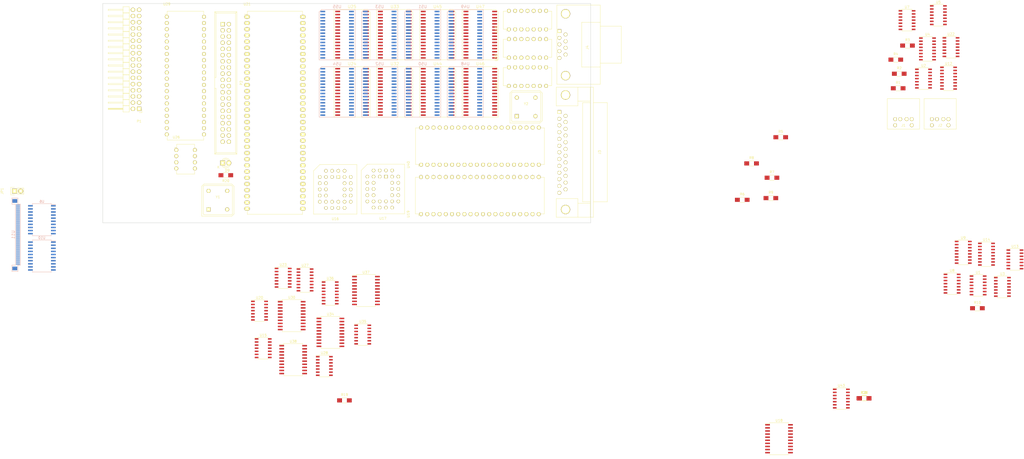
<source format=kicad_pcb>
(kicad_pcb (version 4) (host pcbnew 4.0.2+dfsg1-stable)
  (layers (0 F.Cu signal) (31 B.Cu signal) (34 B.Paste user) (35 F.Paste user) (36 B.SilkS user) (37 F.SilkS user) (38 B.Mask user) (39 F.Mask user) (44 Edge.Cuts user))
  (net 0 "")
  (net 1 /A2)
  (net 2 /A4)
  (net 3 /A6)
  (net 4 /A8)
  (net 5 /A10)
  (net 6 /A12)
  (net 7 /A14)
  (net 8 /A16)
  (net 9 /A18)
  (net 10 /D1)
  (net 11 /D3)
  (net 12 /D5)
  (net 13 /D7)
  (net 14 8080_RESET)
  (net 15 8MHz)
  (net 16 /D6)
  (net 17 /D4)
  (net 18 /D2)
  (net 19 /D0)
  (net 20 /A19)
  (net 21 /A17)
  (net 22 /A15)
  (net 23 /A13)
  (net 24 /A11)
  (net 25 /A9)
  (net 26 /A7)
  (net 27 /A5)
  (net 28 /A3)
  (net 29 /A1)
  (net 30 "Net-(J1-Pad1)")
  (net 31 "Net-(J1-Pad5)")
  (net 32 "Net-(J2-Pad1)")
  (net 33 INDEX)
  (net 34 MOTEA)
  (net 35 DSEL_B)
  (net 36 DSEL_A)
  (net 37 MOTEB)
  (net 38 DIR)
  (net 39 STEP)
  (net 40 WDATE)
  (net 41 TRACK0)
  (net 42 WPROTECT)
  (net 43 RAWDATA)
  (net 44 SIDE1)
  (net 45 READY)
  (net 46 DTACK)
  (net 47 RESET)
  (net 48 R/W)
  (net 49 /A23)
  (net 50 UART_IRQ)
  (net 51 "Net-(U12-Pad11)")
  (net 52 CIA)
  (net 53 "Net-(U13-Pad6)")
  (net 54 /A20)
  (net 55 /A21)
  (net 56 /A22)
  (net 57 UART)
  (net 58 FLOPPY)
  (net 59 REG_CTRL)
  (net 60 ROM)
  (net 61 "Net-(U5-Pad10)")
  (net 62 "Net-(U5-Pad11)")
  (net 63 SYS_IRQ)
  (net 64 C_WCK)
  (net 65 LDS)
  (net 66 C_WRD)
  (net 67 MFM)
  (net 68 4MHz)
  (net 69 RW/SEEK)
  (net 70 "Net-(U10-Pad12)")
  (net 71 UDS)
  (net 72 "Net-(U12-Pad12)")
  (net 73 FC0)
  (net 74 FC1)
  (net 75 "Net-(U13-Pad3)")
  (net 76 FC2)
  (net 77 8080_WR)
  (net 78 8080_RD)
  (net 79 "Net-(U15-Pad11)")
  (net 80 "Net-(U15-Pad13)")
  (net 81 /D15)
  (net 82 /D14)
  (net 83 /D13)
  (net 84 /D12)
  (net 85 /D11)
  (net 86 /D10)
  (net 87 /D9)
  (net 88 /D8)
  (net 89 _R/W)
  (net 90 DRV0)
  (net 91 DRV1)
  (net 92 RXD)
  (net 93 CTS)
  (net 94 DSR)
  (net 95 DCD)
  (net 96 C_WIN)
  (net 97 C_RDD)
  (net 98 C_WE)
  (net 99 C_HSEL)
  (net 100 PS1)
  (net 101 PS0)
  (net 102 FLT/TR0)
  (net 103 WP/TS)
  (net 104 FR/STP)
  (net 105 LCT/DIR)
  (net 106 "Net-(U26-Pad1)")
  (net 107 MOTORENABLE_A)
  (net 108 MOTORENABLE_B)
  (net 109 FORCEDUAL)
  (net 110 "Net-(U29-Pad4)")
  (net 111 "Net-(U34-Pad11)")
  (net 112 "Net-(U34-Pad13)")
  (net 113 "Net-(D9-Pad1)")
  (net 114 "Net-(D9-Pad2)")
  (net 115 +3V3)
  (net 116 "Net-(J2-Pad5)")
  (net 117 "Net-(J3-Pad1)")
  (net 118 "Net-(J3-Pad2)")
  (net 119 "Net-(J3-Pad3)")
  (net 120 "Net-(J3-Pad4)")
  (net 121 "Net-(J3-Pad5)")
  (net 122 "Net-(J3-Pad6)")
  (net 123 "Net-(J3-Pad7)")
  (net 124 "Net-(J3-Pad8)")
  (net 125 "Net-(J3-Pad14)")
  (net 126 "Net-(J3-Pad15)")
  (net 127 "Net-(J3-Pad16)")
  (net 128 "Net-(J3-Pad17)")
  (net 129 "Net-(J3-Pad18)")
  (net 130 "Net-(J3-Pad19)")
  (net 131 "Net-(J3-Pad20)")
  (net 132 "Net-(J3-Pad21)")
  (net 133 "Net-(J4-Pad1)")
  (net 134 "Net-(J4-Pad2)")
  (net 135 "Net-(J4-Pad3)")
  (net 136 "Net-(J4-Pad4)")
  (net 137 "Net-(J4-Pad6)")
  (net 138 "Net-(J4-Pad7)")
  (net 139 "Net-(J4-Pad8)")
  (net 140 "Net-(JP1-Pad1)")
  (net 141 IDE_IRQ)
  (net 142 "Net-(R5-Pad2)")
  (net 143 "Net-(R6-Pad2)")
  (net 144 "Net-(R7-Pad2)")
  (net 145 "Net-(R19-Pad2)")
  (net 146 "Net-(U1-Pad5)")
  (net 147 "Net-(U2-Pad2)")
  (net 148 "Net-(U14-Pad4)")
  (net 149 "Net-(U2-Pad8)")
  (net 150 "Net-(U2-Pad11)")
  (net 151 "Net-(U2-Pad12)")
  (net 152 "Net-(U13-Pad10)")
  (net 153 "Net-(U13-Pad13)")
  (net 154 "Net-(U18-Pad11)")
  (net 155 "Net-(U22-Pad6)")
  (net 156 "Net-(U19-Pad6)")
  (net 157 "Net-(U15-Pad1)")
  (net 158 "Net-(U20-Pad3)")
  (net 159 "Net-(U5-Pad3)")
  (net 160 "Net-(U5-Pad4)")
  (net 161 "Net-(U5-Pad6)")
  (net 162 "Net-(U5-Pad8)")
  (net 163 "Net-(U11-Pad24)")
  (net 164 "Net-(U11-Pad25)")
  (net 165 "Net-(U11-Pad26)")
  (net 166 "Net-(U11-Pad27)")
  (net 167 "Net-(U11-Pad28)")
  (net 168 "Net-(U11-Pad29)")
  (net 169 "Net-(U11-Pad30)")
  (net 170 "Net-(U11-Pad31)")
  (net 171 "Net-(U10-Pad11)")
  (net 172 "Net-(U10-Pad13)")
  (net 173 "Net-(U10-Pad14)")
  (net 174 "Net-(U10-Pad15)")
  (net 175 "Net-(U10-Pad16)")
  (net 176 "Net-(U10-Pad17)")
  (net 177 "Net-(U10-Pad18)")
  (net 178 LCD)
  (net 179 "Net-(U13-Pad8)")
  (net 180 "Net-(U13-Pad9)")
  (net 181 "Net-(U13-Pad11)")
  (net 182 "Net-(U20-Pad2)")
  (net 183 "Net-(U22-Pad3)")
  (net 184 "Net-(U23-Pad1)")
  (net 185 "Net-(U23-Pad3)")
  (net 186 "Net-(U23-Pad10)")
  (net 187 "Net-(U23-Pad8)")
  (net 188 "Net-(U23-Pad13)")
  (net 189 "Net-(U28-Pad6)")
  (net 190 "Net-(U28-Pad10)")
  (net 191 "Net-(U34-Pad12)")
  (net 192 "Net-(U34-Pad14)")
  (net 193 "Net-(U35-Pad4)")
  (net 194 "Net-(U35-Pad6)")
  (net 195 "Net-(U35-Pad9)")
  (net 196 "Net-(U40-Pad15)")
  (net 197 "Net-(U40-Pad11)")
  (net 198 "Net-(U40-Pad16)")
  (net 199 "Net-(U40-Pad32)")
  (net 200 "Net-(U40-Pad33)")
  (net 201 "Net-(C1-Pad1)")
  (net 202 "Net-(C2-Pad1)")
  (net 203 "Net-(C3-Pad1)")
  (net 204 IDE)
  (net 205 "Net-(R21-Pad2)")
  (net 206 WEH)
  (net 207 WEL)
  (net 208 RDH)
  (net 209 RDL)
  (net 210 RAM7)
  (net 211 RAM6)
  (net 212 RAM5)
  (net 213 RAM4)
  (net 214 RAM3)
  (net 215 RAM2)
  (net 216 RAM1)
  (net 217 RAM0)
  (net 218 "Net-(U21-Pad17)")
  (net 219 "Net-(U22-Pad5)")
  (net 220 "Net-(U22-Pad4)")
  (net 221 "Net-(U22-Pad1)")
  (module LEDs:LED-3MM (layer F.Cu) (at 104.8766 91.6432)
    (fp_text reference D9 (at 1.91 3.06) (layer F.SilkS))
    (fp_text value ACTIVE)
    (fp_text user K (at -1.69 1.74) (layer F.SilkS))
    (pad 1 thru_hole rect (at 0 0 90) (size 2 2) (drill 1.00076) (layers *.Cu *.Mask F.SilkS) (net 113 "Net-(D9-Pad1)"))
    (pad 2 thru_hole circle (at 2.54 0) (size 2 2) (drill 1.00076) (layers *.Cu *.Mask F.SilkS) (net 114 "Net-(D9-Pad2)"))
  )
  (module Blitz:PS2 (layer F.Cu) (at 383.9718 73.66)
    (fp_text reference J1 (at 0 2.54) (layer F.SilkS))
    (fp_text value "PS/2 Keyboard")
    (pad 1 thru_hole circle (at -1.3 0) (size 1.524 1.524) (drill 0.9) (layers *.Cu *.Mask F.SilkS) (net 30 "Net-(J1-Pad1)"))
    (pad 2 thru_hole circle (at 1.3 0) (size 1.524 1.524) (drill 0.9) (layers *.Cu *.Mask F.SilkS))
    (pad 4 thru_hole circle (at 3.4 0) (size 1.524 1.524) (drill 0.9) (layers *.Cu *.Mask F.SilkS) (net 115 +3V3))
    (pad 3 thru_hole circle (at -3.4 0) (size 1.524 1.524) (drill 0.9) (layers *.Cu *.Mask F.SilkS) (net 115 +3V3))
    (pad 5 thru_hole circle (at -3.4 2.5) (size 1.524 1.524) (drill 0.9) (layers *.Cu *.Mask F.SilkS) (net 31 "Net-(J1-Pad5)"))
    (pad 6 thru_hole circle (at 3.4 2.5) (size 1.524 1.524) (drill 0.9) (layers *.Cu *.Mask F.SilkS))
  )
  (module Blitz:PS2 (layer F.Cu) (at 399.034 73.66)
    (fp_text reference J2 (at 0 2.54) (layer F.SilkS))
    (fp_text value "PS/2 Mouse")
    (pad 1 thru_hole circle (at -1.3 0) (size 1.524 1.524) (drill 0.9) (layers *.Cu *.Mask F.SilkS) (net 32 "Net-(J2-Pad1)"))
    (pad 2 thru_hole circle (at 1.3 0) (size 1.524 1.524) (drill 0.9) (layers *.Cu *.Mask F.SilkS))
    (pad 4 thru_hole circle (at 3.4 0) (size 1.524 1.524) (drill 0.9) (layers *.Cu *.Mask F.SilkS) (net 115 +3V3))
    (pad 3 thru_hole circle (at -3.4 0) (size 1.524 1.524) (drill 0.9) (layers *.Cu *.Mask F.SilkS) (net 115 +3V3))
    (pad 5 thru_hole circle (at -3.4 2.5) (size 1.524 1.524) (drill 0.9) (layers *.Cu *.Mask F.SilkS) (net 116 "Net-(J2-Pad5)"))
    (pad 6 thru_hole circle (at 3.4 2.5) (size 1.524 1.524) (drill 0.9) (layers *.Cu *.Mask F.SilkS))
  )
  (module Connect:DB25FC (layer F.Cu) (at 244.1829 87.249 270)
    (fp_text reference J3 (at 0 -15.24 270) (layer F.SilkS))
    (fp_text value DB25)
    (pad "" thru_hole circle (at 23.495 -1.27 270) (size 3.81 3.81) (drill 3.048) (layers *.Cu *.Mask F.SilkS))
    (pad "" thru_hole circle (at -23.495 -1.27 270) (size 3.81 3.81) (drill 3.048) (layers *.Cu *.Mask F.SilkS))
    (pad 1 thru_hole rect (at -16.51 1.27 270) (size 1.524 1.524) (drill 1.016) (layers *.Cu *.Mask F.SilkS) (net 117 "Net-(J3-Pad1)"))
    (pad 2 thru_hole circle (at -13.716 1.27 270) (size 1.524 1.524) (drill 1.016) (layers *.Cu *.Mask F.SilkS) (net 118 "Net-(J3-Pad2)"))
    (pad 3 thru_hole circle (at -11.049 1.27 270) (size 1.524 1.524) (drill 1.016) (layers *.Cu *.Mask F.SilkS) (net 119 "Net-(J3-Pad3)"))
    (pad 4 thru_hole circle (at -8.255 1.27 270) (size 1.524 1.524) (drill 1.016) (layers *.Cu *.Mask F.SilkS) (net 120 "Net-(J3-Pad4)"))
    (pad 5 thru_hole circle (at -5.461 1.27 270) (size 1.524 1.524) (drill 1.016) (layers *.Cu *.Mask F.SilkS) (net 121 "Net-(J3-Pad5)"))
    (pad 6 thru_hole circle (at -2.667 1.27 270) (size 1.524 1.524) (drill 1.016) (layers *.Cu *.Mask F.SilkS) (net 122 "Net-(J3-Pad6)"))
    (pad 7 thru_hole circle (at 0 1.27 270) (size 1.524 1.524) (drill 1.016) (layers *.Cu *.Mask F.SilkS) (net 123 "Net-(J3-Pad7)"))
    (pad 8 thru_hole circle (at 2.794 1.27 270) (size 1.524 1.524) (drill 1.016) (layers *.Cu *.Mask F.SilkS) (net 124 "Net-(J3-Pad8)"))
    (pad 9 thru_hole circle (at 5.588 1.27 270) (size 1.524 1.524) (drill 1.016) (layers *.Cu *.Mask F.SilkS) (net 115 +3V3))
    (pad 10 thru_hole circle (at 8.382 1.27 270) (size 1.524 1.524) (drill 1.016) (layers *.Cu *.Mask F.SilkS) (net 115 +3V3))
    (pad 11 thru_hole circle (at 11.049 1.27 270) (size 1.524 1.524) (drill 1.016) (layers *.Cu *.Mask F.SilkS) (net 115 +3V3))
    (pad 12 thru_hole circle (at 13.843 1.27 270) (size 1.524 1.524) (drill 1.016) (layers *.Cu *.Mask F.SilkS) (net 115 +3V3))
    (pad 13 thru_hole circle (at 16.637 1.27 270) (size 1.524 1.524) (drill 1.016) (layers *.Cu *.Mask F.SilkS) (net 115 +3V3))
    (pad 14 thru_hole circle (at -14.9352 -1.27 270) (size 1.524 1.524) (drill 1.016) (layers *.Cu *.Mask F.SilkS) (net 125 "Net-(J3-Pad14)"))
    (pad 15 thru_hole circle (at -12.3952 -1.27 270) (size 1.524 1.524) (drill 1.016) (layers *.Cu *.Mask F.SilkS) (net 126 "Net-(J3-Pad15)"))
    (pad 16 thru_hole circle (at -9.6012 -1.27 270) (size 1.524 1.524) (drill 1.016) (layers *.Cu *.Mask F.SilkS) (net 127 "Net-(J3-Pad16)"))
    (pad 17 thru_hole circle (at -6.858 -1.27 270) (size 1.524 1.524) (drill 1.016) (layers *.Cu *.Mask F.SilkS) (net 128 "Net-(J3-Pad17)"))
    (pad 18 thru_hole circle (at -4.1148 -1.27 270) (size 1.524 1.524) (drill 1.016) (layers *.Cu *.Mask F.SilkS) (net 129 "Net-(J3-Pad18)"))
    (pad 19 thru_hole circle (at -1.3208 -1.27 270) (size 1.524 1.524) (drill 1.016) (layers *.Cu *.Mask F.SilkS) (net 130 "Net-(J3-Pad19)"))
    (pad 20 thru_hole circle (at 1.4224 -1.27 270) (size 1.524 1.524) (drill 1.016) (layers *.Cu *.Mask F.SilkS) (net 131 "Net-(J3-Pad20)"))
    (pad 21 thru_hole circle (at 4.1656 -1.27 270) (size 1.524 1.524) (drill 1.016) (layers *.Cu *.Mask F.SilkS) (net 132 "Net-(J3-Pad21)"))
    (pad 22 thru_hole circle (at 7.0104 -1.27 270) (size 1.524 1.524) (drill 1.016) (layers *.Cu *.Mask F.SilkS) (net 115 +3V3))
    (pad 23 thru_hole circle (at 9.7028 -1.27 270) (size 1.524 1.524) (drill 1.016) (layers *.Cu *.Mask F.SilkS) (net 115 +3V3))
    (pad 24 thru_hole circle (at 12.446 -1.27 270) (size 1.524 1.524) (drill 1.016) (layers *.Cu *.Mask F.SilkS) (net 115 +3V3))
    (pad 25 thru_hole circle (at 15.24 -1.27 270) (size 1.524 1.524) (drill 1.016) (layers *.Cu *.Mask F.SilkS) (net 115 +3V3))
  )
  (module Connect:DB9FC (layer F.Cu) (at 244.1956 42.9768 270)
    (fp_text reference J4 (at 1.27 -10.16 270) (layer F.SilkS))
    (fp_text value DB9)
    (pad "" thru_hole circle (at 12.827 -1.27 270) (size 3.81 3.81) (drill 3.048) (layers *.Cu *.Mask F.SilkS))
    (pad "" thru_hole circle (at -12.573 -1.27 270) (size 3.81 3.81) (drill 3.048) (layers *.Cu *.Mask F.SilkS))
    (pad 1 thru_hole rect (at -5.461 1.27 270) (size 1.524 1.524) (drill 1.016) (layers *.Cu *.Mask F.SilkS) (net 133 "Net-(J4-Pad1)"))
    (pad 2 thru_hole circle (at -2.667 1.27 270) (size 1.524 1.524) (drill 1.016) (layers *.Cu *.Mask F.SilkS) (net 134 "Net-(J4-Pad2)"))
    (pad 3 thru_hole circle (at 0 1.27 270) (size 1.524 1.524) (drill 1.016) (layers *.Cu *.Mask F.SilkS) (net 135 "Net-(J4-Pad3)"))
    (pad 4 thru_hole circle (at 2.794 1.27 270) (size 1.524 1.524) (drill 1.016) (layers *.Cu *.Mask F.SilkS) (net 136 "Net-(J4-Pad4)"))
    (pad 5 thru_hole circle (at 5.588 1.27 270) (size 1.524 1.524) (drill 1.016) (layers *.Cu *.Mask F.SilkS) (net 115 +3V3))
    (pad 6 thru_hole circle (at -4.064 -1.27 270) (size 1.524 1.524) (drill 1.016) (layers *.Cu *.Mask F.SilkS) (net 137 "Net-(J4-Pad6)"))
    (pad 7 thru_hole circle (at -1.27 -1.27 270) (size 1.524 1.524) (drill 1.016) (layers *.Cu *.Mask F.SilkS) (net 138 "Net-(J4-Pad7)"))
    (pad 8 thru_hole circle (at 1.397 -1.27 270) (size 1.524 1.524) (drill 1.016) (layers *.Cu *.Mask F.SilkS) (net 139 "Net-(J4-Pad8)"))
    (pad 9 thru_hole circle (at 4.191 -1.27 270) (size 1.524 1.524) (drill 1.016) (layers *.Cu *.Mask F.SilkS))
  )
  (module Pin_Headers:Pin_Header_Straight_1x02 (layer F.Cu) (at 19.558 103.1875 90)
    (fp_text reference JP1 (at 0 -5.1 90) (layer F.SilkS))
    (fp_text value BLEn)
    (pad 1 thru_hole rect (at 0 0 90) (size 2.032 2.032) (drill 1.016) (layers *.Cu *.Mask F.SilkS) (net 140 "Net-(JP1-Pad1)"))
    (pad 2 thru_hole oval (at 0 2.54 90) (size 2.032 2.032) (drill 1.016) (layers *.Cu *.Mask F.SilkS) (net 115 +3V3))
  )
  (module Pin_Headers:Pin_Header_Angled_2x17 (layer F.Cu) (at 70.6501 69.4309 180)
    (fp_text reference P1 (at 0 -5.1 180) (layer F.SilkS))
    (fp_text value CONN_02X17)
    (pad 1 thru_hole rect (at 0 0 180) (size 1.7272 1.7272) (drill 1.016) (layers *.Cu *.Mask F.SilkS) (net 115 +3V3))
    (pad 2 thru_hole oval (at 2.54 0 180) (size 1.7272 1.7272) (drill 1.016) (layers *.Cu *.Mask F.SilkS))
    (pad 3 thru_hole oval (at 0 2.54 180) (size 1.7272 1.7272) (drill 1.016) (layers *.Cu *.Mask F.SilkS) (net 115 +3V3))
    (pad 4 thru_hole oval (at 2.54 2.54 180) (size 1.7272 1.7272) (drill 1.016) (layers *.Cu *.Mask F.SilkS))
    (pad 5 thru_hole oval (at 0 5.08 180) (size 1.7272 1.7272) (drill 1.016) (layers *.Cu *.Mask F.SilkS) (net 115 +3V3))
    (pad 6 thru_hole oval (at 2.54 5.08 180) (size 1.7272 1.7272) (drill 1.016) (layers *.Cu *.Mask F.SilkS))
    (pad 7 thru_hole oval (at 0 7.62 180) (size 1.7272 1.7272) (drill 1.016) (layers *.Cu *.Mask F.SilkS) (net 115 +3V3))
    (pad 8 thru_hole oval (at 2.54 7.62 180) (size 1.7272 1.7272) (drill 1.016) (layers *.Cu *.Mask F.SilkS) (net 33 INDEX))
    (pad 9 thru_hole oval (at 0 10.16 180) (size 1.7272 1.7272) (drill 1.016) (layers *.Cu *.Mask F.SilkS) (net 115 +3V3))
    (pad 10 thru_hole oval (at 2.54 10.16 180) (size 1.7272 1.7272) (drill 1.016) (layers *.Cu *.Mask F.SilkS) (net 34 MOTEA))
    (pad 11 thru_hole oval (at 0 12.7 180) (size 1.7272 1.7272) (drill 1.016) (layers *.Cu *.Mask F.SilkS) (net 115 +3V3))
    (pad 12 thru_hole oval (at 2.54 12.7 180) (size 1.7272 1.7272) (drill 1.016) (layers *.Cu *.Mask F.SilkS) (net 35 DSEL_B))
    (pad 13 thru_hole oval (at 0 15.24 180) (size 1.7272 1.7272) (drill 1.016) (layers *.Cu *.Mask F.SilkS) (net 115 +3V3))
    (pad 14 thru_hole oval (at 2.54 15.24 180) (size 1.7272 1.7272) (drill 1.016) (layers *.Cu *.Mask F.SilkS) (net 36 DSEL_A))
    (pad 15 thru_hole oval (at 0 17.78 180) (size 1.7272 1.7272) (drill 1.016) (layers *.Cu *.Mask F.SilkS) (net 115 +3V3))
    (pad 16 thru_hole oval (at 2.54 17.78 180) (size 1.7272 1.7272) (drill 1.016) (layers *.Cu *.Mask F.SilkS) (net 37 MOTEB))
    (pad 17 thru_hole oval (at 0 20.32 180) (size 1.7272 1.7272) (drill 1.016) (layers *.Cu *.Mask F.SilkS) (net 115 +3V3))
    (pad 18 thru_hole oval (at 2.54 20.32 180) (size 1.7272 1.7272) (drill 1.016) (layers *.Cu *.Mask F.SilkS) (net 38 DIR))
    (pad 19 thru_hole oval (at 0 22.86 180) (size 1.7272 1.7272) (drill 1.016) (layers *.Cu *.Mask F.SilkS) (net 115 +3V3))
    (pad 20 thru_hole oval (at 2.54 22.86 180) (size 1.7272 1.7272) (drill 1.016) (layers *.Cu *.Mask F.SilkS) (net 39 STEP))
    (pad 21 thru_hole oval (at 0 25.4 180) (size 1.7272 1.7272) (drill 1.016) (layers *.Cu *.Mask F.SilkS) (net 115 +3V3))
    (pad 22 thru_hole oval (at 2.54 25.4 180) (size 1.7272 1.7272) (drill 1.016) (layers *.Cu *.Mask F.SilkS) (net 40 WDATE))
    (pad 23 thru_hole oval (at 0 27.94 180) (size 1.7272 1.7272) (drill 1.016) (layers *.Cu *.Mask F.SilkS) (net 115 +3V3))
    (pad 24 thru_hole oval (at 2.54 27.94 180) (size 1.7272 1.7272) (drill 1.016) (layers *.Cu *.Mask F.SilkS))
    (pad 25 thru_hole oval (at 0 30.48 180) (size 1.7272 1.7272) (drill 1.016) (layers *.Cu *.Mask F.SilkS) (net 115 +3V3))
    (pad 26 thru_hole oval (at 2.54 30.48 180) (size 1.7272 1.7272) (drill 1.016) (layers *.Cu *.Mask F.SilkS) (net 41 TRACK0))
    (pad 27 thru_hole oval (at 0 33.02 180) (size 1.7272 1.7272) (drill 1.016) (layers *.Cu *.Mask F.SilkS) (net 115 +3V3))
    (pad 28 thru_hole oval (at 2.54 33.02 180) (size 1.7272 1.7272) (drill 1.016) (layers *.Cu *.Mask F.SilkS) (net 42 WPROTECT))
    (pad 29 thru_hole oval (at 0 35.56 180) (size 1.7272 1.7272) (drill 1.016) (layers *.Cu *.Mask F.SilkS) (net 115 +3V3))
    (pad 30 thru_hole oval (at 2.54 35.56 180) (size 1.7272 1.7272) (drill 1.016) (layers *.Cu *.Mask F.SilkS) (net 43 RAWDATA))
    (pad 31 thru_hole oval (at 0 38.1 180) (size 1.7272 1.7272) (drill 1.016) (layers *.Cu *.Mask F.SilkS) (net 115 +3V3))
    (pad 32 thru_hole oval (at 2.54 38.1 180) (size 1.7272 1.7272) (drill 1.016) (layers *.Cu *.Mask F.SilkS) (net 44 SIDE1))
    (pad 33 thru_hole oval (at 0 40.64 180) (size 1.7272 1.7272) (drill 1.016) (layers *.Cu *.Mask F.SilkS) (net 115 +3V3))
    (pad 34 thru_hole oval (at 2.54 40.64 180) (size 1.7272 1.7272) (drill 1.016) (layers *.Cu *.Mask F.SilkS) (net 45 READY))
  )
  (module Connect:IDC_Header_Straight_40pins (layer F.Cu) (at 104.902 34.671 270)
    (fp_text reference P2 (at 24.13 -7.62 270) (layer F.SilkS))
    (fp_text value CONN_02X20)
    (pad 1 thru_hole rect (at 0 0 270) (size 1.7272 1.7272) (drill 1.016) (layers *.Cu *.Mask F.SilkS) (net 47 RESET))
    (pad 2 thru_hole oval (at 0 -2.54 270) (size 1.7272 1.7272) (drill 1.016) (layers *.Cu *.Mask F.SilkS) (net 115 +3V3))
    (pad 3 thru_hole oval (at 2.54 0 270) (size 1.7272 1.7272) (drill 1.016) (layers *.Cu *.Mask F.SilkS) (net 19 /D0))
    (pad 4 thru_hole oval (at 2.54 -2.54 270) (size 1.7272 1.7272) (drill 1.016) (layers *.Cu *.Mask F.SilkS) (net 88 /D8))
    (pad 5 thru_hole oval (at 5.08 0 270) (size 1.7272 1.7272) (drill 1.016) (layers *.Cu *.Mask F.SilkS) (net 10 /D1))
    (pad 6 thru_hole oval (at 5.08 -2.54 270) (size 1.7272 1.7272) (drill 1.016) (layers *.Cu *.Mask F.SilkS) (net 87 /D9))
    (pad 7 thru_hole oval (at 7.62 0 270) (size 1.7272 1.7272) (drill 1.016) (layers *.Cu *.Mask F.SilkS) (net 18 /D2))
    (pad 8 thru_hole oval (at 7.62 -2.54 270) (size 1.7272 1.7272) (drill 1.016) (layers *.Cu *.Mask F.SilkS) (net 86 /D10))
    (pad 9 thru_hole oval (at 10.16 0 270) (size 1.7272 1.7272) (drill 1.016) (layers *.Cu *.Mask F.SilkS) (net 11 /D3))
    (pad 10 thru_hole oval (at 10.16 -2.54 270) (size 1.7272 1.7272) (drill 1.016) (layers *.Cu *.Mask F.SilkS) (net 85 /D11))
    (pad 11 thru_hole oval (at 12.7 0 270) (size 1.7272 1.7272) (drill 1.016) (layers *.Cu *.Mask F.SilkS) (net 17 /D4))
    (pad 12 thru_hole oval (at 12.7 -2.54 270) (size 1.7272 1.7272) (drill 1.016) (layers *.Cu *.Mask F.SilkS) (net 84 /D12))
    (pad 13 thru_hole oval (at 15.24 0 270) (size 1.7272 1.7272) (drill 1.016) (layers *.Cu *.Mask F.SilkS) (net 12 /D5))
    (pad 14 thru_hole oval (at 15.24 -2.54 270) (size 1.7272 1.7272) (drill 1.016) (layers *.Cu *.Mask F.SilkS) (net 83 /D13))
    (pad 15 thru_hole oval (at 17.78 0 270) (size 1.7272 1.7272) (drill 1.016) (layers *.Cu *.Mask F.SilkS) (net 16 /D6))
    (pad 16 thru_hole oval (at 17.78 -2.54 270) (size 1.7272 1.7272) (drill 1.016) (layers *.Cu *.Mask F.SilkS) (net 82 /D14))
    (pad 17 thru_hole oval (at 20.32 0 270) (size 1.7272 1.7272) (drill 1.016) (layers *.Cu *.Mask F.SilkS) (net 13 /D7))
    (pad 18 thru_hole oval (at 20.32 -2.54 270) (size 1.7272 1.7272) (drill 1.016) (layers *.Cu *.Mask F.SilkS) (net 81 /D15))
    (pad 19 thru_hole oval (at 22.86 0 270) (size 1.7272 1.7272) (drill 1.016) (layers *.Cu *.Mask F.SilkS) (net 115 +3V3))
    (pad 20 thru_hole oval (at 22.86 -2.54 270) (size 1.7272 1.7272) (drill 1.016) (layers *.Cu *.Mask F.SilkS))
    (pad 21 thru_hole oval (at 25.4 0 270) (size 1.7272 1.7272) (drill 1.016) (layers *.Cu *.Mask F.SilkS))
    (pad 22 thru_hole oval (at 25.4 -2.54 270) (size 1.7272 1.7272) (drill 1.016) (layers *.Cu *.Mask F.SilkS) (net 115 +3V3))
    (pad 23 thru_hole oval (at 27.94 0 270) (size 1.7272 1.7272) (drill 1.016) (layers *.Cu *.Mask F.SilkS) (net 77 8080_WR))
    (pad 24 thru_hole oval (at 27.94 -2.54 270) (size 1.7272 1.7272) (drill 1.016) (layers *.Cu *.Mask F.SilkS) (net 115 +3V3))
    (pad 25 thru_hole oval (at 30.48 0 270) (size 1.7272 1.7272) (drill 1.016) (layers *.Cu *.Mask F.SilkS) (net 78 8080_RD))
    (pad 26 thru_hole oval (at 30.48 -2.54 270) (size 1.7272 1.7272) (drill 1.016) (layers *.Cu *.Mask F.SilkS) (net 115 +3V3))
    (pad 27 thru_hole oval (at 33.02 0 270) (size 1.7272 1.7272) (drill 1.016) (layers *.Cu *.Mask F.SilkS))
    (pad 28 thru_hole oval (at 33.02 -2.54 270) (size 1.7272 1.7272) (drill 1.016) (layers *.Cu *.Mask F.SilkS))
    (pad 29 thru_hole oval (at 35.56 0 270) (size 1.7272 1.7272) (drill 1.016) (layers *.Cu *.Mask F.SilkS) (net 115 +3V3))
    (pad 30 thru_hole oval (at 35.56 -2.54 270) (size 1.7272 1.7272) (drill 1.016) (layers *.Cu *.Mask F.SilkS) (net 115 +3V3))
    (pad 31 thru_hole oval (at 38.1 0 270) (size 1.7272 1.7272) (drill 1.016) (layers *.Cu *.Mask F.SilkS) (net 141 IDE_IRQ))
    (pad 32 thru_hole oval (at 38.1 -2.54 270) (size 1.7272 1.7272) (drill 1.016) (layers *.Cu *.Mask F.SilkS))
    (pad 33 thru_hole oval (at 40.64 0 270) (size 1.7272 1.7272) (drill 1.016) (layers *.Cu *.Mask F.SilkS) (net 29 /A1))
    (pad 34 thru_hole oval (at 40.64 -2.54 270) (size 1.7272 1.7272) (drill 1.016) (layers *.Cu *.Mask F.SilkS))
    (pad 35 thru_hole oval (at 43.18 0 270) (size 1.7272 1.7272) (drill 1.016) (layers *.Cu *.Mask F.SilkS))
    (pad 36 thru_hole oval (at 43.18 -2.54 270) (size 1.7272 1.7272) (drill 1.016) (layers *.Cu *.Mask F.SilkS) (net 1 /A2))
    (pad 37 thru_hole oval (at 45.72 0 270) (size 1.7272 1.7272) (drill 1.016) (layers *.Cu *.Mask F.SilkS) (net 204 IDE))
    (pad 38 thru_hole oval (at 45.72 -2.54 270) (size 1.7272 1.7272) (drill 1.016) (layers *.Cu *.Mask F.SilkS))
    (pad 39 thru_hole oval (at 48.26 0 270) (size 1.7272 1.7272) (drill 1.016) (layers *.Cu *.Mask F.SilkS) (net 113 "Net-(D9-Pad1)"))
    (pad 40 thru_hole oval (at 48.26 -2.54 270) (size 1.7272 1.7272) (drill 1.016) (layers *.Cu *.Mask F.SilkS) (net 115 +3V3))
  )
  (module Resistors_SMD:R_1206_HandSoldering (layer F.Cu) (at 381.8128 60.9854)
    (fp_text reference R1 (at 0 -2.3) (layer F.SilkS))
    (fp_text value 1k)
    (pad 1 smd rect (at -2 0) (size 2 1.7) (layers F.Cu F.Paste F.Mask) (net 115 +3V3))
    (pad 2 smd rect (at 2 0) (size 2 1.7) (layers F.Cu F.Paste F.Mask) (net 30 "Net-(J1-Pad1)"))
  )
  (module Resistors_SMD:R_1206_HandSoldering (layer F.Cu) (at 382.2573 55.0291)
    (fp_text reference R2 (at 0 -2.3) (layer F.SilkS))
    (fp_text value 1k)
    (pad 1 smd rect (at -2 0) (size 2 1.7) (layers F.Cu F.Paste F.Mask) (net 115 +3V3))
    (pad 2 smd rect (at 2 0) (size 2 1.7) (layers F.Cu F.Paste F.Mask) (net 31 "Net-(J1-Pad5)"))
  )
  (module Resistors_SMD:R_1206_HandSoldering (layer F.Cu) (at 385.6355 43.4721)
    (fp_text reference R3 (at 0 -2.3) (layer F.SilkS))
    (fp_text value 1k)
    (pad 1 smd rect (at -2 0) (size 2 1.7) (layers F.Cu F.Paste F.Mask) (net 115 +3V3))
    (pad 2 smd rect (at 2 0) (size 2 1.7) (layers F.Cu F.Paste F.Mask) (net 32 "Net-(J2-Pad1)"))
  )
  (module Resistors_SMD:R_1206_HandSoldering (layer F.Cu) (at 380.8349 49.2506)
    (fp_text reference R4 (at 0 -2.3) (layer F.SilkS))
    (fp_text value 1k)
    (pad 1 smd rect (at -2 0) (size 2 1.7) (layers F.Cu F.Paste F.Mask) (net 115 +3V3))
    (pad 2 smd rect (at 2 0) (size 2 1.7) (layers F.Cu F.Paste F.Mask) (net 116 "Net-(J2-Pad5)"))
  )
  (module Resistors_SMD:R_1206_HandSoldering (layer F.Cu) (at 333.6671 81.0768)
    (fp_text reference R5 (at 0 -2.3) (layer F.SilkS))
    (fp_text value 10k)
    (pad 1 smd rect (at -2 0) (size 2 1.7) (layers F.Cu F.Paste F.Mask) (net 115 +3V3))
    (pad 2 smd rect (at 2 0) (size 2 1.7) (layers F.Cu F.Paste F.Mask) (net 142 "Net-(R5-Pad2)"))
  )
  (module Resistors_SMD:R_1206_HandSoldering (layer F.Cu) (at 317.8937 106.7689)
    (fp_text reference R6 (at 0 -2.3) (layer F.SilkS))
    (fp_text value 10k)
    (pad 1 smd rect (at -2 0) (size 2 1.7) (layers F.Cu F.Paste F.Mask) (net 115 +3V3))
    (pad 2 smd rect (at 2 0) (size 2 1.7) (layers F.Cu F.Paste F.Mask) (net 143 "Net-(R6-Pad2)"))
  )
  (module Resistors_SMD:R_1206_HandSoldering (layer F.Cu) (at 330.073 97.7011)
    (fp_text reference R7 (at 0 -2.3) (layer F.SilkS))
    (fp_text value 10k)
    (pad 1 smd rect (at -2 0) (size 2 1.7) (layers F.Cu F.Paste F.Mask) (net 115 +3V3))
    (pad 2 smd rect (at 2 0) (size 2 1.7) (layers F.Cu F.Paste F.Mask) (net 144 "Net-(R7-Pad2)"))
  )
  (module Resistors_SMD:R_1206_HandSoldering (layer F.Cu) (at 321.7164 91.8337)
    (fp_text reference R8 (at 0 -2.3) (layer F.SilkS))
    (fp_text value 10k)
    (pad 1 smd rect (at -2 0) (size 2 1.7) (layers F.Cu F.Paste F.Mask) (net 46 DTACK))
    (pad 2 smd rect (at 2 0) (size 2 1.7) (layers F.Cu F.Paste F.Mask) (net 115 +3V3))
  )
  (module Resistors_SMD:R_1206_HandSoldering (layer F.Cu) (at 329.6285 106.0577)
    (fp_text reference R9 (at 0 -2.3) (layer F.SilkS))
    (fp_text value 10k)
    (pad 1 smd rect (at -2 0) (size 2 1.7) (layers F.Cu F.Paste F.Mask) (net 115 +3V3))
    (pad 2 smd rect (at 2 0) (size 2 1.7) (layers F.Cu F.Paste F.Mask) (net 47 RESET))
  )
  (module Resistors_SMD:R_1206_HandSoldering (layer F.Cu) (at 414.2994 151.257)
    (fp_text reference R10 (at 0 -2.3) (layer F.SilkS))
    (fp_text value 10k)
    (pad 1 smd rect (at -2 0) (size 2 1.7) (layers F.Cu F.Paste F.Mask) (net 115 +3V3))
    (pad 2 smd rect (at 2 0) (size 2 1.7) (layers F.Cu F.Paste F.Mask) (net 48 R/W))
  )
  (module Resistors_SMD:R_1206_HandSoldering (layer F.Cu) (at 154.813 189.0776)
    (fp_text reference R19 (at 0 -2.3) (layer F.SilkS))
    (fp_text value 1K)
    (pad 1 smd rect (at -2 0) (size 2 1.7) (layers F.Cu F.Paste F.Mask) (net 115 +3V3))
    (pad 2 smd rect (at 2 0) (size 2 1.7) (layers F.Cu F.Paste F.Mask) (net 145 "Net-(R19-Pad2)"))
  )
  (module Resistors_SMD:R_1206_HandSoldering (layer F.Cu) (at 106.1847 96.6724 180)
    (fp_text reference R20 (at 0 -2.3 180) (layer F.SilkS))
    (fp_text value 1k)
    (pad 1 smd rect (at -2 0 180) (size 2 1.7) (layers F.Cu F.Paste F.Mask) (net 114 "Net-(D9-Pad2)"))
    (pad 2 smd rect (at 2 0 180) (size 2 1.7) (layers F.Cu F.Paste F.Mask) (net 115 +3V3))
  )
  (module Housings_SOIC:SOIC-14_3.9x8.7mm_Pitch1.27mm (layer F.Cu) (at 414.5788 141.8844)
    (fp_text reference U1 (at 0 -5.375) (layer F.SilkS))
    (fp_text value 7400)
    (pad 1 smd rect (at -2.7 -3.81) (size 1.5 0.6) (layers F.Cu F.Paste F.Mask) (net 115 +3V3))
    (pad 2 smd rect (at -2.7 -2.54) (size 1.5 0.6) (layers F.Cu F.Paste F.Mask) (net 48 R/W))
    (pad 3 smd rect (at -2.7 -1.27) (size 1.5 0.6) (layers F.Cu F.Paste F.Mask) (net 77 8080_WR))
    (pad 4 smd rect (at -2.7 0) (size 1.5 0.6) (layers F.Cu F.Paste F.Mask) (net 115 +3V3))
    (pad 5 smd rect (at -2.7 1.27) (size 1.5 0.6) (layers F.Cu F.Paste F.Mask) (net 146 "Net-(U1-Pad5)"))
    (pad 6 smd rect (at -2.7 2.54) (size 1.5 0.6) (layers F.Cu F.Paste F.Mask) (net 78 8080_RD))
    (pad 7 smd rect (at -2.7 3.81) (size 1.5 0.6) (layers F.Cu F.Paste F.Mask) (net 115 +3V3))
    (pad 8 smd rect (at 2.7 3.81) (size 1.5 0.6) (layers F.Cu F.Paste F.Mask))
    (pad 9 smd rect (at 2.7 2.54) (size 1.5 0.6) (layers F.Cu F.Paste F.Mask))
    (pad 10 smd rect (at 2.7 1.27) (size 1.5 0.6) (layers F.Cu F.Paste F.Mask))
    (pad 11 smd rect (at 2.7 0) (size 1.5 0.6) (layers F.Cu F.Paste F.Mask))
    (pad 12 smd rect (at 2.7 -1.27) (size 1.5 0.6) (layers F.Cu F.Paste F.Mask))
    (pad 13 smd rect (at 2.7 -2.54) (size 1.5 0.6) (layers F.Cu F.Paste F.Mask))
    (pad 14 smd rect (at 2.7 -3.81) (size 1.5 0.6) (layers F.Cu F.Paste F.Mask) (net 115 +3V3))
  )
  (module Housings_SOIC:SOIC-14_3.9x8.7mm_Pitch1.27mm (layer F.Cu) (at 392.1887 57.023)
    (fp_text reference U2 (at 0 -5.375) (layer F.SilkS))
    (fp_text value 74LS04)
    (pad 1 smd rect (at -2.7 -3.81) (size 1.5 0.6) (layers F.Cu F.Paste F.Mask) (net 31 "Net-(J1-Pad5)"))
    (pad 2 smd rect (at -2.7 -2.54) (size 1.5 0.6) (layers F.Cu F.Paste F.Mask) (net 147 "Net-(U2-Pad2)"))
    (pad 3 smd rect (at -2.7 -1.27) (size 1.5 0.6) (layers F.Cu F.Paste F.Mask) (net 116 "Net-(J2-Pad5)"))
    (pad 4 smd rect (at -2.7 0) (size 1.5 0.6) (layers F.Cu F.Paste F.Mask) (net 51 "Net-(U12-Pad11)"))
    (pad 5 smd rect (at -2.7 1.27) (size 1.5 0.6) (layers F.Cu F.Paste F.Mask) (net 49 /A23))
    (pad 6 smd rect (at -2.7 2.54) (size 1.5 0.6) (layers F.Cu F.Paste F.Mask) (net 148 "Net-(U14-Pad4)"))
    (pad 7 smd rect (at -2.7 3.81) (size 1.5 0.6) (layers F.Cu F.Paste F.Mask) (net 115 +3V3))
    (pad 8 smd rect (at 2.7 3.81) (size 1.5 0.6) (layers F.Cu F.Paste F.Mask) (net 149 "Net-(U2-Pad8)"))
    (pad 9 smd rect (at 2.7 2.54) (size 1.5 0.6) (layers F.Cu F.Paste F.Mask) (net 67 MFM))
    (pad 10 smd rect (at 2.7 1.27) (size 1.5 0.6) (layers F.Cu F.Paste F.Mask) (net 97 C_RDD))
    (pad 11 smd rect (at 2.7 0) (size 1.5 0.6) (layers F.Cu F.Paste F.Mask) (net 150 "Net-(U2-Pad11)"))
    (pad 12 smd rect (at 2.7 -1.27) (size 1.5 0.6) (layers F.Cu F.Paste F.Mask) (net 151 "Net-(U2-Pad12)"))
    (pad 13 smd rect (at 2.7 -2.54) (size 1.5 0.6) (layers F.Cu F.Paste F.Mask) (net 67 MFM))
    (pad 14 smd rect (at 2.7 -3.81) (size 1.5 0.6) (layers F.Cu F.Paste F.Mask) (net 115 +3V3))
  )
  (module Housings_SOIC:SOIC-14_3.9x8.7mm_Pitch1.27mm (layer F.Cu) (at 424.5356 142.5067)
    (fp_text reference U3 (at 0 -5.375) (layer F.SilkS))
    (fp_text value 74HC04)
    (pad 1 smd rect (at -2.7 -3.81) (size 1.5 0.6) (layers F.Cu F.Paste F.Mask) (net 48 R/W))
    (pad 2 smd rect (at -2.7 -2.54) (size 1.5 0.6) (layers F.Cu F.Paste F.Mask) (net 146 "Net-(U1-Pad5)"))
    (pad 3 smd rect (at -2.7 -1.27) (size 1.5 0.6) (layers F.Cu F.Paste F.Mask) (net 50 UART_IRQ))
    (pad 4 smd rect (at -2.7 0) (size 1.5 0.6) (layers F.Cu F.Paste F.Mask) (net 152 "Net-(U13-Pad10)"))
    (pad 5 smd rect (at -2.7 1.27) (size 1.5 0.6) (layers F.Cu F.Paste F.Mask) (net 141 IDE_IRQ))
    (pad 6 smd rect (at -2.7 2.54) (size 1.5 0.6) (layers F.Cu F.Paste F.Mask) (net 153 "Net-(U13-Pad13)"))
    (pad 7 smd rect (at -2.7 3.81) (size 1.5 0.6) (layers F.Cu F.Paste F.Mask) (net 115 +3V3))
    (pad 8 smd rect (at 2.7 3.81) (size 1.5 0.6) (layers F.Cu F.Paste F.Mask) (net 154 "Net-(U18-Pad11)"))
    (pad 9 smd rect (at 2.7 2.54) (size 1.5 0.6) (layers F.Cu F.Paste F.Mask) (net 53 "Net-(U13-Pad6)"))
    (pad 10 smd rect (at 2.7 1.27) (size 1.5 0.6) (layers F.Cu F.Paste F.Mask) (net 156 "Net-(U19-Pad6)"))
    (pad 11 smd rect (at 2.7 0) (size 1.5 0.6) (layers F.Cu F.Paste F.Mask) (net 52 CIA))
    (pad 12 smd rect (at 2.7 -1.27) (size 1.5 0.6) (layers F.Cu F.Paste F.Mask) (net 157 "Net-(U15-Pad1)"))
    (pad 13 smd rect (at 2.7 -2.54) (size 1.5 0.6) (layers F.Cu F.Paste F.Mask) (net 158 "Net-(U20-Pad3)"))
    (pad 14 smd rect (at 2.7 -3.81) (size 1.5 0.6) (layers F.Cu F.Paste F.Mask) (net 115 +3V3))
  )
  (module Housings_SOIC:SOIC-16_3.9x9.9mm_Pitch1.27mm (layer F.Cu) (at 393.827 44.831)
    (fp_text reference U4 (at 0 -6) (layer F.SilkS))
    (fp_text value 74HC595)
    (pad 1 smd rect (at -2.7 -4.445) (size 1.5 0.6) (layers F.Cu F.Paste F.Mask) (net 10 /D1))
    (pad 2 smd rect (at -2.7 -3.175) (size 1.5 0.6) (layers F.Cu F.Paste F.Mask) (net 18 /D2))
    (pad 3 smd rect (at -2.7 -1.905) (size 1.5 0.6) (layers F.Cu F.Paste F.Mask) (net 11 /D3))
    (pad 4 smd rect (at -2.7 -0.635) (size 1.5 0.6) (layers F.Cu F.Paste F.Mask) (net 17 /D4))
    (pad 5 smd rect (at -2.7 0.635) (size 1.5 0.6) (layers F.Cu F.Paste F.Mask) (net 12 /D5))
    (pad 6 smd rect (at -2.7 1.905) (size 1.5 0.6) (layers F.Cu F.Paste F.Mask) (net 16 /D6))
    (pad 7 smd rect (at -2.7 3.175) (size 1.5 0.6) (layers F.Cu F.Paste F.Mask) (net 13 /D7))
    (pad 8 smd rect (at -2.7 4.445) (size 1.5 0.6) (layers F.Cu F.Paste F.Mask) (net 115 +3V3))
    (pad 9 smd rect (at 2.7 4.445) (size 1.5 0.6) (layers F.Cu F.Paste F.Mask))
    (pad 10 smd rect (at 2.7 3.175) (size 1.5 0.6) (layers F.Cu F.Paste F.Mask))
    (pad 11 smd rect (at 2.7 1.905) (size 1.5 0.6) (layers F.Cu F.Paste F.Mask) (net 147 "Net-(U2-Pad2)"))
    (pad 12 smd rect (at 2.7 0.635) (size 1.5 0.6) (layers F.Cu F.Paste F.Mask) (net 219 "Net-(U22-Pad5)"))
    (pad 13 smd rect (at 2.7 -0.635) (size 1.5 0.6) (layers F.Cu F.Paste F.Mask))
    (pad 14 smd rect (at 2.7 -1.905) (size 1.5 0.6) (layers F.Cu F.Paste F.Mask) (net 30 "Net-(J1-Pad1)"))
    (pad 15 smd rect (at 2.7 -3.175) (size 1.5 0.6) (layers F.Cu F.Paste F.Mask) (net 19 /D0))
    (pad 16 smd rect (at 2.7 -4.445) (size 1.5 0.6) (layers F.Cu F.Paste F.Mask) (net 115 +3V3))
  )
  (module Housings_SOIC:SOIC-14_3.9x8.7mm_Pitch1.27mm (layer F.Cu) (at 398.2847 30.988)
    (fp_text reference U5 (at 0 -5.375) (layer F.SilkS))
    (fp_text value 74LS393)
    (pad 1 smd rect (at -2.7 -3.81) (size 1.5 0.6) (layers F.Cu F.Paste F.Mask) (net 147 "Net-(U2-Pad2)"))
    (pad 2 smd rect (at -2.7 -2.54) (size 1.5 0.6) (layers F.Cu F.Paste F.Mask) (net 155 "Net-(U22-Pad6)"))
    (pad 3 smd rect (at -2.7 -1.27) (size 1.5 0.6) (layers F.Cu F.Paste F.Mask) (net 159 "Net-(U5-Pad3)"))
    (pad 4 smd rect (at -2.7 0) (size 1.5 0.6) (layers F.Cu F.Paste F.Mask) (net 160 "Net-(U5-Pad4)"))
    (pad 5 smd rect (at -2.7 1.27) (size 1.5 0.6) (layers F.Cu F.Paste F.Mask))
    (pad 6 smd rect (at -2.7 2.54) (size 1.5 0.6) (layers F.Cu F.Paste F.Mask) (net 161 "Net-(U5-Pad6)"))
    (pad 7 smd rect (at -2.7 3.81) (size 1.5 0.6) (layers F.Cu F.Paste F.Mask) (net 115 +3V3))
    (pad 8 smd rect (at 2.7 3.81) (size 1.5 0.6) (layers F.Cu F.Paste F.Mask) (net 162 "Net-(U5-Pad8)"))
    (pad 9 smd rect (at 2.7 2.54) (size 1.5 0.6) (layers F.Cu F.Paste F.Mask))
    (pad 10 smd rect (at 2.7 1.27) (size 1.5 0.6) (layers F.Cu F.Paste F.Mask) (net 61 "Net-(U5-Pad10)"))
    (pad 11 smd rect (at 2.7 0) (size 1.5 0.6) (layers F.Cu F.Paste F.Mask) (net 62 "Net-(U5-Pad11)"))
    (pad 12 smd rect (at 2.7 -1.27) (size 1.5 0.6) (layers F.Cu F.Paste F.Mask) (net 183 "Net-(U22-Pad3)"))
    (pad 13 smd rect (at 2.7 -2.54) (size 1.5 0.6) (layers F.Cu F.Paste F.Mask) (net 51 "Net-(U12-Pad11)"))
    (pad 14 smd rect (at 2.7 -3.81) (size 1.5 0.6) (layers F.Cu F.Paste F.Mask) (net 115 +3V3))
  )
  (module Housings_SOIC:SOIC-20_7.5x12.8mm_Pitch1.27mm (layer B.Cu) (at 30.7848 114.935 180)
    (fp_text reference U6 (at 0 7.5 180) (layer B.SilkS) (effects (justify mirror)))
    (fp_text value 74ls541)
    (pad 1 smd rect (at -4.7 5.715 180) (size 1.95 0.6) (layers B.Cu B.Paste B.Mask))
    (pad 2 smd rect (at -4.7 4.445 180) (size 1.95 0.6) (layers B.Cu B.Paste B.Mask) (net 19 /D0))
    (pad 3 smd rect (at -4.7 3.175 180) (size 1.95 0.6) (layers B.Cu B.Paste B.Mask) (net 10 /D1))
    (pad 4 smd rect (at -4.7 1.905 180) (size 1.95 0.6) (layers B.Cu B.Paste B.Mask) (net 18 /D2))
    (pad 5 smd rect (at -4.7 0.635 180) (size 1.95 0.6) (layers B.Cu B.Paste B.Mask) (net 11 /D3))
    (pad 6 smd rect (at -4.7 -0.635 180) (size 1.95 0.6) (layers B.Cu B.Paste B.Mask) (net 17 /D4))
    (pad 7 smd rect (at -4.7 -1.905 180) (size 1.95 0.6) (layers B.Cu B.Paste B.Mask) (net 12 /D5))
    (pad 8 smd rect (at -4.7 -3.175 180) (size 1.95 0.6) (layers B.Cu B.Paste B.Mask) (net 16 /D6))
    (pad 9 smd rect (at -4.7 -4.445 180) (size 1.95 0.6) (layers B.Cu B.Paste B.Mask) (net 13 /D7))
    (pad 10 smd rect (at -4.7 -5.715 180) (size 1.95 0.6) (layers B.Cu B.Paste B.Mask) (net 115 +3V3))
    (pad 11 smd rect (at 4.7 -5.715 180) (size 1.95 0.6) (layers B.Cu B.Paste B.Mask) (net 163 "Net-(U11-Pad24)"))
    (pad 12 smd rect (at 4.7 -4.445 180) (size 1.95 0.6) (layers B.Cu B.Paste B.Mask) (net 164 "Net-(U11-Pad25)"))
    (pad 13 smd rect (at 4.7 -3.175 180) (size 1.95 0.6) (layers B.Cu B.Paste B.Mask) (net 165 "Net-(U11-Pad26)"))
    (pad 14 smd rect (at 4.7 -1.905 180) (size 1.95 0.6) (layers B.Cu B.Paste B.Mask) (net 166 "Net-(U11-Pad27)"))
    (pad 15 smd rect (at 4.7 -0.635 180) (size 1.95 0.6) (layers B.Cu B.Paste B.Mask) (net 167 "Net-(U11-Pad28)"))
    (pad 16 smd rect (at 4.7 0.635 180) (size 1.95 0.6) (layers B.Cu B.Paste B.Mask) (net 168 "Net-(U11-Pad29)"))
    (pad 17 smd rect (at 4.7 1.905 180) (size 1.95 0.6) (layers B.Cu B.Paste B.Mask) (net 169 "Net-(U11-Pad30)"))
    (pad 18 smd rect (at 4.7 3.175 180) (size 1.95 0.6) (layers B.Cu B.Paste B.Mask) (net 170 "Net-(U11-Pad31)"))
    (pad 19 smd rect (at 4.7 4.445 180) (size 1.95 0.6) (layers B.Cu B.Paste B.Mask))
    (pad 20 smd rect (at 4.7 5.715 180) (size 1.95 0.6) (layers B.Cu B.Paste B.Mask) (net 115 +3V3))
  )
  (module Housings_SOIC:SOIC-14_3.9x8.7mm_Pitch1.27mm (layer F.Cu) (at 385.445 33.02)
    (fp_text reference U7 (at 0 -5.375) (layer F.SilkS))
    (fp_text value 74LS08)
    (pad 1 smd rect (at -2.7 -3.81) (size 1.5 0.6) (layers F.Cu F.Paste F.Mask) (net 159 "Net-(U5-Pad3)"))
    (pad 2 smd rect (at -2.7 -2.54) (size 1.5 0.6) (layers F.Cu F.Paste F.Mask) (net 161 "Net-(U5-Pad6)"))
    (pad 3 smd rect (at -2.7 -1.27) (size 1.5 0.6) (layers F.Cu F.Paste F.Mask) (net 219 "Net-(U22-Pad5)"))
    (pad 4 smd rect (at -2.7 0) (size 1.5 0.6) (layers F.Cu F.Paste F.Mask) (net 160 "Net-(U5-Pad4)"))
    (pad 5 smd rect (at -2.7 1.27) (size 1.5 0.6) (layers F.Cu F.Paste F.Mask) (net 219 "Net-(U22-Pad5)"))
    (pad 6 smd rect (at -2.7 2.54) (size 1.5 0.6) (layers F.Cu F.Paste F.Mask) (net 220 "Net-(U22-Pad4)"))
    (pad 7 smd rect (at -2.7 3.81) (size 1.5 0.6) (layers F.Cu F.Paste F.Mask) (net 115 +3V3))
    (pad 8 smd rect (at 2.7 3.81) (size 1.5 0.6) (layers F.Cu F.Paste F.Mask) (net 72 "Net-(U12-Pad12)"))
    (pad 9 smd rect (at 2.7 2.54) (size 1.5 0.6) (layers F.Cu F.Paste F.Mask) (net 62 "Net-(U5-Pad11)"))
    (pad 10 smd rect (at 2.7 1.27) (size 1.5 0.6) (layers F.Cu F.Paste F.Mask) (net 162 "Net-(U5-Pad8)"))
    (pad 11 smd rect (at 2.7 0) (size 1.5 0.6) (layers F.Cu F.Paste F.Mask) (net 221 "Net-(U22-Pad1)"))
    (pad 12 smd rect (at 2.7 -1.27) (size 1.5 0.6) (layers F.Cu F.Paste F.Mask) (net 61 "Net-(U5-Pad10)"))
    (pad 13 smd rect (at 2.7 -2.54) (size 1.5 0.6) (layers F.Cu F.Paste F.Mask) (net 72 "Net-(U12-Pad12)"))
    (pad 14 smd rect (at 2.7 -3.81) (size 1.5 0.6) (layers F.Cu F.Paste F.Mask) (net 115 +3V3))
  )
  (module Housings_SOIC:SOIC-14_3.9x8.7mm_Pitch1.27mm (layer F.Cu) (at 403.9108 141.1732)
    (fp_text reference U8 (at 0 -5.375) (layer F.SilkS))
    (fp_text value 74LS32)
    (pad 1 smd rect (at -2.7 -3.81) (size 1.5 0.6) (layers F.Cu F.Paste F.Mask) (net 48 R/W))
    (pad 2 smd rect (at -2.7 -2.54) (size 1.5 0.6) (layers F.Cu F.Paste F.Mask) (net 71 UDS))
    (pad 3 smd rect (at -2.7 -1.27) (size 1.5 0.6) (layers F.Cu F.Paste F.Mask) (net 206 WEH))
    (pad 4 smd rect (at -2.7 0) (size 1.5 0.6) (layers F.Cu F.Paste F.Mask) (net 48 R/W))
    (pad 5 smd rect (at -2.7 1.27) (size 1.5 0.6) (layers F.Cu F.Paste F.Mask) (net 65 LDS))
    (pad 6 smd rect (at -2.7 2.54) (size 1.5 0.6) (layers F.Cu F.Paste F.Mask) (net 207 WEL))
    (pad 7 smd rect (at -2.7 3.81) (size 1.5 0.6) (layers F.Cu F.Paste F.Mask) (net 115 +3V3))
    (pad 8 smd rect (at 2.7 3.81) (size 1.5 0.6) (layers F.Cu F.Paste F.Mask) (net 208 RDH))
    (pad 9 smd rect (at 2.7 2.54) (size 1.5 0.6) (layers F.Cu F.Paste F.Mask) (net 146 "Net-(U1-Pad5)"))
    (pad 10 smd rect (at 2.7 1.27) (size 1.5 0.6) (layers F.Cu F.Paste F.Mask) (net 71 UDS))
    (pad 11 smd rect (at 2.7 0) (size 1.5 0.6) (layers F.Cu F.Paste F.Mask) (net 209 RDL))
    (pad 12 smd rect (at 2.7 -1.27) (size 1.5 0.6) (layers F.Cu F.Paste F.Mask) (net 146 "Net-(U1-Pad5)"))
    (pad 13 smd rect (at 2.7 -2.54) (size 1.5 0.6) (layers F.Cu F.Paste F.Mask) (net 65 LDS))
    (pad 14 smd rect (at 2.7 -3.81) (size 1.5 0.6) (layers F.Cu F.Paste F.Mask) (net 115 +3V3))
  )
  (module Housings_SOIC:SOIC-16_3.9x9.9mm_Pitch1.27mm (layer F.Cu) (at 408.4828 128.3208)
    (fp_text reference U9 (at 0 -6) (layer F.SilkS))
    (fp_text value 74LS138)
    (pad 1 smd rect (at -2.7 -4.445) (size 1.5 0.6) (layers F.Cu F.Paste F.Mask) (net 54 /A20))
    (pad 2 smd rect (at -2.7 -3.175) (size 1.5 0.6) (layers F.Cu F.Paste F.Mask) (net 55 /A21))
    (pad 3 smd rect (at -2.7 -1.905) (size 1.5 0.6) (layers F.Cu F.Paste F.Mask) (net 56 /A22))
    (pad 4 smd rect (at -2.7 -0.635) (size 1.5 0.6) (layers F.Cu F.Paste F.Mask) (net 49 /A23))
    (pad 5 smd rect (at -2.7 0.635) (size 1.5 0.6) (layers F.Cu F.Paste F.Mask) (net 115 +3V3))
    (pad 6 smd rect (at -2.7 1.905) (size 1.5 0.6) (layers F.Cu F.Paste F.Mask) (net 115 +3V3))
    (pad 7 smd rect (at -2.7 3.175) (size 1.5 0.6) (layers F.Cu F.Paste F.Mask) (net 204 IDE))
    (pad 8 smd rect (at -2.7 4.445) (size 1.5 0.6) (layers F.Cu F.Paste F.Mask) (net 115 +3V3))
    (pad 9 smd rect (at 2.7 4.445) (size 1.5 0.6) (layers F.Cu F.Paste F.Mask) (net 59 REG_CTRL))
    (pad 10 smd rect (at 2.7 3.175) (size 1.5 0.6) (layers F.Cu F.Paste F.Mask) (net 178 LCD))
    (pad 11 smd rect (at 2.7 1.905) (size 1.5 0.6) (layers F.Cu F.Paste F.Mask) (net 58 FLOPPY))
    (pad 12 smd rect (at 2.7 0.635) (size 1.5 0.6) (layers F.Cu F.Paste F.Mask))
    (pad 13 smd rect (at 2.7 -0.635) (size 1.5 0.6) (layers F.Cu F.Paste F.Mask) (net 52 CIA))
    (pad 14 smd rect (at 2.7 -1.905) (size 1.5 0.6) (layers F.Cu F.Paste F.Mask) (net 57 UART))
    (pad 15 smd rect (at 2.7 -3.175) (size 1.5 0.6) (layers F.Cu F.Paste F.Mask) (net 60 ROM))
    (pad 16 smd rect (at 2.7 -4.445) (size 1.5 0.6) (layers F.Cu F.Paste F.Mask) (net 115 +3V3))
  )
  (module Housings_SOIC:SOIC-20_7.5x12.8mm_Pitch1.27mm (layer B.Cu) (at 30.7848 129.8448 180)
    (fp_text reference U10 (at 0 7.5 180) (layer B.SilkS) (effects (justify mirror)))
    (fp_text value 74ls541)
    (pad 1 smd rect (at -4.7 5.715 180) (size 1.95 0.6) (layers B.Cu B.Paste B.Mask))
    (pad 2 smd rect (at -4.7 4.445 180) (size 1.95 0.6) (layers B.Cu B.Paste B.Mask) (net 88 /D8))
    (pad 3 smd rect (at -4.7 3.175 180) (size 1.95 0.6) (layers B.Cu B.Paste B.Mask) (net 87 /D9))
    (pad 4 smd rect (at -4.7 1.905 180) (size 1.95 0.6) (layers B.Cu B.Paste B.Mask) (net 86 /D10))
    (pad 5 smd rect (at -4.7 0.635 180) (size 1.95 0.6) (layers B.Cu B.Paste B.Mask) (net 85 /D11))
    (pad 6 smd rect (at -4.7 -0.635 180) (size 1.95 0.6) (layers B.Cu B.Paste B.Mask) (net 84 /D12))
    (pad 7 smd rect (at -4.7 -1.905 180) (size 1.95 0.6) (layers B.Cu B.Paste B.Mask) (net 83 /D13))
    (pad 8 smd rect (at -4.7 -3.175 180) (size 1.95 0.6) (layers B.Cu B.Paste B.Mask) (net 82 /D14))
    (pad 9 smd rect (at -4.7 -4.445 180) (size 1.95 0.6) (layers B.Cu B.Paste B.Mask) (net 81 /D15))
    (pad 10 smd rect (at -4.7 -5.715 180) (size 1.95 0.6) (layers B.Cu B.Paste B.Mask) (net 115 +3V3))
    (pad 11 smd rect (at 4.7 -5.715 180) (size 1.95 0.6) (layers B.Cu B.Paste B.Mask) (net 171 "Net-(U10-Pad11)"))
    (pad 12 smd rect (at 4.7 -4.445 180) (size 1.95 0.6) (layers B.Cu B.Paste B.Mask) (net 70 "Net-(U10-Pad12)"))
    (pad 13 smd rect (at 4.7 -3.175 180) (size 1.95 0.6) (layers B.Cu B.Paste B.Mask) (net 172 "Net-(U10-Pad13)"))
    (pad 14 smd rect (at 4.7 -1.905 180) (size 1.95 0.6) (layers B.Cu B.Paste B.Mask) (net 173 "Net-(U10-Pad14)"))
    (pad 15 smd rect (at 4.7 -0.635 180) (size 1.95 0.6) (layers B.Cu B.Paste B.Mask) (net 174 "Net-(U10-Pad15)"))
    (pad 16 smd rect (at 4.7 0.635 180) (size 1.95 0.6) (layers B.Cu B.Paste B.Mask) (net 175 "Net-(U10-Pad16)"))
    (pad 17 smd rect (at 4.7 1.905 180) (size 1.95 0.6) (layers B.Cu B.Paste B.Mask) (net 176 "Net-(U10-Pad17)"))
    (pad 18 smd rect (at 4.7 3.175 180) (size 1.95 0.6) (layers B.Cu B.Paste B.Mask) (net 177 "Net-(U10-Pad18)"))
    (pad 19 smd rect (at 4.7 4.445 180) (size 1.95 0.6) (layers B.Cu B.Paste B.Mask))
    (pad 20 smd rect (at 4.7 5.715 180) (size 1.95 0.6) (layers B.Cu B.Paste B.Mask) (net 115 +3V3))
  )
  (module Blitz:FPC_50 (layer B.Cu) (at 20.9677 121.0818 90)
    (fp_text reference U11 (at 0 -1.95 90) (layer B.SilkS) (effects (font (size 1.2 1.2)) (justify mirror)))
    (fp_text value CFAF320480C4-035T)
    (pad 1 smd rect (at -12.25 0 90) (size 0.25 1.6) (layers B.Cu B.Paste B.Mask) (net 115 +3V3))
    (pad 2 smd rect (at -11.75 0 90) (size 0.25 1.6) (layers B.Cu B.Paste B.Mask) (net 115 +3V3))
    (pad 3 smd rect (at -11.25 0 90) (size 0.25 1.6) (layers B.Cu B.Paste B.Mask) (net 115 +3V3))
    (pad 4 smd rect (at -10.75 0 90) (size 0.25 1.6) (layers B.Cu B.Paste B.Mask) (net 115 +3V3))
    (pad 5 smd rect (at -10.25 0 90) (size 0.25 1.6) (layers B.Cu B.Paste B.Mask) (net 115 +3V3))
    (pad 6 smd rect (at -9.75 0 90) (size 0.25 1.6) (layers B.Cu B.Paste B.Mask) (net 115 +3V3))
    (pad 7 smd rect (at -9.25 0 90) (size 0.25 1.6) (layers B.Cu B.Paste B.Mask) (net 115 +3V3))
    (pad 8 smd rect (at -8.75 0 90) (size 0.25 1.6) (layers B.Cu B.Paste B.Mask) (net 115 +3V3))
    (pad 9 smd rect (at -8.25 0 90) (size 0.25 1.6) (layers B.Cu B.Paste B.Mask) (net 47 RESET))
    (pad 10 smd rect (at -7.75 0 90) (size 0.25 1.6) (layers B.Cu B.Paste B.Mask) (net 115 +3V3))
    (pad 11 smd rect (at -7.25 0 90) (size 0.25 1.6) (layers B.Cu B.Paste B.Mask) (net 115 +3V3))
    (pad 12 smd rect (at -6.75 0 90) (size 0.25 1.6) (layers B.Cu B.Paste B.Mask) (net 115 +3V3))
    (pad 13 smd rect (at -6.25 0 90) (size 0.25 1.6) (layers B.Cu B.Paste B.Mask) (net 115 +3V3))
    (pad 14 smd rect (at -5.75 0 90) (size 0.25 1.6) (layers B.Cu B.Paste B.Mask) (net 115 +3V3))
    (pad 15 smd rect (at -5.25 0 90) (size 0.25 1.6) (layers B.Cu B.Paste B.Mask) (net 115 +3V3))
    (pad 16 smd rect (at -4.75 0 90) (size 0.25 1.6) (layers B.Cu B.Paste B.Mask) (net 171 "Net-(U10-Pad11)"))
    (pad 17 smd rect (at -4.25 0 90) (size 0.25 1.6) (layers B.Cu B.Paste B.Mask) (net 70 "Net-(U10-Pad12)"))
    (pad 18 smd rect (at -3.75 0 90) (size 0.25 1.6) (layers B.Cu B.Paste B.Mask) (net 172 "Net-(U10-Pad13)"))
    (pad 19 smd rect (at -3.25 0 90) (size 0.25 1.6) (layers B.Cu B.Paste B.Mask) (net 173 "Net-(U10-Pad14)"))
    (pad 20 smd rect (at -2.75 0 90) (size 0.25 1.6) (layers B.Cu B.Paste B.Mask) (net 174 "Net-(U10-Pad15)"))
    (pad 21 smd rect (at -2.25 0 90) (size 0.25 1.6) (layers B.Cu B.Paste B.Mask) (net 175 "Net-(U10-Pad16)"))
    (pad 22 smd rect (at -1.75 0 90) (size 0.25 1.6) (layers B.Cu B.Paste B.Mask) (net 176 "Net-(U10-Pad17)"))
    (pad 23 smd rect (at -1.25 0 90) (size 0.25 1.6) (layers B.Cu B.Paste B.Mask) (net 177 "Net-(U10-Pad18)"))
    (pad 24 smd rect (at -0.75 0 90) (size 0.25 1.6) (layers B.Cu B.Paste B.Mask) (net 163 "Net-(U11-Pad24)"))
    (pad 25 smd rect (at -0.25 0 90) (size 0.25 1.6) (layers B.Cu B.Paste B.Mask) (net 164 "Net-(U11-Pad25)"))
    (pad 26 smd rect (at 0.25 0 90) (size 0.25 1.6) (layers B.Cu B.Paste B.Mask) (net 165 "Net-(U11-Pad26)"))
    (pad 27 smd rect (at 0.75 0 90) (size 0.25 1.6) (layers B.Cu B.Paste B.Mask) (net 166 "Net-(U11-Pad27)"))
    (pad 28 smd rect (at 1.25 0 90) (size 0.25 1.6) (layers B.Cu B.Paste B.Mask) (net 167 "Net-(U11-Pad28)"))
    (pad 29 smd rect (at 1.75 0 90) (size 0.25 1.6) (layers B.Cu B.Paste B.Mask) (net 168 "Net-(U11-Pad29)"))
    (pad 30 smd rect (at 2.25 0 90) (size 0.25 1.6) (layers B.Cu B.Paste B.Mask) (net 169 "Net-(U11-Pad30)"))
    (pad 31 smd rect (at 2.75 0 90) (size 0.25 1.6) (layers B.Cu B.Paste B.Mask) (net 170 "Net-(U11-Pad31)"))
    (pad 32 smd rect (at 3.25 0 90) (size 0.25 1.6) (layers B.Cu B.Paste B.Mask) (net 115 +3V3))
    (pad 33 smd rect (at 3.75 0 90) (size 0.25 1.6) (layers B.Cu B.Paste B.Mask))
    (pad 34 smd rect (at 4.25 0 90) (size 0.25 1.6) (layers B.Cu B.Paste B.Mask) (net 115 +3V3))
    (pad 35 smd rect (at 4.75 0 90) (size 0.25 1.6) (layers B.Cu B.Paste B.Mask) (net 78 8080_RD))
    (pad 36 smd rect (at 5.25 0 90) (size 0.25 1.6) (layers B.Cu B.Paste B.Mask) (net 77 8080_WR))
    (pad 37 smd rect (at 5.75 0 90) (size 0.25 1.6) (layers B.Cu B.Paste B.Mask) (net 29 /A1))
    (pad 38 smd rect (at 6.25 0 90) (size 0.25 1.6) (layers B.Cu B.Paste B.Mask) (net 178 LCD))
    (pad 39 smd rect (at 6.75 0 90) (size 0.25 1.6) (layers B.Cu B.Paste B.Mask))
    (pad 40 smd rect (at 7.25 0 90) (size 0.25 1.6) (layers B.Cu B.Paste B.Mask))
    (pad 41 smd rect (at 7.75 0 90) (size 0.25 1.6) (layers B.Cu B.Paste B.Mask))
    (pad 42 smd rect (at 8.25 0 90) (size 0.25 1.6) (layers B.Cu B.Paste B.Mask))
    (pad 43 smd rect (at 8.75 0 90) (size 0.25 1.6) (layers B.Cu B.Paste B.Mask) (net 140 "Net-(JP1-Pad1)"))
    (pad 44 smd rect (at 9.25 0 90) (size 0.25 1.6) (layers B.Cu B.Paste B.Mask) (net 115 +3V3))
    (pad 45 smd rect (at 9.75 0 90) (size 0.25 1.6) (layers B.Cu B.Paste B.Mask) (net 115 +3V3))
    (pad 46 smd rect (at 10.25 0 90) (size 0.25 1.6) (layers B.Cu B.Paste B.Mask) (net 115 +3V3))
    (pad 47 smd rect (at 10.75 0 90) (size 0.25 1.6) (layers B.Cu B.Paste B.Mask) (net 115 +3V3))
    (pad 48 smd rect (at 11.25 0 90) (size 0.25 1.6) (layers B.Cu B.Paste B.Mask) (net 115 +3V3))
    (pad 49 smd rect (at 11.75 0 90) (size 0.25 1.6) (layers B.Cu B.Paste B.Mask) (net 115 +3V3))
    (pad 50 smd rect (at 12.25 0 90) (size 0.25 1.6) (layers B.Cu B.Paste B.Mask) (net 115 +3V3))
    (pad 0 smd rect (at -13.85 -1.3 90) (size 1.5 2) (layers B.Cu B.Paste B.Mask))
    (pad 0 smd rect (at 13.85 -1.3 90) (size 1.5 2) (layers B.Cu B.Paste B.Mask))
  )
  (module Housings_SOIC:SOIC-16_3.9x9.9mm_Pitch1.27mm (layer F.Cu) (at 402.463 56.8452)
    (fp_text reference U12 (at 0 -6) (layer F.SilkS))
    (fp_text value 74HC595)
    (pad 1 smd rect (at -2.7 -4.445) (size 1.5 0.6) (layers F.Cu F.Paste F.Mask) (net 10 /D1))
    (pad 2 smd rect (at -2.7 -3.175) (size 1.5 0.6) (layers F.Cu F.Paste F.Mask) (net 18 /D2))
    (pad 3 smd rect (at -2.7 -1.905) (size 1.5 0.6) (layers F.Cu F.Paste F.Mask) (net 11 /D3))
    (pad 4 smd rect (at -2.7 -0.635) (size 1.5 0.6) (layers F.Cu F.Paste F.Mask) (net 17 /D4))
    (pad 5 smd rect (at -2.7 0.635) (size 1.5 0.6) (layers F.Cu F.Paste F.Mask) (net 12 /D5))
    (pad 6 smd rect (at -2.7 1.905) (size 1.5 0.6) (layers F.Cu F.Paste F.Mask) (net 16 /D6))
    (pad 7 smd rect (at -2.7 3.175) (size 1.5 0.6) (layers F.Cu F.Paste F.Mask) (net 13 /D7))
    (pad 8 smd rect (at -2.7 4.445) (size 1.5 0.6) (layers F.Cu F.Paste F.Mask) (net 115 +3V3))
    (pad 9 smd rect (at 2.7 4.445) (size 1.5 0.6) (layers F.Cu F.Paste F.Mask))
    (pad 10 smd rect (at 2.7 3.175) (size 1.5 0.6) (layers F.Cu F.Paste F.Mask))
    (pad 11 smd rect (at 2.7 1.905) (size 1.5 0.6) (layers F.Cu F.Paste F.Mask) (net 51 "Net-(U12-Pad11)"))
    (pad 12 smd rect (at 2.7 0.635) (size 1.5 0.6) (layers F.Cu F.Paste F.Mask) (net 72 "Net-(U12-Pad12)"))
    (pad 13 smd rect (at 2.7 -0.635) (size 1.5 0.6) (layers F.Cu F.Paste F.Mask))
    (pad 14 smd rect (at 2.7 -1.905) (size 1.5 0.6) (layers F.Cu F.Paste F.Mask) (net 32 "Net-(J2-Pad1)"))
    (pad 15 smd rect (at 2.7 -3.175) (size 1.5 0.6) (layers F.Cu F.Paste F.Mask) (net 19 /D0))
    (pad 16 smd rect (at 2.7 -4.445) (size 1.5 0.6) (layers F.Cu F.Paste F.Mask) (net 115 +3V3))
  )
  (module Housings_SOIC:SOIC-14_3.9x8.7mm_Pitch1.27mm (layer F.Cu) (at 429.6791 131.2164)
    (fp_text reference U13 (at 0 -5.375) (layer F.SilkS))
    (fp_text value 74LS32)
    (pad 1 smd rect (at -2.7 -3.81) (size 1.5 0.6) (layers F.Cu F.Paste F.Mask) (net 63 SYS_IRQ))
    (pad 2 smd rect (at -2.7 -2.54) (size 1.5 0.6) (layers F.Cu F.Paste F.Mask) (net 153 "Net-(U13-Pad13)"))
    (pad 3 smd rect (at -2.7 -1.27) (size 1.5 0.6) (layers F.Cu F.Paste F.Mask) (net 75 "Net-(U13-Pad3)"))
    (pad 4 smd rect (at -2.7 0) (size 1.5 0.6) (layers F.Cu F.Paste F.Mask) (net 75 "Net-(U13-Pad3)"))
    (pad 5 smd rect (at -2.7 1.27) (size 1.5 0.6) (layers F.Cu F.Paste F.Mask) (net 152 "Net-(U13-Pad10)"))
    (pad 6 smd rect (at -2.7 2.54) (size 1.5 0.6) (layers F.Cu F.Paste F.Mask) (net 53 "Net-(U13-Pad6)"))
    (pad 7 smd rect (at -2.7 3.81) (size 1.5 0.6) (layers F.Cu F.Paste F.Mask) (net 115 +3V3))
    (pad 8 smd rect (at 2.7 3.81) (size 1.5 0.6) (layers F.Cu F.Paste F.Mask) (net 179 "Net-(U13-Pad8)"))
    (pad 9 smd rect (at 2.7 2.54) (size 1.5 0.6) (layers F.Cu F.Paste F.Mask) (net 180 "Net-(U13-Pad9)"))
    (pad 10 smd rect (at 2.7 1.27) (size 1.5 0.6) (layers F.Cu F.Paste F.Mask) (net 152 "Net-(U13-Pad10)"))
    (pad 11 smd rect (at 2.7 0) (size 1.5 0.6) (layers F.Cu F.Paste F.Mask) (net 181 "Net-(U13-Pad11)"))
    (pad 12 smd rect (at 2.7 -1.27) (size 1.5 0.6) (layers F.Cu F.Paste F.Mask) (net 63 SYS_IRQ))
    (pad 13 smd rect (at 2.7 -2.54) (size 1.5 0.6) (layers F.Cu F.Paste F.Mask) (net 153 "Net-(U13-Pad13)"))
    (pad 14 smd rect (at 2.7 -3.81) (size 1.5 0.6) (layers F.Cu F.Paste F.Mask) (net 115 +3V3))
  )
  (module Housings_SOIC:SOIC-16_3.9x9.9mm_Pitch1.27mm (layer F.Cu) (at 418.0078 129.0828)
    (fp_text reference U14 (at 0 -6) (layer F.SilkS))
    (fp_text value 74LS138)
    (pad 1 smd rect (at -2.7 -4.445) (size 1.5 0.6) (layers F.Cu F.Paste F.Mask) (net 54 /A20))
    (pad 2 smd rect (at -2.7 -3.175) (size 1.5 0.6) (layers F.Cu F.Paste F.Mask) (net 55 /A21))
    (pad 3 smd rect (at -2.7 -1.905) (size 1.5 0.6) (layers F.Cu F.Paste F.Mask) (net 56 /A22))
    (pad 4 smd rect (at -2.7 -0.635) (size 1.5 0.6) (layers F.Cu F.Paste F.Mask) (net 148 "Net-(U14-Pad4)"))
    (pad 5 smd rect (at -2.7 0.635) (size 1.5 0.6) (layers F.Cu F.Paste F.Mask) (net 115 +3V3))
    (pad 6 smd rect (at -2.7 1.905) (size 1.5 0.6) (layers F.Cu F.Paste F.Mask) (net 115 +3V3))
    (pad 7 smd rect (at -2.7 3.175) (size 1.5 0.6) (layers F.Cu F.Paste F.Mask) (net 210 RAM7))
    (pad 8 smd rect (at -2.7 4.445) (size 1.5 0.6) (layers F.Cu F.Paste F.Mask) (net 115 +3V3))
    (pad 9 smd rect (at 2.7 4.445) (size 1.5 0.6) (layers F.Cu F.Paste F.Mask) (net 211 RAM6))
    (pad 10 smd rect (at 2.7 3.175) (size 1.5 0.6) (layers F.Cu F.Paste F.Mask) (net 212 RAM5))
    (pad 11 smd rect (at 2.7 1.905) (size 1.5 0.6) (layers F.Cu F.Paste F.Mask) (net 213 RAM4))
    (pad 12 smd rect (at 2.7 0.635) (size 1.5 0.6) (layers F.Cu F.Paste F.Mask) (net 214 RAM3))
    (pad 13 smd rect (at 2.7 -0.635) (size 1.5 0.6) (layers F.Cu F.Paste F.Mask) (net 215 RAM2))
    (pad 14 smd rect (at 2.7 -1.905) (size 1.5 0.6) (layers F.Cu F.Paste F.Mask) (net 216 RAM1))
    (pad 15 smd rect (at 2.7 -3.175) (size 1.5 0.6) (layers F.Cu F.Paste F.Mask) (net 217 RAM0))
    (pad 16 smd rect (at 2.7 -4.445) (size 1.5 0.6) (layers F.Cu F.Paste F.Mask) (net 115 +3V3))
  )
  (module Housings_SOIC:SOIC-14_3.9x8.7mm_Pitch1.27mm (layer F.Cu) (at 121.5009 167.6654)
    (fp_text reference U15 (at 0 -5.375) (layer F.SilkS))
    (fp_text value 74LS74)
    (pad 1 smd rect (at -2.7 -3.81) (size 1.5 0.6) (layers F.Cu F.Paste F.Mask) (net 157 "Net-(U15-Pad1)"))
    (pad 2 smd rect (at -2.7 -2.54) (size 1.5 0.6) (layers F.Cu F.Paste F.Mask) (net 63 SYS_IRQ))
    (pad 3 smd rect (at -2.7 -1.27) (size 1.5 0.6) (layers F.Cu F.Paste F.Mask) (net 63 SYS_IRQ))
    (pad 4 smd rect (at -2.7 0) (size 1.5 0.6) (layers F.Cu F.Paste F.Mask) (net 115 +3V3))
    (pad 5 smd rect (at -2.7 1.27) (size 1.5 0.6) (layers F.Cu F.Paste F.Mask) (net 180 "Net-(U13-Pad9)"))
    (pad 6 smd rect (at -2.7 2.54) (size 1.5 0.6) (layers F.Cu F.Paste F.Mask))
    (pad 7 smd rect (at -2.7 3.81) (size 1.5 0.6) (layers F.Cu F.Paste F.Mask) (net 115 +3V3))
    (pad 8 smd rect (at 2.7 3.81) (size 1.5 0.6) (layers F.Cu F.Paste F.Mask))
    (pad 9 smd rect (at 2.7 2.54) (size 1.5 0.6) (layers F.Cu F.Paste F.Mask) (net 64 C_WCK))
    (pad 10 smd rect (at 2.7 1.27) (size 1.5 0.6) (layers F.Cu F.Paste F.Mask) (net 115 +3V3))
    (pad 11 smd rect (at 2.7 0) (size 1.5 0.6) (layers F.Cu F.Paste F.Mask) (net 79 "Net-(U15-Pad11)"))
    (pad 12 smd rect (at 2.7 -1.27) (size 1.5 0.6) (layers F.Cu F.Paste F.Mask) (net 115 +3V3))
    (pad 13 smd rect (at 2.7 -2.54) (size 1.5 0.6) (layers F.Cu F.Paste F.Mask) (net 80 "Net-(U15-Pad13)"))
    (pad 14 smd rect (at 2.7 -3.81) (size 1.5 0.6) (layers F.Cu F.Paste F.Mask) (net 115 +3V3))
  )
  (module Housings_SOIC:SOIC-20_7.5x12.8mm_Pitch1.27mm (layer F.Cu) (at 332.9686 204.8129)
    (fp_text reference U18 (at 0 -7.5) (layer F.SilkS))
    (fp_text value 74LS273)
    (pad 1 smd rect (at -4.7 -5.715) (size 1.95 0.6) (layers F.Cu F.Paste F.Mask) (net 157 "Net-(U15-Pad1)"))
    (pad 2 smd rect (at -4.7 -4.445) (size 1.95 0.6) (layers F.Cu F.Paste F.Mask) (net 142 "Net-(R5-Pad2)"))
    (pad 3 smd rect (at -4.7 -3.175) (size 1.95 0.6) (layers F.Cu F.Paste F.Mask) (net 115 +3V3))
    (pad 4 smd rect (at -4.7 -1.905) (size 1.95 0.6) (layers F.Cu F.Paste F.Mask) (net 179 "Net-(U13-Pad8)"))
    (pad 5 smd rect (at -4.7 -0.635) (size 1.95 0.6) (layers F.Cu F.Paste F.Mask) (net 143 "Net-(R6-Pad2)"))
    (pad 6 smd rect (at -4.7 0.635) (size 1.95 0.6) (layers F.Cu F.Paste F.Mask) (net 144 "Net-(R7-Pad2)"))
    (pad 7 smd rect (at -4.7 1.905) (size 1.95 0.6) (layers F.Cu F.Paste F.Mask) (net 181 "Net-(U13-Pad11)"))
    (pad 8 smd rect (at -4.7 3.175) (size 1.95 0.6) (layers F.Cu F.Paste F.Mask))
    (pad 9 smd rect (at -4.7 4.445) (size 1.95 0.6) (layers F.Cu F.Paste F.Mask))
    (pad 10 smd rect (at -4.7 5.715) (size 1.95 0.6) (layers F.Cu F.Paste F.Mask) (net 115 +3V3))
    (pad 11 smd rect (at 4.7 5.715) (size 1.95 0.6) (layers F.Cu F.Paste F.Mask) (net 154 "Net-(U18-Pad11)"))
    (pad 12 smd rect (at 4.7 4.445) (size 1.95 0.6) (layers F.Cu F.Paste F.Mask))
    (pad 13 smd rect (at 4.7 3.175) (size 1.95 0.6) (layers F.Cu F.Paste F.Mask))
    (pad 14 smd rect (at 4.7 1.905) (size 1.95 0.6) (layers F.Cu F.Paste F.Mask))
    (pad 15 smd rect (at 4.7 0.635) (size 1.95 0.6) (layers F.Cu F.Paste F.Mask))
    (pad 16 smd rect (at 4.7 -0.635) (size 1.95 0.6) (layers F.Cu F.Paste F.Mask))
    (pad 17 smd rect (at 4.7 -1.905) (size 1.95 0.6) (layers F.Cu F.Paste F.Mask))
    (pad 18 smd rect (at 4.7 -3.175) (size 1.95 0.6) (layers F.Cu F.Paste F.Mask))
    (pad 19 smd rect (at 4.7 -4.445) (size 1.95 0.6) (layers F.Cu F.Paste F.Mask))
    (pad 20 smd rect (at 4.7 -5.715) (size 1.95 0.6) (layers F.Cu F.Paste F.Mask) (net 115 +3V3))
  )
  (module Housings_DIP:DIP-40_W15.24mm (layer F.Cu) (at 186.2074 112.649 90)
    (fp_text reference U19 (at 0 -5.22 90) (layer F.SilkS))
    (fp_text value 8255)
    (pad 1 thru_hole oval (at 0 0 90) (size 1.6 1.6) (drill 0.8) (layers *.Cu *.Mask F.SilkS))
    (pad 2 thru_hole oval (at 0 2.54 90) (size 1.6 1.6) (drill 0.8) (layers *.Cu *.Mask F.SilkS))
    (pad 3 thru_hole oval (at 0 5.08 90) (size 1.6 1.6) (drill 0.8) (layers *.Cu *.Mask F.SilkS))
    (pad 4 thru_hole oval (at 0 7.62 90) (size 1.6 1.6) (drill 0.8) (layers *.Cu *.Mask F.SilkS))
    (pad 5 thru_hole oval (at 0 10.16 90) (size 1.6 1.6) (drill 0.8) (layers *.Cu *.Mask F.SilkS) (net 78 8080_RD))
    (pad 6 thru_hole oval (at 0 12.7 90) (size 1.6 1.6) (drill 0.8) (layers *.Cu *.Mask F.SilkS) (net 156 "Net-(U19-Pad6)"))
    (pad 7 thru_hole oval (at 0 15.24 90) (size 1.6 1.6) (drill 0.8) (layers *.Cu *.Mask F.SilkS) (net 115 +3V3))
    (pad 8 thru_hole oval (at 0 17.78 90) (size 1.6 1.6) (drill 0.8) (layers *.Cu *.Mask F.SilkS) (net 1 /A2))
    (pad 9 thru_hole oval (at 0 20.32 90) (size 1.6 1.6) (drill 0.8) (layers *.Cu *.Mask F.SilkS) (net 29 /A1))
    (pad 10 thru_hole oval (at 0 22.86 90) (size 1.6 1.6) (drill 0.8) (layers *.Cu *.Mask F.SilkS) (net 117 "Net-(J3-Pad1)"))
    (pad 11 thru_hole oval (at 0 25.4 90) (size 1.6 1.6) (drill 0.8) (layers *.Cu *.Mask F.SilkS) (net 118 "Net-(J3-Pad2)"))
    (pad 12 thru_hole oval (at 0 27.94 90) (size 1.6 1.6) (drill 0.8) (layers *.Cu *.Mask F.SilkS) (net 119 "Net-(J3-Pad3)"))
    (pad 13 thru_hole oval (at 0 30.48 90) (size 1.6 1.6) (drill 0.8) (layers *.Cu *.Mask F.SilkS) (net 120 "Net-(J3-Pad4)"))
    (pad 14 thru_hole oval (at 0 33.02 90) (size 1.6 1.6) (drill 0.8) (layers *.Cu *.Mask F.SilkS) (net 124 "Net-(J3-Pad8)"))
    (pad 15 thru_hole oval (at 0 35.56 90) (size 1.6 1.6) (drill 0.8) (layers *.Cu *.Mask F.SilkS) (net 123 "Net-(J3-Pad7)"))
    (pad 16 thru_hole oval (at 0 38.1 90) (size 1.6 1.6) (drill 0.8) (layers *.Cu *.Mask F.SilkS) (net 122 "Net-(J3-Pad6)"))
    (pad 17 thru_hole oval (at 0 40.64 90) (size 1.6 1.6) (drill 0.8) (layers *.Cu *.Mask F.SilkS) (net 121 "Net-(J3-Pad5)"))
    (pad 18 thru_hole oval (at 0 43.18 90) (size 1.6 1.6) (drill 0.8) (layers *.Cu *.Mask F.SilkS) (net 132 "Net-(J3-Pad21)"))
    (pad 19 thru_hole oval (at 0 45.72 90) (size 1.6 1.6) (drill 0.8) (layers *.Cu *.Mask F.SilkS) (net 131 "Net-(J3-Pad20)"))
    (pad 20 thru_hole oval (at 0 48.26 90) (size 1.6 1.6) (drill 0.8) (layers *.Cu *.Mask F.SilkS) (net 130 "Net-(J3-Pad19)"))
    (pad 21 thru_hole oval (at 15.24 48.26 90) (size 1.6 1.6) (drill 0.8) (layers *.Cu *.Mask F.SilkS) (net 129 "Net-(J3-Pad18)"))
    (pad 22 thru_hole oval (at 15.24 45.72 90) (size 1.6 1.6) (drill 0.8) (layers *.Cu *.Mask F.SilkS) (net 128 "Net-(J3-Pad17)"))
    (pad 23 thru_hole oval (at 15.24 43.18 90) (size 1.6 1.6) (drill 0.8) (layers *.Cu *.Mask F.SilkS) (net 127 "Net-(J3-Pad16)"))
    (pad 24 thru_hole oval (at 15.24 40.64 90) (size 1.6 1.6) (drill 0.8) (layers *.Cu *.Mask F.SilkS) (net 126 "Net-(J3-Pad15)"))
    (pad 25 thru_hole oval (at 15.24 38.1 90) (size 1.6 1.6) (drill 0.8) (layers *.Cu *.Mask F.SilkS) (net 125 "Net-(J3-Pad14)"))
    (pad 26 thru_hole oval (at 15.24 35.56 90) (size 1.6 1.6) (drill 0.8) (layers *.Cu *.Mask F.SilkS) (net 115 +3V3))
    (pad 27 thru_hole oval (at 15.24 33.02 90) (size 1.6 1.6) (drill 0.8) (layers *.Cu *.Mask F.SilkS) (net 13 /D7))
    (pad 28 thru_hole oval (at 15.24 30.48 90) (size 1.6 1.6) (drill 0.8) (layers *.Cu *.Mask F.SilkS) (net 16 /D6))
    (pad 29 thru_hole oval (at 15.24 27.94 90) (size 1.6 1.6) (drill 0.8) (layers *.Cu *.Mask F.SilkS) (net 12 /D5))
    (pad 30 thru_hole oval (at 15.24 25.4 90) (size 1.6 1.6) (drill 0.8) (layers *.Cu *.Mask F.SilkS) (net 17 /D4))
    (pad 31 thru_hole oval (at 15.24 22.86 90) (size 1.6 1.6) (drill 0.8) (layers *.Cu *.Mask F.SilkS) (net 11 /D3))
    (pad 32 thru_hole oval (at 15.24 20.32 90) (size 1.6 1.6) (drill 0.8) (layers *.Cu *.Mask F.SilkS) (net 18 /D2))
    (pad 33 thru_hole oval (at 15.24 17.78 90) (size 1.6 1.6) (drill 0.8) (layers *.Cu *.Mask F.SilkS) (net 10 /D1))
    (pad 34 thru_hole oval (at 15.24 15.24 90) (size 1.6 1.6) (drill 0.8) (layers *.Cu *.Mask F.SilkS) (net 19 /D0))
    (pad 35 thru_hole oval (at 15.24 12.7 90) (size 1.6 1.6) (drill 0.8) (layers *.Cu *.Mask F.SilkS) (net 14 8080_RESET))
    (pad 36 thru_hole oval (at 15.24 10.16 90) (size 1.6 1.6) (drill 0.8) (layers *.Cu *.Mask F.SilkS) (net 77 8080_WR))
    (pad 37 thru_hole oval (at 15.24 7.62 90) (size 1.6 1.6) (drill 0.8) (layers *.Cu *.Mask F.SilkS))
    (pad 38 thru_hole oval (at 15.24 5.08 90) (size 1.6 1.6) (drill 0.8) (layers *.Cu *.Mask F.SilkS))
    (pad 39 thru_hole oval (at 15.24 2.54 90) (size 1.6 1.6) (drill 0.8) (layers *.Cu *.Mask F.SilkS))
    (pad 40 thru_hole oval (at 15.24 0 90) (size 1.6 1.6) (drill 0.8) (layers *.Cu *.Mask F.SilkS))
  )
  (module Housings_SOIC:SOIC-14_3.9x8.7mm_Pitch1.27mm (layer F.Cu) (at 119.9896 152.2603)
    (fp_text reference U20 (at 0 -5.375) (layer F.SilkS))
    (fp_text value 74LS08)
    (pad 1 smd rect (at -2.7 -3.81) (size 1.5 0.6) (layers F.Cu F.Paste F.Mask) (net 76 FC2))
    (pad 2 smd rect (at -2.7 -2.54) (size 1.5 0.6) (layers F.Cu F.Paste F.Mask) (net 182 "Net-(U20-Pad2)"))
    (pad 3 smd rect (at -2.7 -1.27) (size 1.5 0.6) (layers F.Cu F.Paste F.Mask) (net 158 "Net-(U20-Pad3)"))
    (pad 4 smd rect (at -2.7 0) (size 1.5 0.6) (layers F.Cu F.Paste F.Mask) (net 73 FC0))
    (pad 5 smd rect (at -2.7 1.27) (size 1.5 0.6) (layers F.Cu F.Paste F.Mask) (net 74 FC1))
    (pad 6 smd rect (at -2.7 2.54) (size 1.5 0.6) (layers F.Cu F.Paste F.Mask) (net 182 "Net-(U20-Pad2)"))
    (pad 7 smd rect (at -2.7 3.81) (size 1.5 0.6) (layers F.Cu F.Paste F.Mask) (net 115 +3V3))
    (pad 8 smd rect (at 2.7 3.81) (size 1.5 0.6) (layers F.Cu F.Paste F.Mask))
    (pad 9 smd rect (at 2.7 2.54) (size 1.5 0.6) (layers F.Cu F.Paste F.Mask))
    (pad 10 smd rect (at 2.7 1.27) (size 1.5 0.6) (layers F.Cu F.Paste F.Mask))
    (pad 11 smd rect (at 2.7 0) (size 1.5 0.6) (layers F.Cu F.Paste F.Mask))
    (pad 12 smd rect (at 2.7 -1.27) (size 1.5 0.6) (layers F.Cu F.Paste F.Mask))
    (pad 13 smd rect (at 2.7 -2.54) (size 1.5 0.6) (layers F.Cu F.Paste F.Mask))
    (pad 14 smd rect (at 2.7 -3.81) (size 1.5 0.6) (layers F.Cu F.Paste F.Mask) (net 115 +3V3))
  )
  (module Housings_DIP:DIP-64_W22.86mm_LongPads (layer F.Cu) (at 114.8969 31.6738)
    (fp_text reference U21 (at 0 -5.22) (layer F.SilkS))
    (fp_text value 68000D)
    (pad 1 thru_hole oval (at 0 0) (size 2.3 1.6) (drill 0.8) (layers *.Cu *.Mask F.SilkS) (net 17 /D4))
    (pad 2 thru_hole oval (at 0 2.54) (size 2.3 1.6) (drill 0.8) (layers *.Cu *.Mask F.SilkS) (net 11 /D3))
    (pad 3 thru_hole oval (at 0 5.08) (size 2.3 1.6) (drill 0.8) (layers *.Cu *.Mask F.SilkS) (net 18 /D2))
    (pad 4 thru_hole oval (at 0 7.62) (size 2.3 1.6) (drill 0.8) (layers *.Cu *.Mask F.SilkS) (net 10 /D1))
    (pad 5 thru_hole oval (at 0 10.16) (size 2.3 1.6) (drill 0.8) (layers *.Cu *.Mask F.SilkS) (net 19 /D0))
    (pad 6 thru_hole oval (at 0 12.7) (size 2.3 1.6) (drill 0.8) (layers *.Cu *.Mask F.SilkS))
    (pad 7 thru_hole oval (at 0 15.24) (size 2.3 1.6) (drill 0.8) (layers *.Cu *.Mask F.SilkS) (net 71 UDS))
    (pad 8 thru_hole oval (at 0 17.78) (size 2.3 1.6) (drill 0.8) (layers *.Cu *.Mask F.SilkS) (net 65 LDS))
    (pad 9 thru_hole oval (at 0 20.32) (size 2.3 1.6) (drill 0.8) (layers *.Cu *.Mask F.SilkS) (net 48 R/W))
    (pad 10 thru_hole oval (at 0 22.86) (size 2.3 1.6) (drill 0.8) (layers *.Cu *.Mask F.SilkS) (net 46 DTACK))
    (pad 11 thru_hole oval (at 0 25.4) (size 2.3 1.6) (drill 0.8) (layers *.Cu *.Mask F.SilkS))
    (pad 12 thru_hole oval (at 0 27.94) (size 2.3 1.6) (drill 0.8) (layers *.Cu *.Mask F.SilkS))
    (pad 13 thru_hole oval (at 0 30.48) (size 2.3 1.6) (drill 0.8) (layers *.Cu *.Mask F.SilkS))
    (pad 14 thru_hole oval (at 0 33.02) (size 2.3 1.6) (drill 0.8) (layers *.Cu *.Mask F.SilkS) (net 115 +3V3))
    (pad 15 thru_hole oval (at 0 35.56) (size 2.3 1.6) (drill 0.8) (layers *.Cu *.Mask F.SilkS) (net 15 8MHz))
    (pad 16 thru_hole oval (at 0 38.1) (size 2.3 1.6) (drill 0.8) (layers *.Cu *.Mask F.SilkS) (net 115 +3V3))
    (pad 17 thru_hole oval (at 0 40.64) (size 2.3 1.6) (drill 0.8) (layers *.Cu *.Mask F.SilkS) (net 218 "Net-(U21-Pad17)"))
    (pad 18 thru_hole oval (at 0 43.18) (size 2.3 1.6) (drill 0.8) (layers *.Cu *.Mask F.SilkS) (net 47 RESET))
    (pad 19 thru_hole oval (at 0 45.72) (size 2.3 1.6) (drill 0.8) (layers *.Cu *.Mask F.SilkS))
    (pad 20 thru_hole oval (at 0 48.26) (size 2.3 1.6) (drill 0.8) (layers *.Cu *.Mask F.SilkS))
    (pad 21 thru_hole oval (at 0 50.8) (size 2.3 1.6) (drill 0.8) (layers *.Cu *.Mask F.SilkS) (net 157 "Net-(U15-Pad1)"))
    (pad 22 thru_hole oval (at 0 53.34) (size 2.3 1.6) (drill 0.8) (layers *.Cu *.Mask F.SilkS))
    (pad 23 thru_hole oval (at 0 55.88) (size 2.3 1.6) (drill 0.8) (layers *.Cu *.Mask F.SilkS) (net 144 "Net-(R7-Pad2)"))
    (pad 24 thru_hole oval (at 0 58.42) (size 2.3 1.6) (drill 0.8) (layers *.Cu *.Mask F.SilkS) (net 143 "Net-(R6-Pad2)"))
    (pad 25 thru_hole oval (at 0 60.96) (size 2.3 1.6) (drill 0.8) (layers *.Cu *.Mask F.SilkS) (net 142 "Net-(R5-Pad2)"))
    (pad 26 thru_hole oval (at 0 63.5) (size 2.3 1.6) (drill 0.8) (layers *.Cu *.Mask F.SilkS) (net 76 FC2))
    (pad 27 thru_hole oval (at 0 66.04) (size 2.3 1.6) (drill 0.8) (layers *.Cu *.Mask F.SilkS) (net 74 FC1))
    (pad 28 thru_hole oval (at 0 68.58) (size 2.3 1.6) (drill 0.8) (layers *.Cu *.Mask F.SilkS) (net 73 FC0))
    (pad 29 thru_hole oval (at 0 71.12) (size 2.3 1.6) (drill 0.8) (layers *.Cu *.Mask F.SilkS) (net 29 /A1))
    (pad 30 thru_hole oval (at 0 73.66) (size 2.3 1.6) (drill 0.8) (layers *.Cu *.Mask F.SilkS) (net 1 /A2))
    (pad 31 thru_hole oval (at 0 76.2) (size 2.3 1.6) (drill 0.8) (layers *.Cu *.Mask F.SilkS) (net 28 /A3))
    (pad 32 thru_hole oval (at 0 78.74) (size 2.3 1.6) (drill 0.8) (layers *.Cu *.Mask F.SilkS) (net 2 /A4))
    (pad 33 thru_hole oval (at 22.86 78.74) (size 2.3 1.6) (drill 0.8) (layers *.Cu *.Mask F.SilkS) (net 27 /A5))
    (pad 34 thru_hole oval (at 22.86 76.2) (size 2.3 1.6) (drill 0.8) (layers *.Cu *.Mask F.SilkS) (net 3 /A6))
    (pad 35 thru_hole oval (at 22.86 73.66) (size 2.3 1.6) (drill 0.8) (layers *.Cu *.Mask F.SilkS) (net 26 /A7))
    (pad 36 thru_hole oval (at 22.86 71.12) (size 2.3 1.6) (drill 0.8) (layers *.Cu *.Mask F.SilkS) (net 4 /A8))
    (pad 37 thru_hole oval (at 22.86 68.58) (size 2.3 1.6) (drill 0.8) (layers *.Cu *.Mask F.SilkS) (net 25 /A9))
    (pad 38 thru_hole oval (at 22.86 66.04) (size 2.3 1.6) (drill 0.8) (layers *.Cu *.Mask F.SilkS) (net 5 /A10))
    (pad 39 thru_hole oval (at 22.86 63.5) (size 2.3 1.6) (drill 0.8) (layers *.Cu *.Mask F.SilkS) (net 24 /A11))
    (pad 40 thru_hole oval (at 22.86 60.96) (size 2.3 1.6) (drill 0.8) (layers *.Cu *.Mask F.SilkS) (net 6 /A12))
    (pad 41 thru_hole oval (at 22.86 58.42) (size 2.3 1.6) (drill 0.8) (layers *.Cu *.Mask F.SilkS) (net 23 /A13))
    (pad 42 thru_hole oval (at 22.86 55.88) (size 2.3 1.6) (drill 0.8) (layers *.Cu *.Mask F.SilkS) (net 7 /A14))
    (pad 43 thru_hole oval (at 22.86 53.34) (size 2.3 1.6) (drill 0.8) (layers *.Cu *.Mask F.SilkS) (net 22 /A15))
    (pad 44 thru_hole oval (at 22.86 50.8) (size 2.3 1.6) (drill 0.8) (layers *.Cu *.Mask F.SilkS) (net 8 /A16))
    (pad 45 thru_hole oval (at 22.86 48.26) (size 2.3 1.6) (drill 0.8) (layers *.Cu *.Mask F.SilkS) (net 21 /A17))
    (pad 46 thru_hole oval (at 22.86 45.72) (size 2.3 1.6) (drill 0.8) (layers *.Cu *.Mask F.SilkS) (net 9 /A18))
    (pad 47 thru_hole oval (at 22.86 43.18) (size 2.3 1.6) (drill 0.8) (layers *.Cu *.Mask F.SilkS) (net 20 /A19))
    (pad 48 thru_hole oval (at 22.86 40.64) (size 2.3 1.6) (drill 0.8) (layers *.Cu *.Mask F.SilkS) (net 54 /A20))
    (pad 49 thru_hole oval (at 22.86 38.1) (size 2.3 1.6) (drill 0.8) (layers *.Cu *.Mask F.SilkS) (net 115 +3V3))
    (pad 50 thru_hole oval (at 22.86 35.56) (size 2.3 1.6) (drill 0.8) (layers *.Cu *.Mask F.SilkS) (net 55 /A21))
    (pad 51 thru_hole oval (at 22.86 33.02) (size 2.3 1.6) (drill 0.8) (layers *.Cu *.Mask F.SilkS) (net 56 /A22))
    (pad 52 thru_hole oval (at 22.86 30.48) (size 2.3 1.6) (drill 0.8) (layers *.Cu *.Mask F.SilkS) (net 49 /A23))
    (pad 53 thru_hole oval (at 22.86 27.94) (size 2.3 1.6) (drill 0.8) (layers *.Cu *.Mask F.SilkS) (net 115 +3V3))
    (pad 54 thru_hole oval (at 22.86 25.4) (size 2.3 1.6) (drill 0.8) (layers *.Cu *.Mask F.SilkS) (net 81 /D15))
    (pad 55 thru_hole oval (at 22.86 22.86) (size 2.3 1.6) (drill 0.8) (layers *.Cu *.Mask F.SilkS) (net 82 /D14))
    (pad 56 thru_hole oval (at 22.86 20.32) (size 2.3 1.6) (drill 0.8) (layers *.Cu *.Mask F.SilkS) (net 83 /D13))
    (pad 57 thru_hole oval (at 22.86 17.78) (size 2.3 1.6) (drill 0.8) (layers *.Cu *.Mask F.SilkS) (net 84 /D12))
    (pad 58 thru_hole oval (at 22.86 15.24) (size 2.3 1.6) (drill 0.8) (layers *.Cu *.Mask F.SilkS) (net 85 /D11))
    (pad 59 thru_hole oval (at 22.86 12.7) (size 2.3 1.6) (drill 0.8) (layers *.Cu *.Mask F.SilkS) (net 86 /D10))
    (pad 60 thru_hole oval (at 22.86 10.16) (size 2.3 1.6) (drill 0.8) (layers *.Cu *.Mask F.SilkS) (net 87 /D9))
    (pad 61 thru_hole oval (at 22.86 7.62) (size 2.3 1.6) (drill 0.8) (layers *.Cu *.Mask F.SilkS) (net 88 /D8))
    (pad 62 thru_hole oval (at 22.86 5.08) (size 2.3 1.6) (drill 0.8) (layers *.Cu *.Mask F.SilkS) (net 13 /D7))
    (pad 63 thru_hole oval (at 22.86 2.54) (size 2.3 1.6) (drill 0.8) (layers *.Cu *.Mask F.SilkS) (net 16 /D6))
    (pad 64 thru_hole oval (at 22.86 0) (size 2.3 1.6) (drill 0.8) (layers *.Cu *.Mask F.SilkS) (net 12 /D5))
  )
  (module Housings_SOIC:SOIC-14_3.9x8.7mm_Pitch1.27mm (layer F.Cu) (at 403.4663 44.1071)
    (fp_text reference U22 (at 0 -5.375) (layer F.SilkS))
    (fp_text value 74LS32)
    (pad 1 smd rect (at -2.7 -3.81) (size 1.5 0.6) (layers F.Cu F.Paste F.Mask) (net 221 "Net-(U22-Pad1)"))
    (pad 2 smd rect (at -2.7 -2.54) (size 1.5 0.6) (layers F.Cu F.Paste F.Mask) (net 72 "Net-(U12-Pad12)"))
    (pad 3 smd rect (at -2.7 -1.27) (size 1.5 0.6) (layers F.Cu F.Paste F.Mask) (net 183 "Net-(U22-Pad3)"))
    (pad 4 smd rect (at -2.7 0) (size 1.5 0.6) (layers F.Cu F.Paste F.Mask) (net 220 "Net-(U22-Pad4)"))
    (pad 5 smd rect (at -2.7 1.27) (size 1.5 0.6) (layers F.Cu F.Paste F.Mask) (net 219 "Net-(U22-Pad5)"))
    (pad 6 smd rect (at -2.7 2.54) (size 1.5 0.6) (layers F.Cu F.Paste F.Mask) (net 155 "Net-(U22-Pad6)"))
    (pad 7 smd rect (at -2.7 3.81) (size 1.5 0.6) (layers F.Cu F.Paste F.Mask) (net 115 +3V3))
    (pad 8 smd rect (at 2.7 3.81) (size 1.5 0.6) (layers F.Cu F.Paste F.Mask) (net 218 "Net-(U21-Pad17)"))
    (pad 9 smd rect (at 2.7 2.54) (size 1.5 0.6) (layers F.Cu F.Paste F.Mask) (net 115 +3V3))
    (pad 10 smd rect (at 2.7 1.27) (size 1.5 0.6) (layers F.Cu F.Paste F.Mask) (net 47 RESET))
    (pad 11 smd rect (at 2.7 0) (size 1.5 0.6) (layers F.Cu F.Paste F.Mask))
    (pad 12 smd rect (at 2.7 -1.27) (size 1.5 0.6) (layers F.Cu F.Paste F.Mask))
    (pad 13 smd rect (at 2.7 -2.54) (size 1.5 0.6) (layers F.Cu F.Paste F.Mask))
    (pad 14 smd rect (at 2.7 -3.81) (size 1.5 0.6) (layers F.Cu F.Paste F.Mask) (net 115 +3V3))
  )
  (module Housings_SOIC:SOIC-14_3.9x8.7mm_Pitch1.27mm (layer F.Cu) (at 129.6797 138.7475)
    (fp_text reference U23 (at 0 -5.375) (layer F.SilkS))
    (fp_text value 7402)
    (pad 1 smd rect (at -2.7 -3.81) (size 1.5 0.6) (layers F.Cu F.Paste F.Mask) (net 184 "Net-(U23-Pad1)"))
    (pad 2 smd rect (at -2.7 -2.54) (size 1.5 0.6) (layers F.Cu F.Paste F.Mask) (net 149 "Net-(U2-Pad8)"))
    (pad 3 smd rect (at -2.7 -1.27) (size 1.5 0.6) (layers F.Cu F.Paste F.Mask) (net 185 "Net-(U23-Pad3)"))
    (pad 4 smd rect (at -2.7 0) (size 1.5 0.6) (layers F.Cu F.Paste F.Mask) (net 79 "Net-(U15-Pad11)"))
    (pad 5 smd rect (at -2.7 1.27) (size 1.5 0.6) (layers F.Cu F.Paste F.Mask) (net 184 "Net-(U23-Pad1)"))
    (pad 6 smd rect (at -2.7 2.54) (size 1.5 0.6) (layers F.Cu F.Paste F.Mask) (net 186 "Net-(U23-Pad10)"))
    (pad 7 smd rect (at -2.7 3.81) (size 1.5 0.6) (layers F.Cu F.Paste F.Mask) (net 115 +3V3))
    (pad 8 smd rect (at 2.7 3.81) (size 1.5 0.6) (layers F.Cu F.Paste F.Mask) (net 187 "Net-(U23-Pad8)"))
    (pad 9 smd rect (at 2.7 2.54) (size 1.5 0.6) (layers F.Cu F.Paste F.Mask) (net 67 MFM))
    (pad 10 smd rect (at 2.7 1.27) (size 1.5 0.6) (layers F.Cu F.Paste F.Mask) (net 186 "Net-(U23-Pad10)"))
    (pad 11 smd rect (at 2.7 0) (size 1.5 0.6) (layers F.Cu F.Paste F.Mask) (net 100 PS1))
    (pad 12 smd rect (at 2.7 -1.27) (size 1.5 0.6) (layers F.Cu F.Paste F.Mask) (net 101 PS0))
    (pad 13 smd rect (at 2.7 -2.54) (size 1.5 0.6) (layers F.Cu F.Paste F.Mask) (net 188 "Net-(U23-Pad13)"))
    (pad 14 smd rect (at 2.7 -3.81) (size 1.5 0.6) (layers F.Cu F.Paste F.Mask) (net 115 +3V3))
  )
  (module BBlitz:SOIC-32 (layer F.Cu) (at 157.9245 62.484 270)
    (fp_text reference U24 (at -11.525 0 360) (layer F.SilkS) (effects (font (size 1.2 1.2))))
    (fp_text value AS6C4008)
    (pad 32 smd rect (at -9.525 -5.88 270) (size 0.6 2) (layers F.Cu F.Paste F.Mask) (net 115 +3V3))
    (pad 1 smd rect (at -9.525 5.88 270) (size 0.6 2) (layers F.Cu F.Paste F.Mask) (net 20 /A19))
    (pad 31 smd rect (at -8.255 -5.88 270) (size 0.6 2) (layers F.Cu F.Paste F.Mask) (net 8 /A16))
    (pad 2 smd rect (at -8.255 5.88 270) (size 0.6 2) (layers F.Cu F.Paste F.Mask) (net 21 /A17))
    (pad 30 smd rect (at -6.985 -5.88 270) (size 0.6 2) (layers F.Cu F.Paste F.Mask) (net 9 /A18))
    (pad 3 smd rect (at -6.985 5.88 270) (size 0.6 2) (layers F.Cu F.Paste F.Mask) (net 22 /A15))
    (pad 29 smd rect (at -5.715 -5.88 270) (size 0.6 2) (layers F.Cu F.Paste F.Mask) (net 207 WEL))
    (pad 4 smd rect (at -5.715 5.88 270) (size 0.6 2) (layers F.Cu F.Paste F.Mask) (net 23 /A13))
    (pad 28 smd rect (at -4.445 -5.88 270) (size 0.6 2) (layers F.Cu F.Paste F.Mask) (net 7 /A14))
    (pad 5 smd rect (at -4.445 5.88 270) (size 0.6 2) (layers F.Cu F.Paste F.Mask) (net 4 /A8))
    (pad 27 smd rect (at -3.175 -5.88 270) (size 0.6 2) (layers F.Cu F.Paste F.Mask) (net 25 /A9))
    (pad 6 smd rect (at -3.175 5.88 270) (size 0.6 2) (layers F.Cu F.Paste F.Mask) (net 26 /A7))
    (pad 26 smd rect (at -1.905 -5.88 270) (size 0.6 2) (layers F.Cu F.Paste F.Mask) (net 5 /A10))
    (pad 7 smd rect (at -1.905 5.88 270) (size 0.6 2) (layers F.Cu F.Paste F.Mask) (net 3 /A6))
    (pad 25 smd rect (at -0.635 -5.88 270) (size 0.6 2) (layers F.Cu F.Paste F.Mask) (net 6 /A12))
    (pad 8 smd rect (at -0.635 5.88 270) (size 0.6 2) (layers F.Cu F.Paste F.Mask) (net 27 /A5))
    (pad 24 smd rect (at 0.635 -5.88 270) (size 0.6 2) (layers F.Cu F.Paste F.Mask) (net 209 RDL))
    (pad 9 smd rect (at 0.635 5.88 270) (size 0.6 2) (layers F.Cu F.Paste F.Mask) (net 2 /A4))
    (pad 23 smd rect (at 1.905 -5.88 270) (size 0.6 2) (layers F.Cu F.Paste F.Mask) (net 24 /A11))
    (pad 10 smd rect (at 1.905 5.88 270) (size 0.6 2) (layers F.Cu F.Paste F.Mask) (net 28 /A3))
    (pad 22 smd rect (at 3.175 -5.88 270) (size 0.6 2) (layers F.Cu F.Paste F.Mask) (net 217 RAM0))
    (pad 11 smd rect (at 3.175 5.88 270) (size 0.6 2) (layers F.Cu F.Paste F.Mask) (net 1 /A2))
    (pad 21 smd rect (at 4.445 -5.88 270) (size 0.6 2) (layers F.Cu F.Paste F.Mask) (net 13 /D7))
    (pad 12 smd rect (at 4.445 5.88 270) (size 0.6 2) (layers F.Cu F.Paste F.Mask) (net 29 /A1))
    (pad 20 smd rect (at 5.715 -5.88 270) (size 0.6 2) (layers F.Cu F.Paste F.Mask) (net 16 /D6))
    (pad 13 smd rect (at 5.715 5.88 270) (size 0.6 2) (layers F.Cu F.Paste F.Mask) (net 19 /D0))
    (pad 19 smd rect (at 6.985 -5.88 270) (size 0.6 2) (layers F.Cu F.Paste F.Mask) (net 12 /D5))
    (pad 14 smd rect (at 6.985 5.88 270) (size 0.6 2) (layers F.Cu F.Paste F.Mask) (net 10 /D1))
    (pad 18 smd rect (at 8.255 -5.88 270) (size 0.6 2) (layers F.Cu F.Paste F.Mask) (net 17 /D4))
    (pad 15 smd rect (at 8.255 5.88 270) (size 0.6 2) (layers F.Cu F.Paste F.Mask) (net 18 /D2))
    (pad 17 smd rect (at 9.525 -5.88 270) (size 0.6 2) (layers F.Cu F.Paste F.Mask) (net 11 /D3))
    (pad 16 smd rect (at 9.525 5.88 270) (size 0.6 2) (layers F.Cu F.Paste F.Mask) (net 115 +3V3))
  )
  (module BBlitz:SOIC-32 (layer F.Cu) (at 157.9245 39.0017 270)
    (fp_text reference U25 (at -11.525 0 360) (layer F.SilkS) (effects (font (size 1.2 1.2))))
    (fp_text value AS6C4008)
    (pad 32 smd rect (at -9.525 -5.88 270) (size 0.6 2) (layers F.Cu F.Paste F.Mask) (net 115 +3V3))
    (pad 1 smd rect (at -9.525 5.88 270) (size 0.6 2) (layers F.Cu F.Paste F.Mask) (net 20 /A19))
    (pad 31 smd rect (at -8.255 -5.88 270) (size 0.6 2) (layers F.Cu F.Paste F.Mask) (net 8 /A16))
    (pad 2 smd rect (at -8.255 5.88 270) (size 0.6 2) (layers F.Cu F.Paste F.Mask) (net 21 /A17))
    (pad 30 smd rect (at -6.985 -5.88 270) (size 0.6 2) (layers F.Cu F.Paste F.Mask) (net 9 /A18))
    (pad 3 smd rect (at -6.985 5.88 270) (size 0.6 2) (layers F.Cu F.Paste F.Mask) (net 22 /A15))
    (pad 29 smd rect (at -5.715 -5.88 270) (size 0.6 2) (layers F.Cu F.Paste F.Mask) (net 206 WEH))
    (pad 4 smd rect (at -5.715 5.88 270) (size 0.6 2) (layers F.Cu F.Paste F.Mask) (net 23 /A13))
    (pad 28 smd rect (at -4.445 -5.88 270) (size 0.6 2) (layers F.Cu F.Paste F.Mask) (net 7 /A14))
    (pad 5 smd rect (at -4.445 5.88 270) (size 0.6 2) (layers F.Cu F.Paste F.Mask) (net 4 /A8))
    (pad 27 smd rect (at -3.175 -5.88 270) (size 0.6 2) (layers F.Cu F.Paste F.Mask) (net 25 /A9))
    (pad 6 smd rect (at -3.175 5.88 270) (size 0.6 2) (layers F.Cu F.Paste F.Mask) (net 26 /A7))
    (pad 26 smd rect (at -1.905 -5.88 270) (size 0.6 2) (layers F.Cu F.Paste F.Mask) (net 5 /A10))
    (pad 7 smd rect (at -1.905 5.88 270) (size 0.6 2) (layers F.Cu F.Paste F.Mask) (net 3 /A6))
    (pad 25 smd rect (at -0.635 -5.88 270) (size 0.6 2) (layers F.Cu F.Paste F.Mask) (net 6 /A12))
    (pad 8 smd rect (at -0.635 5.88 270) (size 0.6 2) (layers F.Cu F.Paste F.Mask) (net 27 /A5))
    (pad 24 smd rect (at 0.635 -5.88 270) (size 0.6 2) (layers F.Cu F.Paste F.Mask) (net 208 RDH))
    (pad 9 smd rect (at 0.635 5.88 270) (size 0.6 2) (layers F.Cu F.Paste F.Mask) (net 2 /A4))
    (pad 23 smd rect (at 1.905 -5.88 270) (size 0.6 2) (layers F.Cu F.Paste F.Mask) (net 24 /A11))
    (pad 10 smd rect (at 1.905 5.88 270) (size 0.6 2) (layers F.Cu F.Paste F.Mask) (net 28 /A3))
    (pad 22 smd rect (at 3.175 -5.88 270) (size 0.6 2) (layers F.Cu F.Paste F.Mask) (net 217 RAM0))
    (pad 11 smd rect (at 3.175 5.88 270) (size 0.6 2) (layers F.Cu F.Paste F.Mask) (net 1 /A2))
    (pad 21 smd rect (at 4.445 -5.88 270) (size 0.6 2) (layers F.Cu F.Paste F.Mask) (net 81 /D15))
    (pad 12 smd rect (at 4.445 5.88 270) (size 0.6 2) (layers F.Cu F.Paste F.Mask) (net 29 /A1))
    (pad 20 smd rect (at 5.715 -5.88 270) (size 0.6 2) (layers F.Cu F.Paste F.Mask) (net 82 /D14))
    (pad 13 smd rect (at 5.715 5.88 270) (size 0.6 2) (layers F.Cu F.Paste F.Mask) (net 88 /D8))
    (pad 19 smd rect (at 6.985 -5.88 270) (size 0.6 2) (layers F.Cu F.Paste F.Mask) (net 83 /D13))
    (pad 14 smd rect (at 6.985 5.88 270) (size 0.6 2) (layers F.Cu F.Paste F.Mask) (net 87 /D9))
    (pad 18 smd rect (at 8.255 -5.88 270) (size 0.6 2) (layers F.Cu F.Paste F.Mask) (net 84 /D12))
    (pad 15 smd rect (at 8.255 5.88 270) (size 0.6 2) (layers F.Cu F.Paste F.Mask) (net 86 /D10))
    (pad 17 smd rect (at 9.525 -5.88 270) (size 0.6 2) (layers F.Cu F.Paste F.Mask) (net 85 /D11))
    (pad 16 smd rect (at 9.525 5.88 270) (size 0.6 2) (layers F.Cu F.Paste F.Mask) (net 115 +3V3))
  )
  (module Housings_DIP:DIP-8_W7.62mm (layer F.Cu) (at 85.8774 86.2965)
    (fp_text reference U26 (at 0 -5.22) (layer F.SilkS))
    (fp_text value FDC9216)
    (pad 1 thru_hole oval (at 0 0) (size 1.6 1.6) (drill 0.8) (layers *.Cu *.Mask F.SilkS) (net 106 "Net-(U26-Pad1)"))
    (pad 2 thru_hole oval (at 0 2.54) (size 1.6 1.6) (drill 0.8) (layers *.Cu *.Mask F.SilkS) (net 96 C_WIN))
    (pad 3 thru_hole oval (at 0 5.08) (size 1.6 1.6) (drill 0.8) (layers *.Cu *.Mask F.SilkS) (net 68 4MHz))
    (pad 4 thru_hole oval (at 0 7.62) (size 1.6 1.6) (drill 0.8) (layers *.Cu *.Mask F.SilkS) (net 115 +3V3))
    (pad 5 thru_hole oval (at 7.62 7.62) (size 1.6 1.6) (drill 0.8) (layers *.Cu *.Mask F.SilkS) (net 151 "Net-(U2-Pad12)"))
    (pad 6 thru_hole oval (at 7.62 5.08) (size 1.6 1.6) (drill 0.8) (layers *.Cu *.Mask F.SilkS) (net 115 +3V3))
    (pad 7 thru_hole oval (at 7.62 2.54) (size 1.6 1.6) (drill 0.8) (layers *.Cu *.Mask F.SilkS) (net 150 "Net-(U2-Pad11)"))
    (pad 8 thru_hole oval (at 7.62 0) (size 1.6 1.6) (drill 0.8) (layers *.Cu *.Mask F.SilkS) (net 115 +3V3))
  )
  (module Housings_SOIC:SOIC-16_3.9x9.9mm_Pitch1.27mm (layer F.Cu) (at 138.6586 139.6365)
    (fp_text reference U27 (at 0 -6) (layer F.SilkS))
    (fp_text value 74LS193)
    (pad 1 smd rect (at -2.7 -4.445) (size 1.5 0.6) (layers F.Cu F.Paste F.Mask))
    (pad 2 smd rect (at -2.7 -3.175) (size 1.5 0.6) (layers F.Cu F.Paste F.Mask) (net 187 "Net-(U23-Pad8)"))
    (pad 3 smd rect (at -2.7 -1.905) (size 1.5 0.6) (layers F.Cu F.Paste F.Mask) (net 185 "Net-(U23-Pad3)"))
    (pad 4 smd rect (at -2.7 -0.635) (size 1.5 0.6) (layers F.Cu F.Paste F.Mask) (net 115 +3V3))
    (pad 5 smd rect (at -2.7 0.635) (size 1.5 0.6) (layers F.Cu F.Paste F.Mask) (net 15 8MHz))
    (pad 6 smd rect (at -2.7 1.905) (size 1.5 0.6) (layers F.Cu F.Paste F.Mask))
    (pad 7 smd rect (at -2.7 3.175) (size 1.5 0.6) (layers F.Cu F.Paste F.Mask) (net 68 4MHz))
    (pad 8 smd rect (at -2.7 4.445) (size 1.5 0.6) (layers F.Cu F.Paste F.Mask) (net 115 +3V3))
    (pad 9 smd rect (at 2.7 4.445) (size 1.5 0.6) (layers F.Cu F.Paste F.Mask))
    (pad 10 smd rect (at 2.7 3.175) (size 1.5 0.6) (layers F.Cu F.Paste F.Mask))
    (pad 11 smd rect (at 2.7 1.905) (size 1.5 0.6) (layers F.Cu F.Paste F.Mask) (net 115 +3V3))
    (pad 12 smd rect (at 2.7 0.635) (size 1.5 0.6) (layers F.Cu F.Paste F.Mask))
    (pad 13 smd rect (at 2.7 -0.635) (size 1.5 0.6) (layers F.Cu F.Paste F.Mask))
    (pad 14 smd rect (at 2.7 -1.905) (size 1.5 0.6) (layers F.Cu F.Paste F.Mask) (net 47 RESET))
    (pad 15 smd rect (at 2.7 -3.175) (size 1.5 0.6) (layers F.Cu F.Paste F.Mask))
    (pad 16 smd rect (at 2.7 -4.445) (size 1.5 0.6) (layers F.Cu F.Paste F.Mask) (net 115 +3V3))
  )
  (module Housings_SOIC:SOIC-14_3.9x8.7mm_Pitch1.27mm (layer F.Cu) (at 146.5707 174.9552)
    (fp_text reference U28 (at 0 -5.375) (layer F.SilkS))
    (fp_text value 74LS04)
    (pad 1 smd rect (at -2.7 -3.81) (size 1.5 0.6) (layers F.Cu F.Paste F.Mask) (net 43 RAWDATA))
    (pad 2 smd rect (at -2.7 -2.54) (size 1.5 0.6) (layers F.Cu F.Paste F.Mask) (net 106 "Net-(U26-Pad1)"))
    (pad 3 smd rect (at -2.7 -1.27) (size 1.5 0.6) (layers F.Cu F.Paste F.Mask))
    (pad 4 smd rect (at -2.7 0) (size 1.5 0.6) (layers F.Cu F.Paste F.Mask))
    (pad 5 smd rect (at -2.7 1.27) (size 1.5 0.6) (layers F.Cu F.Paste F.Mask) (net 45 READY))
    (pad 6 smd rect (at -2.7 2.54) (size 1.5 0.6) (layers F.Cu F.Paste F.Mask) (net 189 "Net-(U28-Pad6)"))
    (pad 7 smd rect (at -2.7 3.81) (size 1.5 0.6) (layers F.Cu F.Paste F.Mask) (net 115 +3V3))
    (pad 8 smd rect (at 2.7 3.81) (size 1.5 0.6) (layers F.Cu F.Paste F.Mask) (net 80 "Net-(U15-Pad13)"))
    (pad 9 smd rect (at 2.7 2.54) (size 1.5 0.6) (layers F.Cu F.Paste F.Mask) (net 68 4MHz))
    (pad 10 smd rect (at 2.7 1.27) (size 1.5 0.6) (layers F.Cu F.Paste F.Mask) (net 190 "Net-(U28-Pad10)"))
    (pad 11 smd rect (at 2.7 0) (size 1.5 0.6) (layers F.Cu F.Paste F.Mask) (net 33 INDEX))
    (pad 12 smd rect (at 2.7 -1.27) (size 1.5 0.6) (layers F.Cu F.Paste F.Mask) (net 90 DRV0))
    (pad 13 smd rect (at 2.7 -2.54) (size 1.5 0.6) (layers F.Cu F.Paste F.Mask) (net 91 DRV1))
    (pad 14 smd rect (at 2.7 -3.81) (size 1.5 0.6) (layers F.Cu F.Paste F.Mask) (net 115 +3V3))
  )
  (module Housings_DIP:DIP-40_W15.24mm (layer F.Cu) (at 81.9912 31.6611)
    (fp_text reference U29 (at 0 -5.22) (layer F.SilkS))
    (fp_text value 8272)
    (pad 1 thru_hole oval (at 0 0) (size 1.6 1.6) (drill 0.8) (layers *.Cu *.Mask F.SilkS) (net 14 8080_RESET))
    (pad 2 thru_hole oval (at 0 2.54) (size 1.6 1.6) (drill 0.8) (layers *.Cu *.Mask F.SilkS) (net 78 8080_RD))
    (pad 3 thru_hole oval (at 0 5.08) (size 1.6 1.6) (drill 0.8) (layers *.Cu *.Mask F.SilkS) (net 77 8080_WR))
    (pad 4 thru_hole oval (at 0 7.62) (size 1.6 1.6) (drill 0.8) (layers *.Cu *.Mask F.SilkS) (net 110 "Net-(U29-Pad4)"))
    (pad 5 thru_hole oval (at 0 10.16) (size 1.6 1.6) (drill 0.8) (layers *.Cu *.Mask F.SilkS) (net 29 /A1))
    (pad 6 thru_hole oval (at 0 12.7) (size 1.6 1.6) (drill 0.8) (layers *.Cu *.Mask F.SilkS) (net 19 /D0))
    (pad 7 thru_hole oval (at 0 15.24) (size 1.6 1.6) (drill 0.8) (layers *.Cu *.Mask F.SilkS) (net 10 /D1))
    (pad 8 thru_hole oval (at 0 17.78) (size 1.6 1.6) (drill 0.8) (layers *.Cu *.Mask F.SilkS) (net 18 /D2))
    (pad 9 thru_hole oval (at 0 20.32) (size 1.6 1.6) (drill 0.8) (layers *.Cu *.Mask F.SilkS) (net 11 /D3))
    (pad 10 thru_hole oval (at 0 22.86) (size 1.6 1.6) (drill 0.8) (layers *.Cu *.Mask F.SilkS) (net 17 /D4))
    (pad 11 thru_hole oval (at 0 25.4) (size 1.6 1.6) (drill 0.8) (layers *.Cu *.Mask F.SilkS) (net 12 /D5))
    (pad 12 thru_hole oval (at 0 27.94) (size 1.6 1.6) (drill 0.8) (layers *.Cu *.Mask F.SilkS) (net 16 /D6))
    (pad 13 thru_hole oval (at 0 30.48) (size 1.6 1.6) (drill 0.8) (layers *.Cu *.Mask F.SilkS) (net 13 /D7))
    (pad 14 thru_hole oval (at 0 33.02) (size 1.6 1.6) (drill 0.8) (layers *.Cu *.Mask F.SilkS))
    (pad 15 thru_hole oval (at 0 35.56) (size 1.6 1.6) (drill 0.8) (layers *.Cu *.Mask F.SilkS) (net 115 +3V3))
    (pad 16 thru_hole oval (at 0 38.1) (size 1.6 1.6) (drill 0.8) (layers *.Cu *.Mask F.SilkS))
    (pad 17 thru_hole oval (at 0 40.64) (size 1.6 1.6) (drill 0.8) (layers *.Cu *.Mask F.SilkS) (net 190 "Net-(U28-Pad10)"))
    (pad 18 thru_hole oval (at 0 43.18) (size 1.6 1.6) (drill 0.8) (layers *.Cu *.Mask F.SilkS))
    (pad 19 thru_hole oval (at 0 45.72) (size 1.6 1.6) (drill 0.8) (layers *.Cu *.Mask F.SilkS) (net 15 8MHz))
    (pad 20 thru_hole oval (at 0 48.26) (size 1.6 1.6) (drill 0.8) (layers *.Cu *.Mask F.SilkS) (net 115 +3V3))
    (pad 21 thru_hole oval (at 15.24 48.26) (size 1.6 1.6) (drill 0.8) (layers *.Cu *.Mask F.SilkS) (net 64 C_WCK))
    (pad 22 thru_hole oval (at 15.24 45.72) (size 1.6 1.6) (drill 0.8) (layers *.Cu *.Mask F.SilkS) (net 96 C_WIN))
    (pad 23 thru_hole oval (at 15.24 43.18) (size 1.6 1.6) (drill 0.8) (layers *.Cu *.Mask F.SilkS) (net 97 C_RDD))
    (pad 24 thru_hole oval (at 15.24 40.64) (size 1.6 1.6) (drill 0.8) (layers *.Cu *.Mask F.SilkS))
    (pad 25 thru_hole oval (at 15.24 38.1) (size 1.6 1.6) (drill 0.8) (layers *.Cu *.Mask F.SilkS) (net 98 C_WE))
    (pad 26 thru_hole oval (at 15.24 35.56) (size 1.6 1.6) (drill 0.8) (layers *.Cu *.Mask F.SilkS) (net 67 MFM))
    (pad 27 thru_hole oval (at 15.24 33.02) (size 1.6 1.6) (drill 0.8) (layers *.Cu *.Mask F.SilkS) (net 99 C_HSEL))
    (pad 28 thru_hole oval (at 15.24 30.48) (size 1.6 1.6) (drill 0.8) (layers *.Cu *.Mask F.SilkS))
    (pad 29 thru_hole oval (at 15.24 27.94) (size 1.6 1.6) (drill 0.8) (layers *.Cu *.Mask F.SilkS) (net 91 DRV1))
    (pad 30 thru_hole oval (at 15.24 25.4) (size 1.6 1.6) (drill 0.8) (layers *.Cu *.Mask F.SilkS) (net 66 C_WRD))
    (pad 31 thru_hole oval (at 15.24 22.86) (size 1.6 1.6) (drill 0.8) (layers *.Cu *.Mask F.SilkS) (net 100 PS1))
    (pad 32 thru_hole oval (at 15.24 20.32) (size 1.6 1.6) (drill 0.8) (layers *.Cu *.Mask F.SilkS) (net 101 PS0))
    (pad 33 thru_hole oval (at 15.24 17.78) (size 1.6 1.6) (drill 0.8) (layers *.Cu *.Mask F.SilkS) (net 102 FLT/TR0))
    (pad 34 thru_hole oval (at 15.24 15.24) (size 1.6 1.6) (drill 0.8) (layers *.Cu *.Mask F.SilkS) (net 103 WP/TS))
    (pad 35 thru_hole oval (at 15.24 12.7) (size 1.6 1.6) (drill 0.8) (layers *.Cu *.Mask F.SilkS) (net 189 "Net-(U28-Pad6)"))
    (pad 36 thru_hole oval (at 15.24 10.16) (size 1.6 1.6) (drill 0.8) (layers *.Cu *.Mask F.SilkS))
    (pad 37 thru_hole oval (at 15.24 7.62) (size 1.6 1.6) (drill 0.8) (layers *.Cu *.Mask F.SilkS) (net 104 FR/STP))
    (pad 38 thru_hole oval (at 15.24 5.08) (size 1.6 1.6) (drill 0.8) (layers *.Cu *.Mask F.SilkS) (net 105 LCT/DIR))
    (pad 39 thru_hole oval (at 15.24 2.54) (size 1.6 1.6) (drill 0.8) (layers *.Cu *.Mask F.SilkS) (net 69 RW/SEEK))
    (pad 40 thru_hole oval (at 15.24 0) (size 1.6 1.6) (drill 0.8) (layers *.Cu *.Mask F.SilkS) (net 115 +3V3))
  )
  (module Housings_SOIC:SOIC-20_7.5x12.8mm_Pitch1.27mm (layer F.Cu) (at 133.1849 154.305)
    (fp_text reference U30 (at 0 -7.5) (layer F.SilkS))
    (fp_text value 74LS244)
    (pad 1 smd rect (at -4.7 -5.715) (size 1.95 0.6) (layers F.Cu F.Paste F.Mask) (net 115 +3V3))
    (pad 2 smd rect (at -4.7 -4.445) (size 1.95 0.6) (layers F.Cu F.Paste F.Mask) (net 91 DRV1))
    (pad 3 smd rect (at -4.7 -3.175) (size 1.95 0.6) (layers F.Cu F.Paste F.Mask))
    (pad 4 smd rect (at -4.7 -1.905) (size 1.95 0.6) (layers F.Cu F.Paste F.Mask) (net 90 DRV0))
    (pad 5 smd rect (at -4.7 -0.635) (size 1.95 0.6) (layers F.Cu F.Paste F.Mask))
    (pad 6 smd rect (at -4.7 0.635) (size 1.95 0.6) (layers F.Cu F.Paste F.Mask) (net 107 MOTORENABLE_A))
    (pad 7 smd rect (at -4.7 1.905) (size 1.95 0.6) (layers F.Cu F.Paste F.Mask))
    (pad 8 smd rect (at -4.7 3.175) (size 1.95 0.6) (layers F.Cu F.Paste F.Mask) (net 108 MOTORENABLE_B))
    (pad 9 smd rect (at -4.7 4.445) (size 1.95 0.6) (layers F.Cu F.Paste F.Mask))
    (pad 10 smd rect (at -4.7 5.715) (size 1.95 0.6) (layers F.Cu F.Paste F.Mask) (net 115 +3V3))
    (pad 11 smd rect (at 4.7 5.715) (size 1.95 0.6) (layers F.Cu F.Paste F.Mask))
    (pad 12 smd rect (at 4.7 4.445) (size 1.95 0.6) (layers F.Cu F.Paste F.Mask) (net 37 MOTEB))
    (pad 13 smd rect (at 4.7 3.175) (size 1.95 0.6) (layers F.Cu F.Paste F.Mask))
    (pad 14 smd rect (at 4.7 1.905) (size 1.95 0.6) (layers F.Cu F.Paste F.Mask) (net 34 MOTEA))
    (pad 15 smd rect (at 4.7 0.635) (size 1.95 0.6) (layers F.Cu F.Paste F.Mask))
    (pad 16 smd rect (at 4.7 -0.635) (size 1.95 0.6) (layers F.Cu F.Paste F.Mask) (net 36 DSEL_A))
    (pad 17 smd rect (at 4.7 -1.905) (size 1.95 0.6) (layers F.Cu F.Paste F.Mask))
    (pad 18 smd rect (at 4.7 -3.175) (size 1.95 0.6) (layers F.Cu F.Paste F.Mask) (net 35 DSEL_B))
    (pad 19 smd rect (at 4.7 -4.445) (size 1.95 0.6) (layers F.Cu F.Paste F.Mask) (net 115 +3V3))
    (pad 20 smd rect (at 4.7 -5.715) (size 1.95 0.6) (layers F.Cu F.Paste F.Mask) (net 115 +3V3))
  )
  (module BBlitz:SOIC-32 (layer F.Cu) (at 175.4251 62.484 270)
    (fp_text reference U32 (at -11.525 0 360) (layer F.SilkS) (effects (font (size 1.2 1.2))))
    (fp_text value AS6C4008)
    (pad 32 smd rect (at -9.525 -5.88 270) (size 0.6 2) (layers F.Cu F.Paste F.Mask) (net 115 +3V3))
    (pad 1 smd rect (at -9.525 5.88 270) (size 0.6 2) (layers F.Cu F.Paste F.Mask) (net 20 /A19))
    (pad 31 smd rect (at -8.255 -5.88 270) (size 0.6 2) (layers F.Cu F.Paste F.Mask) (net 8 /A16))
    (pad 2 smd rect (at -8.255 5.88 270) (size 0.6 2) (layers F.Cu F.Paste F.Mask) (net 21 /A17))
    (pad 30 smd rect (at -6.985 -5.88 270) (size 0.6 2) (layers F.Cu F.Paste F.Mask) (net 9 /A18))
    (pad 3 smd rect (at -6.985 5.88 270) (size 0.6 2) (layers F.Cu F.Paste F.Mask) (net 22 /A15))
    (pad 29 smd rect (at -5.715 -5.88 270) (size 0.6 2) (layers F.Cu F.Paste F.Mask) (net 207 WEL))
    (pad 4 smd rect (at -5.715 5.88 270) (size 0.6 2) (layers F.Cu F.Paste F.Mask) (net 23 /A13))
    (pad 28 smd rect (at -4.445 -5.88 270) (size 0.6 2) (layers F.Cu F.Paste F.Mask) (net 7 /A14))
    (pad 5 smd rect (at -4.445 5.88 270) (size 0.6 2) (layers F.Cu F.Paste F.Mask) (net 4 /A8))
    (pad 27 smd rect (at -3.175 -5.88 270) (size 0.6 2) (layers F.Cu F.Paste F.Mask) (net 25 /A9))
    (pad 6 smd rect (at -3.175 5.88 270) (size 0.6 2) (layers F.Cu F.Paste F.Mask) (net 26 /A7))
    (pad 26 smd rect (at -1.905 -5.88 270) (size 0.6 2) (layers F.Cu F.Paste F.Mask) (net 5 /A10))
    (pad 7 smd rect (at -1.905 5.88 270) (size 0.6 2) (layers F.Cu F.Paste F.Mask) (net 3 /A6))
    (pad 25 smd rect (at -0.635 -5.88 270) (size 0.6 2) (layers F.Cu F.Paste F.Mask) (net 6 /A12))
    (pad 8 smd rect (at -0.635 5.88 270) (size 0.6 2) (layers F.Cu F.Paste F.Mask) (net 27 /A5))
    (pad 24 smd rect (at 0.635 -5.88 270) (size 0.6 2) (layers F.Cu F.Paste F.Mask) (net 209 RDL))
    (pad 9 smd rect (at 0.635 5.88 270) (size 0.6 2) (layers F.Cu F.Paste F.Mask) (net 2 /A4))
    (pad 23 smd rect (at 1.905 -5.88 270) (size 0.6 2) (layers F.Cu F.Paste F.Mask) (net 24 /A11))
    (pad 10 smd rect (at 1.905 5.88 270) (size 0.6 2) (layers F.Cu F.Paste F.Mask) (net 28 /A3))
    (pad 22 smd rect (at 3.175 -5.88 270) (size 0.6 2) (layers F.Cu F.Paste F.Mask) (net 216 RAM1))
    (pad 11 smd rect (at 3.175 5.88 270) (size 0.6 2) (layers F.Cu F.Paste F.Mask) (net 1 /A2))
    (pad 21 smd rect (at 4.445 -5.88 270) (size 0.6 2) (layers F.Cu F.Paste F.Mask) (net 13 /D7))
    (pad 12 smd rect (at 4.445 5.88 270) (size 0.6 2) (layers F.Cu F.Paste F.Mask) (net 29 /A1))
    (pad 20 smd rect (at 5.715 -5.88 270) (size 0.6 2) (layers F.Cu F.Paste F.Mask) (net 16 /D6))
    (pad 13 smd rect (at 5.715 5.88 270) (size 0.6 2) (layers F.Cu F.Paste F.Mask) (net 19 /D0))
    (pad 19 smd rect (at 6.985 -5.88 270) (size 0.6 2) (layers F.Cu F.Paste F.Mask) (net 12 /D5))
    (pad 14 smd rect (at 6.985 5.88 270) (size 0.6 2) (layers F.Cu F.Paste F.Mask) (net 10 /D1))
    (pad 18 smd rect (at 8.255 -5.88 270) (size 0.6 2) (layers F.Cu F.Paste F.Mask) (net 17 /D4))
    (pad 15 smd rect (at 8.255 5.88 270) (size 0.6 2) (layers F.Cu F.Paste F.Mask) (net 18 /D2))
    (pad 17 smd rect (at 9.525 -5.88 270) (size 0.6 2) (layers F.Cu F.Paste F.Mask) (net 11 /D3))
    (pad 16 smd rect (at 9.525 5.88 270) (size 0.6 2) (layers F.Cu F.Paste F.Mask) (net 115 +3V3))
  )
  (module BBlitz:SOIC-32 (layer F.Cu) (at 175.4378 39.0017 270)
    (fp_text reference U33 (at -11.525 0 360) (layer F.SilkS) (effects (font (size 1.2 1.2))))
    (fp_text value AS6C4008)
    (pad 32 smd rect (at -9.525 -5.88 270) (size 0.6 2) (layers F.Cu F.Paste F.Mask) (net 115 +3V3))
    (pad 1 smd rect (at -9.525 5.88 270) (size 0.6 2) (layers F.Cu F.Paste F.Mask) (net 20 /A19))
    (pad 31 smd rect (at -8.255 -5.88 270) (size 0.6 2) (layers F.Cu F.Paste F.Mask) (net 8 /A16))
    (pad 2 smd rect (at -8.255 5.88 270) (size 0.6 2) (layers F.Cu F.Paste F.Mask) (net 21 /A17))
    (pad 30 smd rect (at -6.985 -5.88 270) (size 0.6 2) (layers F.Cu F.Paste F.Mask) (net 9 /A18))
    (pad 3 smd rect (at -6.985 5.88 270) (size 0.6 2) (layers F.Cu F.Paste F.Mask) (net 22 /A15))
    (pad 29 smd rect (at -5.715 -5.88 270) (size 0.6 2) (layers F.Cu F.Paste F.Mask) (net 206 WEH))
    (pad 4 smd rect (at -5.715 5.88 270) (size 0.6 2) (layers F.Cu F.Paste F.Mask) (net 23 /A13))
    (pad 28 smd rect (at -4.445 -5.88 270) (size 0.6 2) (layers F.Cu F.Paste F.Mask) (net 7 /A14))
    (pad 5 smd rect (at -4.445 5.88 270) (size 0.6 2) (layers F.Cu F.Paste F.Mask) (net 4 /A8))
    (pad 27 smd rect (at -3.175 -5.88 270) (size 0.6 2) (layers F.Cu F.Paste F.Mask) (net 25 /A9))
    (pad 6 smd rect (at -3.175 5.88 270) (size 0.6 2) (layers F.Cu F.Paste F.Mask) (net 26 /A7))
    (pad 26 smd rect (at -1.905 -5.88 270) (size 0.6 2) (layers F.Cu F.Paste F.Mask) (net 5 /A10))
    (pad 7 smd rect (at -1.905 5.88 270) (size 0.6 2) (layers F.Cu F.Paste F.Mask) (net 3 /A6))
    (pad 25 smd rect (at -0.635 -5.88 270) (size 0.6 2) (layers F.Cu F.Paste F.Mask) (net 6 /A12))
    (pad 8 smd rect (at -0.635 5.88 270) (size 0.6 2) (layers F.Cu F.Paste F.Mask) (net 27 /A5))
    (pad 24 smd rect (at 0.635 -5.88 270) (size 0.6 2) (layers F.Cu F.Paste F.Mask) (net 208 RDH))
    (pad 9 smd rect (at 0.635 5.88 270) (size 0.6 2) (layers F.Cu F.Paste F.Mask) (net 2 /A4))
    (pad 23 smd rect (at 1.905 -5.88 270) (size 0.6 2) (layers F.Cu F.Paste F.Mask) (net 24 /A11))
    (pad 10 smd rect (at 1.905 5.88 270) (size 0.6 2) (layers F.Cu F.Paste F.Mask) (net 28 /A3))
    (pad 22 smd rect (at 3.175 -5.88 270) (size 0.6 2) (layers F.Cu F.Paste F.Mask) (net 216 RAM1))
    (pad 11 smd rect (at 3.175 5.88 270) (size 0.6 2) (layers F.Cu F.Paste F.Mask) (net 1 /A2))
    (pad 21 smd rect (at 4.445 -5.88 270) (size 0.6 2) (layers F.Cu F.Paste F.Mask) (net 81 /D15))
    (pad 12 smd rect (at 4.445 5.88 270) (size 0.6 2) (layers F.Cu F.Paste F.Mask) (net 29 /A1))
    (pad 20 smd rect (at 5.715 -5.88 270) (size 0.6 2) (layers F.Cu F.Paste F.Mask) (net 82 /D14))
    (pad 13 smd rect (at 5.715 5.88 270) (size 0.6 2) (layers F.Cu F.Paste F.Mask) (net 88 /D8))
    (pad 19 smd rect (at 6.985 -5.88 270) (size 0.6 2) (layers F.Cu F.Paste F.Mask) (net 83 /D13))
    (pad 14 smd rect (at 6.985 5.88 270) (size 0.6 2) (layers F.Cu F.Paste F.Mask) (net 87 /D9))
    (pad 18 smd rect (at 8.255 -5.88 270) (size 0.6 2) (layers F.Cu F.Paste F.Mask) (net 84 /D12))
    (pad 15 smd rect (at 8.255 5.88 270) (size 0.6 2) (layers F.Cu F.Paste F.Mask) (net 86 /D10))
    (pad 17 smd rect (at 9.525 -5.88 270) (size 0.6 2) (layers F.Cu F.Paste F.Mask) (net 85 /D11))
    (pad 16 smd rect (at 9.525 5.88 270) (size 0.6 2) (layers F.Cu F.Paste F.Mask) (net 115 +3V3))
  )
  (module Housings_SOIC:SOIC-20_7.5x12.8mm_Pitch1.27mm (layer F.Cu) (at 149.0599 161.1757)
    (fp_text reference U34 (at 0 -7.5) (layer F.SilkS))
    (fp_text value 74LS240)
    (pad 1 smd rect (at -4.7 -5.715) (size 1.95 0.6) (layers F.Cu F.Paste F.Mask) (net 115 +3V3))
    (pad 2 smd rect (at -4.7 -4.445) (size 1.95 0.6) (layers F.Cu F.Paste F.Mask) (net 66 C_WRD))
    (pad 3 smd rect (at -4.7 -3.175) (size 1.95 0.6) (layers F.Cu F.Paste F.Mask))
    (pad 4 smd rect (at -4.7 -1.905) (size 1.95 0.6) (layers F.Cu F.Paste F.Mask) (net 98 C_WE))
    (pad 5 smd rect (at -4.7 -0.635) (size 1.95 0.6) (layers F.Cu F.Paste F.Mask) (net 44 SIDE1))
    (pad 6 smd rect (at -4.7 0.635) (size 1.95 0.6) (layers F.Cu F.Paste F.Mask) (net 42 WPROTECT))
    (pad 7 smd rect (at -4.7 1.905) (size 1.95 0.6) (layers F.Cu F.Paste F.Mask) (net 39 STEP))
    (pad 8 smd rect (at -4.7 3.175) (size 1.95 0.6) (layers F.Cu F.Paste F.Mask) (net 41 TRACK0))
    (pad 9 smd rect (at -4.7 4.445) (size 1.95 0.6) (layers F.Cu F.Paste F.Mask) (net 38 DIR))
    (pad 10 smd rect (at -4.7 5.715) (size 1.95 0.6) (layers F.Cu F.Paste F.Mask) (net 115 +3V3))
    (pad 11 smd rect (at 4.7 5.715) (size 1.95 0.6) (layers F.Cu F.Paste F.Mask) (net 111 "Net-(U34-Pad11)"))
    (pad 12 smd rect (at 4.7 4.445) (size 1.95 0.6) (layers F.Cu F.Paste F.Mask) (net 191 "Net-(U34-Pad12)"))
    (pad 13 smd rect (at 4.7 3.175) (size 1.95 0.6) (layers F.Cu F.Paste F.Mask) (net 112 "Net-(U34-Pad13)"))
    (pad 14 smd rect (at 4.7 1.905) (size 1.95 0.6) (layers F.Cu F.Paste F.Mask) (net 192 "Net-(U34-Pad14)"))
    (pad 15 smd rect (at 4.7 0.635) (size 1.95 0.6) (layers F.Cu F.Paste F.Mask) (net 99 C_HSEL))
    (pad 16 smd rect (at 4.7 -0.635) (size 1.95 0.6) (layers F.Cu F.Paste F.Mask))
    (pad 17 smd rect (at 4.7 -1.905) (size 1.95 0.6) (layers F.Cu F.Paste F.Mask))
    (pad 18 smd rect (at 4.7 -3.175) (size 1.95 0.6) (layers F.Cu F.Paste F.Mask))
    (pad 19 smd rect (at 4.7 -4.445) (size 1.95 0.6) (layers F.Cu F.Paste F.Mask) (net 115 +3V3))
    (pad 20 smd rect (at 4.7 -5.715) (size 1.95 0.6) (layers F.Cu F.Paste F.Mask) (net 115 +3V3))
  )
  (module Housings_SOIC:SOIC-14_3.9x8.7mm_Pitch1.27mm (layer F.Cu) (at 162.306 162.0647)
    (fp_text reference U35 (at 0 -5.375) (layer F.SilkS))
    (fp_text value 74LS04)
    (pad 1 smd rect (at -2.7 -3.81) (size 1.5 0.6) (layers F.Cu F.Paste F.Mask) (net 58 FLOPPY))
    (pad 2 smd rect (at -2.7 -2.54) (size 1.5 0.6) (layers F.Cu F.Paste F.Mask) (net 110 "Net-(U29-Pad4)"))
    (pad 3 smd rect (at -2.7 -1.27) (size 1.5 0.6) (layers F.Cu F.Paste F.Mask) (net 66 C_WRD))
    (pad 4 smd rect (at -2.7 0) (size 1.5 0.6) (layers F.Cu F.Paste F.Mask) (net 193 "Net-(U35-Pad4)"))
    (pad 5 smd rect (at -2.7 1.27) (size 1.5 0.6) (layers F.Cu F.Paste F.Mask) (net 69 RW/SEEK))
    (pad 6 smd rect (at -2.7 2.54) (size 1.5 0.6) (layers F.Cu F.Paste F.Mask) (net 194 "Net-(U35-Pad6)"))
    (pad 7 smd rect (at -2.7 3.81) (size 1.5 0.6) (layers F.Cu F.Paste F.Mask) (net 115 +3V3))
    (pad 8 smd rect (at 2.7 3.81) (size 1.5 0.6) (layers F.Cu F.Paste F.Mask) (net 50 UART_IRQ))
    (pad 9 smd rect (at 2.7 2.54) (size 1.5 0.6) (layers F.Cu F.Paste F.Mask) (net 195 "Net-(U35-Pad9)"))
    (pad 10 smd rect (at 2.7 1.27) (size 1.5 0.6) (layers F.Cu F.Paste F.Mask))
    (pad 11 smd rect (at 2.7 0) (size 1.5 0.6) (layers F.Cu F.Paste F.Mask))
    (pad 12 smd rect (at 2.7 -1.27) (size 1.5 0.6) (layers F.Cu F.Paste F.Mask))
    (pad 13 smd rect (at 2.7 -2.54) (size 1.5 0.6) (layers F.Cu F.Paste F.Mask))
    (pad 14 smd rect (at 2.7 -3.81) (size 1.5 0.6) (layers F.Cu F.Paste F.Mask) (net 115 +3V3))
  )
  (module Housings_SOIC:SOIC-16_3.9x9.9mm_Pitch1.27mm (layer F.Cu) (at 148.971 144.9705)
    (fp_text reference U36 (at 0 -6) (layer F.SilkS))
    (fp_text value 74LS195)
    (pad 1 smd rect (at -2.7 -4.445) (size 1.5 0.6) (layers F.Cu F.Paste F.Mask) (net 115 +3V3))
    (pad 2 smd rect (at -2.7 -3.175) (size 1.5 0.6) (layers F.Cu F.Paste F.Mask) (net 115 +3V3))
    (pad 3 smd rect (at -2.7 -1.905) (size 1.5 0.6) (layers F.Cu F.Paste F.Mask) (net 115 +3V3))
    (pad 4 smd rect (at -2.7 -0.635) (size 1.5 0.6) (layers F.Cu F.Paste F.Mask) (net 100 PS1))
    (pad 5 smd rect (at -2.7 0.635) (size 1.5 0.6) (layers F.Cu F.Paste F.Mask) (net 188 "Net-(U23-Pad13)"))
    (pad 6 smd rect (at -2.7 1.905) (size 1.5 0.6) (layers F.Cu F.Paste F.Mask) (net 101 PS0))
    (pad 7 smd rect (at -2.7 3.175) (size 1.5 0.6) (layers F.Cu F.Paste F.Mask) (net 115 +3V3))
    (pad 8 smd rect (at -2.7 4.445) (size 1.5 0.6) (layers F.Cu F.Paste F.Mask) (net 115 +3V3))
    (pad 9 smd rect (at 2.7 4.445) (size 1.5 0.6) (layers F.Cu F.Paste F.Mask) (net 193 "Net-(U35-Pad4)"))
    (pad 10 smd rect (at 2.7 3.175) (size 1.5 0.6) (layers F.Cu F.Paste F.Mask) (net 68 4MHz))
    (pad 11 smd rect (at 2.7 1.905) (size 1.5 0.6) (layers F.Cu F.Paste F.Mask) (net 40 WDATE))
    (pad 12 smd rect (at 2.7 0.635) (size 1.5 0.6) (layers F.Cu F.Paste F.Mask))
    (pad 13 smd rect (at 2.7 -0.635) (size 1.5 0.6) (layers F.Cu F.Paste F.Mask))
    (pad 14 smd rect (at 2.7 -1.905) (size 1.5 0.6) (layers F.Cu F.Paste F.Mask))
    (pad 15 smd rect (at 2.7 -3.175) (size 1.5 0.6) (layers F.Cu F.Paste F.Mask))
    (pad 16 smd rect (at 2.7 -4.445) (size 1.5 0.6) (layers F.Cu F.Paste F.Mask) (net 115 +3V3))
  )
  (module Housings_SOIC:SOIC-20_7.5x12.8mm_Pitch1.27mm (layer F.Cu) (at 163.6395 143.9926)
    (fp_text reference U37 (at 0 -7.5) (layer F.SilkS))
    (fp_text value 74LS273)
    (pad 1 smd rect (at -4.7 -5.715) (size 1.95 0.6) (layers F.Cu F.Paste F.Mask) (net 47 RESET))
    (pad 2 smd rect (at -4.7 -4.445) (size 1.95 0.6) (layers F.Cu F.Paste F.Mask) (net 107 MOTORENABLE_A))
    (pad 3 smd rect (at -4.7 -3.175) (size 1.95 0.6) (layers F.Cu F.Paste F.Mask) (net 19 /D0))
    (pad 4 smd rect (at -4.7 -1.905) (size 1.95 0.6) (layers F.Cu F.Paste F.Mask) (net 10 /D1))
    (pad 5 smd rect (at -4.7 -0.635) (size 1.95 0.6) (layers F.Cu F.Paste F.Mask) (net 108 MOTORENABLE_B))
    (pad 6 smd rect (at -4.7 0.635) (size 1.95 0.6) (layers F.Cu F.Paste F.Mask) (net 109 FORCEDUAL))
    (pad 7 smd rect (at -4.7 1.905) (size 1.95 0.6) (layers F.Cu F.Paste F.Mask) (net 18 /D2))
    (pad 8 smd rect (at -4.7 3.175) (size 1.95 0.6) (layers F.Cu F.Paste F.Mask) (net 11 /D3))
    (pad 9 smd rect (at -4.7 4.445) (size 1.95 0.6) (layers F.Cu F.Paste F.Mask))
    (pad 10 smd rect (at -4.7 5.715) (size 1.95 0.6) (layers F.Cu F.Paste F.Mask) (net 115 +3V3))
    (pad 11 smd rect (at 4.7 5.715) (size 1.95 0.6) (layers F.Cu F.Paste F.Mask) (net 59 REG_CTRL))
    (pad 12 smd rect (at 4.7 4.445) (size 1.95 0.6) (layers F.Cu F.Paste F.Mask))
    (pad 13 smd rect (at 4.7 3.175) (size 1.95 0.6) (layers F.Cu F.Paste F.Mask) (net 17 /D4))
    (pad 14 smd rect (at 4.7 1.905) (size 1.95 0.6) (layers F.Cu F.Paste F.Mask) (net 12 /D5))
    (pad 15 smd rect (at 4.7 0.635) (size 1.95 0.6) (layers F.Cu F.Paste F.Mask))
    (pad 16 smd rect (at 4.7 -0.635) (size 1.95 0.6) (layers F.Cu F.Paste F.Mask))
    (pad 17 smd rect (at 4.7 -1.905) (size 1.95 0.6) (layers F.Cu F.Paste F.Mask) (net 16 /D6))
    (pad 18 smd rect (at 4.7 -3.175) (size 1.95 0.6) (layers F.Cu F.Paste F.Mask) (net 13 /D7))
    (pad 19 smd rect (at 4.7 -4.445) (size 1.95 0.6) (layers F.Cu F.Paste F.Mask))
    (pad 20 smd rect (at 4.7 -5.715) (size 1.95 0.6) (layers F.Cu F.Paste F.Mask) (net 115 +3V3))
  )
  (module Housings_SOIC:SOIC-20_7.5x12.8mm_Pitch1.27mm (layer F.Cu) (at 133.7945 172.3517)
    (fp_text reference U38 (at 0 -7.5) (layer F.SilkS))
    (fp_text value 74LS244)
    (pad 1 smd rect (at -4.7 -5.715) (size 1.95 0.6) (layers F.Cu F.Paste F.Mask) (net 69 RW/SEEK))
    (pad 2 smd rect (at -4.7 -4.445) (size 1.95 0.6) (layers F.Cu F.Paste F.Mask) (net 105 LCT/DIR))
    (pad 3 smd rect (at -4.7 -3.175) (size 1.95 0.6) (layers F.Cu F.Paste F.Mask) (net 111 "Net-(U34-Pad11)"))
    (pad 4 smd rect (at -4.7 -1.905) (size 1.95 0.6) (layers F.Cu F.Paste F.Mask) (net 104 FR/STP))
    (pad 5 smd rect (at -4.7 -0.635) (size 1.95 0.6) (layers F.Cu F.Paste F.Mask) (net 112 "Net-(U34-Pad13)"))
    (pad 6 smd rect (at -4.7 0.635) (size 1.95 0.6) (layers F.Cu F.Paste F.Mask) (net 192 "Net-(U34-Pad14)"))
    (pad 7 smd rect (at -4.7 1.905) (size 1.95 0.6) (layers F.Cu F.Paste F.Mask) (net 103 WP/TS))
    (pad 8 smd rect (at -4.7 3.175) (size 1.95 0.6) (layers F.Cu F.Paste F.Mask) (net 145 "Net-(R19-Pad2)"))
    (pad 9 smd rect (at -4.7 4.445) (size 1.95 0.6) (layers F.Cu F.Paste F.Mask) (net 102 FLT/TR0))
    (pad 10 smd rect (at -4.7 5.715) (size 1.95 0.6) (layers F.Cu F.Paste F.Mask) (net 115 +3V3))
    (pad 11 smd rect (at 4.7 5.715) (size 1.95 0.6) (layers F.Cu F.Paste F.Mask) (net 191 "Net-(U34-Pad12)"))
    (pad 12 smd rect (at 4.7 4.445) (size 1.95 0.6) (layers F.Cu F.Paste F.Mask) (net 102 FLT/TR0))
    (pad 13 smd rect (at 4.7 3.175) (size 1.95 0.6) (layers F.Cu F.Paste F.Mask) (net 109 FORCEDUAL))
    (pad 14 smd rect (at 4.7 1.905) (size 1.95 0.6) (layers F.Cu F.Paste F.Mask) (net 103 WP/TS))
    (pad 15 smd rect (at 4.7 0.635) (size 1.95 0.6) (layers F.Cu F.Paste F.Mask) (net 104 FR/STP))
    (pad 16 smd rect (at 4.7 -0.635) (size 1.95 0.6) (layers F.Cu F.Paste F.Mask))
    (pad 17 smd rect (at 4.7 -1.905) (size 1.95 0.6) (layers F.Cu F.Paste F.Mask) (net 105 LCT/DIR))
    (pad 18 smd rect (at 4.7 -3.175) (size 1.95 0.6) (layers F.Cu F.Paste F.Mask))
    (pad 19 smd rect (at 4.7 -4.445) (size 1.95 0.6) (layers F.Cu F.Paste F.Mask) (net 194 "Net-(U35-Pad6)"))
    (pad 20 smd rect (at 4.7 -5.715) (size 1.95 0.6) (layers F.Cu F.Paste F.Mask) (net 115 +3V3))
  )
  (module Housings_DIP:DIP-14_W7.62mm (layer F.Cu) (at 222.2373 48.4251 90)
    (fp_text reference U39 (at 0 -5.22 90) (layer F.SilkS))
    (fp_text value DS1489)
    (pad 1 thru_hole oval (at 0 0 90) (size 1.6 1.6) (drill 0.8) (layers *.Cu *.Mask F.SilkS) (net 134 "Net-(J4-Pad2)"))
    (pad 2 thru_hole oval (at 0 2.54 90) (size 1.6 1.6) (drill 0.8) (layers *.Cu *.Mask F.SilkS) (net 115 +3V3))
    (pad 3 thru_hole oval (at 0 5.08 90) (size 1.6 1.6) (drill 0.8) (layers *.Cu *.Mask F.SilkS) (net 92 RXD))
    (pad 4 thru_hole oval (at 0 7.62 90) (size 1.6 1.6) (drill 0.8) (layers *.Cu *.Mask F.SilkS) (net 137 "Net-(J4-Pad6)"))
    (pad 5 thru_hole oval (at 0 10.16 90) (size 1.6 1.6) (drill 0.8) (layers *.Cu *.Mask F.SilkS) (net 115 +3V3))
    (pad 6 thru_hole oval (at 0 12.7 90) (size 1.6 1.6) (drill 0.8) (layers *.Cu *.Mask F.SilkS) (net 94 DSR))
    (pad 7 thru_hole oval (at 0 15.24 90) (size 1.6 1.6) (drill 0.8) (layers *.Cu *.Mask F.SilkS) (net 115 +3V3))
    (pad 8 thru_hole oval (at 7.62 15.24 90) (size 1.6 1.6) (drill 0.8) (layers *.Cu *.Mask F.SilkS) (net 93 CTS))
    (pad 9 thru_hole oval (at 7.62 12.7 90) (size 1.6 1.6) (drill 0.8) (layers *.Cu *.Mask F.SilkS) (net 115 +3V3))
    (pad 10 thru_hole oval (at 7.62 10.16 90) (size 1.6 1.6) (drill 0.8) (layers *.Cu *.Mask F.SilkS) (net 139 "Net-(J4-Pad8)"))
    (pad 11 thru_hole oval (at 7.62 7.62 90) (size 1.6 1.6) (drill 0.8) (layers *.Cu *.Mask F.SilkS) (net 95 DCD))
    (pad 12 thru_hole oval (at 7.62 5.08 90) (size 1.6 1.6) (drill 0.8) (layers *.Cu *.Mask F.SilkS) (net 115 +3V3))
    (pad 13 thru_hole oval (at 7.62 2.54 90) (size 1.6 1.6) (drill 0.8) (layers *.Cu *.Mask F.SilkS) (net 133 "Net-(J4-Pad1)"))
    (pad 14 thru_hole oval (at 7.62 0 90) (size 1.6 1.6) (drill 0.8) (layers *.Cu *.Mask F.SilkS) (net 115 +3V3))
  )
  (module Housings_DIP:DIP-40_W15.24mm (layer F.Cu) (at 186.2455 92.3671 90)
    (fp_text reference U40 (at 0 -5.22 90) (layer F.SilkS))
    (fp_text value 8250)
    (pad 1 thru_hole oval (at 0 0 90) (size 1.6 1.6) (drill 0.8) (layers *.Cu *.Mask F.SilkS) (net 19 /D0))
    (pad 2 thru_hole oval (at 0 2.54 90) (size 1.6 1.6) (drill 0.8) (layers *.Cu *.Mask F.SilkS) (net 10 /D1))
    (pad 3 thru_hole oval (at 0 5.08 90) (size 1.6 1.6) (drill 0.8) (layers *.Cu *.Mask F.SilkS) (net 18 /D2))
    (pad 4 thru_hole oval (at 0 7.62 90) (size 1.6 1.6) (drill 0.8) (layers *.Cu *.Mask F.SilkS) (net 11 /D3))
    (pad 5 thru_hole oval (at 0 10.16 90) (size 1.6 1.6) (drill 0.8) (layers *.Cu *.Mask F.SilkS) (net 17 /D4))
    (pad 6 thru_hole oval (at 0 12.7 90) (size 1.6 1.6) (drill 0.8) (layers *.Cu *.Mask F.SilkS) (net 12 /D5))
    (pad 7 thru_hole oval (at 0 15.24 90) (size 1.6 1.6) (drill 0.8) (layers *.Cu *.Mask F.SilkS) (net 16 /D6))
    (pad 8 thru_hole oval (at 0 17.78 90) (size 1.6 1.6) (drill 0.8) (layers *.Cu *.Mask F.SilkS) (net 13 /D7))
    (pad 9 thru_hole oval (at 0 20.32 90) (size 1.6 1.6) (drill 0.8) (layers *.Cu *.Mask F.SilkS) (net 196 "Net-(U40-Pad15)"))
    (pad 10 thru_hole oval (at 0 22.86 90) (size 1.6 1.6) (drill 0.8) (layers *.Cu *.Mask F.SilkS) (net 92 RXD))
    (pad 11 thru_hole oval (at 0 25.4 90) (size 1.6 1.6) (drill 0.8) (layers *.Cu *.Mask F.SilkS) (net 197 "Net-(U40-Pad11)"))
    (pad 12 thru_hole oval (at 0 27.94 90) (size 1.6 1.6) (drill 0.8) (layers *.Cu *.Mask F.SilkS) (net 115 +3V3))
    (pad 13 thru_hole oval (at 0 30.48 90) (size 1.6 1.6) (drill 0.8) (layers *.Cu *.Mask F.SilkS) (net 115 +3V3))
    (pad 14 thru_hole oval (at 0 33.02 90) (size 1.6 1.6) (drill 0.8) (layers *.Cu *.Mask F.SilkS) (net 57 UART))
    (pad 15 thru_hole oval (at 0 35.56 90) (size 1.6 1.6) (drill 0.8) (layers *.Cu *.Mask F.SilkS) (net 196 "Net-(U40-Pad15)"))
    (pad 16 thru_hole oval (at 0 38.1 90) (size 1.6 1.6) (drill 0.8) (layers *.Cu *.Mask F.SilkS) (net 198 "Net-(U40-Pad16)"))
    (pad 17 thru_hole oval (at 0 40.64 90) (size 1.6 1.6) (drill 0.8) (layers *.Cu *.Mask F.SilkS))
    (pad 18 thru_hole oval (at 0 43.18 90) (size 1.6 1.6) (drill 0.8) (layers *.Cu *.Mask F.SilkS) (net 115 +3V3))
    (pad 19 thru_hole oval (at 0 45.72 90) (size 1.6 1.6) (drill 0.8) (layers *.Cu *.Mask F.SilkS) (net 77 8080_WR))
    (pad 20 thru_hole oval (at 0 48.26 90) (size 1.6 1.6) (drill 0.8) (layers *.Cu *.Mask F.SilkS) (net 115 +3V3))
    (pad 21 thru_hole oval (at 15.24 48.26 90) (size 1.6 1.6) (drill 0.8) (layers *.Cu *.Mask F.SilkS) (net 115 +3V3))
    (pad 22 thru_hole oval (at 15.24 45.72 90) (size 1.6 1.6) (drill 0.8) (layers *.Cu *.Mask F.SilkS) (net 78 8080_RD))
    (pad 23 thru_hole oval (at 15.24 43.18 90) (size 1.6 1.6) (drill 0.8) (layers *.Cu *.Mask F.SilkS))
    (pad 24 thru_hole oval (at 15.24 40.64 90) (size 1.6 1.6) (drill 0.8) (layers *.Cu *.Mask F.SilkS))
    (pad 25 thru_hole oval (at 15.24 38.1 90) (size 1.6 1.6) (drill 0.8) (layers *.Cu *.Mask F.SilkS))
    (pad 26 thru_hole oval (at 15.24 35.56 90) (size 1.6 1.6) (drill 0.8) (layers *.Cu *.Mask F.SilkS) (net 28 /A3))
    (pad 27 thru_hole oval (at 15.24 33.02 90) (size 1.6 1.6) (drill 0.8) (layers *.Cu *.Mask F.SilkS) (net 1 /A2))
    (pad 28 thru_hole oval (at 15.24 30.48 90) (size 1.6 1.6) (drill 0.8) (layers *.Cu *.Mask F.SilkS) (net 29 /A1))
    (pad 29 thru_hole oval (at 15.24 27.94 90) (size 1.6 1.6) (drill 0.8) (layers *.Cu *.Mask F.SilkS))
    (pad 30 thru_hole oval (at 15.24 25.4 90) (size 1.6 1.6) (drill 0.8) (layers *.Cu *.Mask F.SilkS) (net 195 "Net-(U35-Pad9)"))
    (pad 31 thru_hole oval (at 15.24 22.86 90) (size 1.6 1.6) (drill 0.8) (layers *.Cu *.Mask F.SilkS))
    (pad 32 thru_hole oval (at 15.24 20.32 90) (size 1.6 1.6) (drill 0.8) (layers *.Cu *.Mask F.SilkS) (net 199 "Net-(U40-Pad32)"))
    (pad 33 thru_hole oval (at 15.24 17.78 90) (size 1.6 1.6) (drill 0.8) (layers *.Cu *.Mask F.SilkS) (net 200 "Net-(U40-Pad33)"))
    (pad 34 thru_hole oval (at 15.24 15.24 90) (size 1.6 1.6) (drill 0.8) (layers *.Cu *.Mask F.SilkS))
    (pad 35 thru_hole oval (at 15.24 12.7 90) (size 1.6 1.6) (drill 0.8) (layers *.Cu *.Mask F.SilkS) (net 14 8080_RESET))
    (pad 36 thru_hole oval (at 15.24 10.16 90) (size 1.6 1.6) (drill 0.8) (layers *.Cu *.Mask F.SilkS) (net 93 CTS))
    (pad 37 thru_hole oval (at 15.24 7.62 90) (size 1.6 1.6) (drill 0.8) (layers *.Cu *.Mask F.SilkS) (net 94 DSR))
    (pad 38 thru_hole oval (at 15.24 5.08 90) (size 1.6 1.6) (drill 0.8) (layers *.Cu *.Mask F.SilkS) (net 95 DCD))
    (pad 39 thru_hole oval (at 15.24 2.54 90) (size 1.6 1.6) (drill 0.8) (layers *.Cu *.Mask F.SilkS) (net 115 +3V3))
    (pad 40 thru_hole oval (at 15.24 0 90) (size 1.6 1.6) (drill 0.8) (layers *.Cu *.Mask F.SilkS) (net 115 +3V3))
  )
  (module Housings_DIP:DIP-14_W7.62mm (layer F.Cu) (at 222.2373 36.83 90)
    (fp_text reference U41 (at 0 -5.22 90) (layer F.SilkS))
    (fp_text value DS1489)
    (pad 1 thru_hole oval (at 0 0 90) (size 1.6 1.6) (drill 0.8) (layers *.Cu *.Mask F.SilkS))
    (pad 2 thru_hole oval (at 0 2.54 90) (size 1.6 1.6) (drill 0.8) (layers *.Cu *.Mask F.SilkS) (net 115 +3V3))
    (pad 3 thru_hole oval (at 0 5.08 90) (size 1.6 1.6) (drill 0.8) (layers *.Cu *.Mask F.SilkS))
    (pad 4 thru_hole oval (at 0 7.62 90) (size 1.6 1.6) (drill 0.8) (layers *.Cu *.Mask F.SilkS))
    (pad 5 thru_hole oval (at 0 10.16 90) (size 1.6 1.6) (drill 0.8) (layers *.Cu *.Mask F.SilkS))
    (pad 6 thru_hole oval (at 0 12.7 90) (size 1.6 1.6) (drill 0.8) (layers *.Cu *.Mask F.SilkS))
    (pad 7 thru_hole oval (at 0 15.24 90) (size 1.6 1.6) (drill 0.8) (layers *.Cu *.Mask F.SilkS) (net 115 +3V3))
    (pad 8 thru_hole oval (at 7.62 15.24 90) (size 1.6 1.6) (drill 0.8) (layers *.Cu *.Mask F.SilkS))
    (pad 9 thru_hole oval (at 7.62 12.7 90) (size 1.6 1.6) (drill 0.8) (layers *.Cu *.Mask F.SilkS))
    (pad 10 thru_hole oval (at 7.62 10.16 90) (size 1.6 1.6) (drill 0.8) (layers *.Cu *.Mask F.SilkS))
    (pad 11 thru_hole oval (at 7.62 7.62 90) (size 1.6 1.6) (drill 0.8) (layers *.Cu *.Mask F.SilkS))
    (pad 12 thru_hole oval (at 7.62 5.08 90) (size 1.6 1.6) (drill 0.8) (layers *.Cu *.Mask F.SilkS))
    (pad 13 thru_hole oval (at 7.62 2.54 90) (size 1.6 1.6) (drill 0.8) (layers *.Cu *.Mask F.SilkS))
    (pad 14 thru_hole oval (at 7.62 0 90) (size 1.6 1.6) (drill 0.8) (layers *.Cu *.Mask F.SilkS) (net 115 +3V3))
  )
  (module Housings_DIP:DIP-14_W7.62mm (layer F.Cu) (at 222.2373 60.0202 90)
    (fp_text reference U42 (at 0 -5.22 90) (layer F.SilkS))
    (fp_text value DS1488)
    (pad 1 thru_hole oval (at 0 0 90) (size 1.6 1.6) (drill 0.8) (layers *.Cu *.Mask F.SilkS))
    (pad 2 thru_hole oval (at 0 2.54 90) (size 1.6 1.6) (drill 0.8) (layers *.Cu *.Mask F.SilkS) (net 200 "Net-(U40-Pad33)"))
    (pad 3 thru_hole oval (at 0 5.08 90) (size 1.6 1.6) (drill 0.8) (layers *.Cu *.Mask F.SilkS) (net 136 "Net-(J4-Pad4)"))
    (pad 4 thru_hole oval (at 0 7.62 90) (size 1.6 1.6) (drill 0.8) (layers *.Cu *.Mask F.SilkS) (net 199 "Net-(U40-Pad32)"))
    (pad 5 thru_hole oval (at 0 10.16 90) (size 1.6 1.6) (drill 0.8) (layers *.Cu *.Mask F.SilkS) (net 199 "Net-(U40-Pad32)"))
    (pad 6 thru_hole oval (at 0 12.7 90) (size 1.6 1.6) (drill 0.8) (layers *.Cu *.Mask F.SilkS) (net 138 "Net-(J4-Pad7)"))
    (pad 7 thru_hole oval (at 0 15.24 90) (size 1.6 1.6) (drill 0.8) (layers *.Cu *.Mask F.SilkS) (net 115 +3V3))
    (pad 8 thru_hole oval (at 7.62 15.24 90) (size 1.6 1.6) (drill 0.8) (layers *.Cu *.Mask F.SilkS) (net 135 "Net-(J4-Pad3)"))
    (pad 9 thru_hole oval (at 7.62 12.7 90) (size 1.6 1.6) (drill 0.8) (layers *.Cu *.Mask F.SilkS) (net 197 "Net-(U40-Pad11)"))
    (pad 10 thru_hole oval (at 7.62 10.16 90) (size 1.6 1.6) (drill 0.8) (layers *.Cu *.Mask F.SilkS) (net 197 "Net-(U40-Pad11)"))
    (pad 11 thru_hole oval (at 7.62 7.62 90) (size 1.6 1.6) (drill 0.8) (layers *.Cu *.Mask F.SilkS))
    (pad 12 thru_hole oval (at 7.62 5.08 90) (size 1.6 1.6) (drill 0.8) (layers *.Cu *.Mask F.SilkS))
    (pad 13 thru_hole oval (at 7.62 2.54 90) (size 1.6 1.6) (drill 0.8) (layers *.Cu *.Mask F.SilkS))
    (pad 14 thru_hole oval (at 7.62 0 90) (size 1.6 1.6) (drill 0.8) (layers *.Cu *.Mask F.SilkS))
  )
  (module Oscillators:OSC_DIP8 (layer F.Cu) (at 102.9335 106.8959)
    (fp_text reference Y1 (at 0 -1.27) (layer F.SilkS))
    (fp_text value "8MHz OSC")
    (pad 1 thru_hole rect (at -3.81 3.81) (size 1.651 1.651) (drill 0.8128) (layers *.Cu *.Mask F.SilkS) (net 115 +3V3))
    (pad 8 thru_hole circle (at -3.81 -3.81) (size 1.651 1.651) (drill 0.8128) (layers *.Cu *.Mask F.SilkS) (net 115 +3V3))
    (pad 5 thru_hole circle (at 3.81 -3.81) (size 1.651 1.651) (drill 0.8128) (layers *.Cu *.Mask F.SilkS) (net 15 8MHz))
    (pad 4 thru_hole circle (at 3.81 3.81) (size 1.651 1.651) (drill 0.8128) (layers *.Cu *.Mask F.SilkS) (net 115 +3V3))
  )
  (module Oscillators:OSC_DIP8 (layer F.Cu) (at 229.2858 68.6308)
    (fp_text reference Y2 (at 0 -1.27) (layer F.SilkS))
    (fp_text value 14.31818MHz)
    (pad 1 thru_hole rect (at -3.81 3.81) (size 1.651 1.651) (drill 0.8128) (layers *.Cu *.Mask F.SilkS))
    (pad 8 thru_hole circle (at -3.81 -3.81) (size 1.651 1.651) (drill 0.8128) (layers *.Cu *.Mask F.SilkS) (net 115 +3V3))
    (pad 5 thru_hole circle (at 3.81 -3.81) (size 1.651 1.651) (drill 0.8128) (layers *.Cu *.Mask F.SilkS) (net 198 "Net-(U40-Pad16)"))
    (pad 4 thru_hole circle (at 3.81 3.81) (size 1.651 1.651) (drill 0.8128) (layers *.Cu *.Mask F.SilkS) (net 115 +3V3))
  )
  (module Capacitors_SMD:C_1206_HandSoldering (layer F.Cu) (at 367.8682 188.192501)
    (fp_text reference C1 (at 0 -2.3) (layer F.SilkS))
    (fp_text value 100nf)
    (pad 1 smd rect (at -2 0) (size 2 1.6) (layers F.Cu F.Paste F.Mask) (net 201 "Net-(C1-Pad1)"))
    (pad 2 smd rect (at 2 0) (size 2 1.6) (layers F.Cu F.Paste F.Mask) (net 115 +3V3))
  )
  (module Capacitors_SMD:C_1206_HandSoldering (layer F.Cu) (at 367.8682 188.192501)
    (fp_text reference C2 (at 0 -2.3) (layer F.SilkS))
    (fp_text value .47uf)
    (pad 1 smd rect (at -2 0) (size 2 1.6) (layers F.Cu F.Paste F.Mask) (net 202 "Net-(C2-Pad1)"))
    (pad 2 smd rect (at 2 0) (size 2 1.6) (layers F.Cu F.Paste F.Mask) (net 115 +3V3))
  )
  (module Capacitors_SMD:C_1206_HandSoldering (layer F.Cu) (at 367.8682 188.192501)
    (fp_text reference C3 (at 0 -2.3) (layer F.SilkS))
    (fp_text value 100nf)
    (pad 1 smd rect (at -2 0) (size 2 1.6) (layers F.Cu F.Paste F.Mask) (net 203 "Net-(C3-Pad1)"))
    (pad 2 smd rect (at 2 0) (size 2 1.6) (layers F.Cu F.Paste F.Mask) (net 115 +3V3))
  )
  (module Resistors_SMD:R_1206_HandSoldering (layer F.Cu) (at 367.8682 188.192501)
    (fp_text reference R21 (at 0 -2.3) (layer F.SilkS))
    (fp_text value 10k)
    (pad 1 smd rect (at -2 0) (size 2 1.7) (layers F.Cu F.Paste F.Mask) (net 115 +3V3))
    (pad 2 smd rect (at 2 0) (size 2 1.7) (layers F.Cu F.Paste F.Mask) (net 205 "Net-(R21-Pad2)"))
  )
  (module Resistors_SMD:R_1206_HandSoldering (layer F.Cu) (at 367.8682 188.192501)
    (fp_text reference R22 (at 0 -2.3) (layer F.SilkS))
    (fp_text value 10k)
    (pad 1 smd rect (at -2 0) (size 2 1.7) (layers F.Cu F.Paste F.Mask) (net 115 +3V3))
    (pad 2 smd rect (at 2 0) (size 2 1.7) (layers F.Cu F.Paste F.Mask) (net 201 "Net-(C1-Pad1)"))
  )
  (module Resistors_SMD:R_1206_HandSoldering (layer F.Cu) (at 367.8682 188.192501)
    (fp_text reference R23 (at 0 -2.3) (layer F.SilkS))
    (fp_text value 10k)
    (pad 1 smd rect (at -2 0) (size 2 1.7) (layers F.Cu F.Paste F.Mask) (net 205 "Net-(R21-Pad2)"))
    (pad 2 smd rect (at 2 0) (size 2 1.7) (layers F.Cu F.Paste F.Mask) (net 202 "Net-(C2-Pad1)"))
  )
  (module Housings_SOIC:SOIC-14_3.9x8.7mm_Pitch1.27mm (layer F.Cu) (at 358.5083 188.341)
    (fp_text reference U43 (at 0 -5.375) (layer F.SilkS))
    (fp_text value 556)
    (pad 1 smd rect (at -2.7 -3.81) (size 1.5 0.6) (layers F.Cu F.Paste F.Mask) (net 201 "Net-(C1-Pad1)"))
    (pad 2 smd rect (at -2.7 -2.54) (size 1.5 0.6) (layers F.Cu F.Paste F.Mask) (net 201 "Net-(C1-Pad1)"))
    (pad 3 smd rect (at -2.7 -1.27) (size 1.5 0.6) (layers F.Cu F.Paste F.Mask) (net 203 "Net-(C3-Pad1)"))
    (pad 4 smd rect (at -2.7 0) (size 1.5 0.6) (layers F.Cu F.Paste F.Mask) (net 115 +3V3))
    (pad 5 smd rect (at -2.7 1.27) (size 1.5 0.6) (layers F.Cu F.Paste F.Mask) (net 47 RESET))
    (pad 6 smd rect (at -2.7 2.54) (size 1.5 0.6) (layers F.Cu F.Paste F.Mask) (net 115 +3V3))
    (pad 7 smd rect (at -2.7 3.81) (size 1.5 0.6) (layers F.Cu F.Paste F.Mask) (net 115 +3V3))
    (pad 8 smd rect (at 2.7 3.81) (size 1.5 0.6) (layers F.Cu F.Paste F.Mask) (net 202 "Net-(C2-Pad1)"))
    (pad 9 smd rect (at 2.7 2.54) (size 1.5 0.6) (layers F.Cu F.Paste F.Mask))
    (pad 10 smd rect (at 2.7 1.27) (size 1.5 0.6) (layers F.Cu F.Paste F.Mask) (net 115 +3V3))
    (pad 11 smd rect (at 2.7 0) (size 1.5 0.6) (layers F.Cu F.Paste F.Mask) (net 203 "Net-(C3-Pad1)"))
    (pad 12 smd rect (at 2.7 -1.27) (size 1.5 0.6) (layers F.Cu F.Paste F.Mask) (net 202 "Net-(C2-Pad1)"))
    (pad 13 smd rect (at 2.7 -2.54) (size 1.5 0.6) (layers F.Cu F.Paste F.Mask) (net 205 "Net-(R21-Pad2)"))
    (pad 14 smd rect (at 2.7 -3.81) (size 1.5 0.6) (layers F.Cu F.Paste F.Mask) (net 115 +3V3))
  )
  (module BBlitz:SOIC-32 (layer F.Cu) (at 193.0146 62.484 270)
    (fp_text reference U44 (at -11.525 0 360) (layer F.SilkS) (effects (font (size 1.2 1.2))))
    (fp_text value AS6C4008)
    (pad 32 smd rect (at -9.525 -5.88 270) (size 0.6 2) (layers F.Cu F.Paste F.Mask) (net 115 +3V3))
    (pad 1 smd rect (at -9.525 5.88 270) (size 0.6 2) (layers F.Cu F.Paste F.Mask) (net 20 /A19))
    (pad 31 smd rect (at -8.255 -5.88 270) (size 0.6 2) (layers F.Cu F.Paste F.Mask) (net 8 /A16))
    (pad 2 smd rect (at -8.255 5.88 270) (size 0.6 2) (layers F.Cu F.Paste F.Mask) (net 21 /A17))
    (pad 30 smd rect (at -6.985 -5.88 270) (size 0.6 2) (layers F.Cu F.Paste F.Mask) (net 9 /A18))
    (pad 3 smd rect (at -6.985 5.88 270) (size 0.6 2) (layers F.Cu F.Paste F.Mask) (net 22 /A15))
    (pad 29 smd rect (at -5.715 -5.88 270) (size 0.6 2) (layers F.Cu F.Paste F.Mask) (net 207 WEL))
    (pad 4 smd rect (at -5.715 5.88 270) (size 0.6 2) (layers F.Cu F.Paste F.Mask) (net 23 /A13))
    (pad 28 smd rect (at -4.445 -5.88 270) (size 0.6 2) (layers F.Cu F.Paste F.Mask) (net 7 /A14))
    (pad 5 smd rect (at -4.445 5.88 270) (size 0.6 2) (layers F.Cu F.Paste F.Mask) (net 4 /A8))
    (pad 27 smd rect (at -3.175 -5.88 270) (size 0.6 2) (layers F.Cu F.Paste F.Mask) (net 25 /A9))
    (pad 6 smd rect (at -3.175 5.88 270) (size 0.6 2) (layers F.Cu F.Paste F.Mask) (net 26 /A7))
    (pad 26 smd rect (at -1.905 -5.88 270) (size 0.6 2) (layers F.Cu F.Paste F.Mask) (net 5 /A10))
    (pad 7 smd rect (at -1.905 5.88 270) (size 0.6 2) (layers F.Cu F.Paste F.Mask) (net 3 /A6))
    (pad 25 smd rect (at -0.635 -5.88 270) (size 0.6 2) (layers F.Cu F.Paste F.Mask) (net 6 /A12))
    (pad 8 smd rect (at -0.635 5.88 270) (size 0.6 2) (layers F.Cu F.Paste F.Mask) (net 27 /A5))
    (pad 24 smd rect (at 0.635 -5.88 270) (size 0.6 2) (layers F.Cu F.Paste F.Mask) (net 209 RDL))
    (pad 9 smd rect (at 0.635 5.88 270) (size 0.6 2) (layers F.Cu F.Paste F.Mask) (net 2 /A4))
    (pad 23 smd rect (at 1.905 -5.88 270) (size 0.6 2) (layers F.Cu F.Paste F.Mask) (net 24 /A11))
    (pad 10 smd rect (at 1.905 5.88 270) (size 0.6 2) (layers F.Cu F.Paste F.Mask) (net 28 /A3))
    (pad 22 smd rect (at 3.175 -5.88 270) (size 0.6 2) (layers F.Cu F.Paste F.Mask) (net 215 RAM2))
    (pad 11 smd rect (at 3.175 5.88 270) (size 0.6 2) (layers F.Cu F.Paste F.Mask) (net 1 /A2))
    (pad 21 smd rect (at 4.445 -5.88 270) (size 0.6 2) (layers F.Cu F.Paste F.Mask) (net 13 /D7))
    (pad 12 smd rect (at 4.445 5.88 270) (size 0.6 2) (layers F.Cu F.Paste F.Mask) (net 29 /A1))
    (pad 20 smd rect (at 5.715 -5.88 270) (size 0.6 2) (layers F.Cu F.Paste F.Mask) (net 16 /D6))
    (pad 13 smd rect (at 5.715 5.88 270) (size 0.6 2) (layers F.Cu F.Paste F.Mask) (net 19 /D0))
    (pad 19 smd rect (at 6.985 -5.88 270) (size 0.6 2) (layers F.Cu F.Paste F.Mask) (net 12 /D5))
    (pad 14 smd rect (at 6.985 5.88 270) (size 0.6 2) (layers F.Cu F.Paste F.Mask) (net 10 /D1))
    (pad 18 smd rect (at 8.255 -5.88 270) (size 0.6 2) (layers F.Cu F.Paste F.Mask) (net 17 /D4))
    (pad 15 smd rect (at 8.255 5.88 270) (size 0.6 2) (layers F.Cu F.Paste F.Mask) (net 18 /D2))
    (pad 17 smd rect (at 9.525 -5.88 270) (size 0.6 2) (layers F.Cu F.Paste F.Mask) (net 11 /D3))
    (pad 16 smd rect (at 9.525 5.88 270) (size 0.6 2) (layers F.Cu F.Paste F.Mask) (net 115 +3V3))
  )
  (module BBlitz:SOIC-32 (layer F.Cu) (at 193.0019 39.0144 270)
    (fp_text reference U45 (at -11.525 0 360) (layer F.SilkS) (effects (font (size 1.2 1.2))))
    (fp_text value AS6C4008)
    (pad 32 smd rect (at -9.525 -5.88 270) (size 0.6 2) (layers F.Cu F.Paste F.Mask) (net 115 +3V3))
    (pad 1 smd rect (at -9.525 5.88 270) (size 0.6 2) (layers F.Cu F.Paste F.Mask) (net 20 /A19))
    (pad 31 smd rect (at -8.255 -5.88 270) (size 0.6 2) (layers F.Cu F.Paste F.Mask) (net 8 /A16))
    (pad 2 smd rect (at -8.255 5.88 270) (size 0.6 2) (layers F.Cu F.Paste F.Mask) (net 21 /A17))
    (pad 30 smd rect (at -6.985 -5.88 270) (size 0.6 2) (layers F.Cu F.Paste F.Mask) (net 9 /A18))
    (pad 3 smd rect (at -6.985 5.88 270) (size 0.6 2) (layers F.Cu F.Paste F.Mask) (net 22 /A15))
    (pad 29 smd rect (at -5.715 -5.88 270) (size 0.6 2) (layers F.Cu F.Paste F.Mask) (net 206 WEH))
    (pad 4 smd rect (at -5.715 5.88 270) (size 0.6 2) (layers F.Cu F.Paste F.Mask) (net 23 /A13))
    (pad 28 smd rect (at -4.445 -5.88 270) (size 0.6 2) (layers F.Cu F.Paste F.Mask) (net 7 /A14))
    (pad 5 smd rect (at -4.445 5.88 270) (size 0.6 2) (layers F.Cu F.Paste F.Mask) (net 4 /A8))
    (pad 27 smd rect (at -3.175 -5.88 270) (size 0.6 2) (layers F.Cu F.Paste F.Mask) (net 25 /A9))
    (pad 6 smd rect (at -3.175 5.88 270) (size 0.6 2) (layers F.Cu F.Paste F.Mask) (net 26 /A7))
    (pad 26 smd rect (at -1.905 -5.88 270) (size 0.6 2) (layers F.Cu F.Paste F.Mask) (net 5 /A10))
    (pad 7 smd rect (at -1.905 5.88 270) (size 0.6 2) (layers F.Cu F.Paste F.Mask) (net 3 /A6))
    (pad 25 smd rect (at -0.635 -5.88 270) (size 0.6 2) (layers F.Cu F.Paste F.Mask) (net 6 /A12))
    (pad 8 smd rect (at -0.635 5.88 270) (size 0.6 2) (layers F.Cu F.Paste F.Mask) (net 27 /A5))
    (pad 24 smd rect (at 0.635 -5.88 270) (size 0.6 2) (layers F.Cu F.Paste F.Mask) (net 208 RDH))
    (pad 9 smd rect (at 0.635 5.88 270) (size 0.6 2) (layers F.Cu F.Paste F.Mask) (net 2 /A4))
    (pad 23 smd rect (at 1.905 -5.88 270) (size 0.6 2) (layers F.Cu F.Paste F.Mask) (net 24 /A11))
    (pad 10 smd rect (at 1.905 5.88 270) (size 0.6 2) (layers F.Cu F.Paste F.Mask) (net 28 /A3))
    (pad 22 smd rect (at 3.175 -5.88 270) (size 0.6 2) (layers F.Cu F.Paste F.Mask) (net 215 RAM2))
    (pad 11 smd rect (at 3.175 5.88 270) (size 0.6 2) (layers F.Cu F.Paste F.Mask) (net 1 /A2))
    (pad 21 smd rect (at 4.445 -5.88 270) (size 0.6 2) (layers F.Cu F.Paste F.Mask) (net 81 /D15))
    (pad 12 smd rect (at 4.445 5.88 270) (size 0.6 2) (layers F.Cu F.Paste F.Mask) (net 29 /A1))
    (pad 20 smd rect (at 5.715 -5.88 270) (size 0.6 2) (layers F.Cu F.Paste F.Mask) (net 82 /D14))
    (pad 13 smd rect (at 5.715 5.88 270) (size 0.6 2) (layers F.Cu F.Paste F.Mask) (net 88 /D8))
    (pad 19 smd rect (at 6.985 -5.88 270) (size 0.6 2) (layers F.Cu F.Paste F.Mask) (net 83 /D13))
    (pad 14 smd rect (at 6.985 5.88 270) (size 0.6 2) (layers F.Cu F.Paste F.Mask) (net 87 /D9))
    (pad 18 smd rect (at 8.255 -5.88 270) (size 0.6 2) (layers F.Cu F.Paste F.Mask) (net 84 /D12))
    (pad 15 smd rect (at 8.255 5.88 270) (size 0.6 2) (layers F.Cu F.Paste F.Mask) (net 86 /D10))
    (pad 17 smd rect (at 9.525 -5.88 270) (size 0.6 2) (layers F.Cu F.Paste F.Mask) (net 85 /D11))
    (pad 16 smd rect (at 9.525 5.88 270) (size 0.6 2) (layers F.Cu F.Paste F.Mask) (net 115 +3V3))
  )
  (module BBlitz:SOIC-32 (layer F.Cu) (at 210.5152 62.484 270)
    (fp_text reference U46 (at -11.525 0 360) (layer F.SilkS) (effects (font (size 1.2 1.2))))
    (fp_text value AS6C4008)
    (pad 32 smd rect (at -9.525 -5.88 270) (size 0.6 2) (layers F.Cu F.Paste F.Mask) (net 115 +3V3))
    (pad 1 smd rect (at -9.525 5.88 270) (size 0.6 2) (layers F.Cu F.Paste F.Mask) (net 20 /A19))
    (pad 31 smd rect (at -8.255 -5.88 270) (size 0.6 2) (layers F.Cu F.Paste F.Mask) (net 8 /A16))
    (pad 2 smd rect (at -8.255 5.88 270) (size 0.6 2) (layers F.Cu F.Paste F.Mask) (net 21 /A17))
    (pad 30 smd rect (at -6.985 -5.88 270) (size 0.6 2) (layers F.Cu F.Paste F.Mask) (net 9 /A18))
    (pad 3 smd rect (at -6.985 5.88 270) (size 0.6 2) (layers F.Cu F.Paste F.Mask) (net 22 /A15))
    (pad 29 smd rect (at -5.715 -5.88 270) (size 0.6 2) (layers F.Cu F.Paste F.Mask) (net 207 WEL))
    (pad 4 smd rect (at -5.715 5.88 270) (size 0.6 2) (layers F.Cu F.Paste F.Mask) (net 23 /A13))
    (pad 28 smd rect (at -4.445 -5.88 270) (size 0.6 2) (layers F.Cu F.Paste F.Mask) (net 7 /A14))
    (pad 5 smd rect (at -4.445 5.88 270) (size 0.6 2) (layers F.Cu F.Paste F.Mask) (net 4 /A8))
    (pad 27 smd rect (at -3.175 -5.88 270) (size 0.6 2) (layers F.Cu F.Paste F.Mask) (net 25 /A9))
    (pad 6 smd rect (at -3.175 5.88 270) (size 0.6 2) (layers F.Cu F.Paste F.Mask) (net 26 /A7))
    (pad 26 smd rect (at -1.905 -5.88 270) (size 0.6 2) (layers F.Cu F.Paste F.Mask) (net 5 /A10))
    (pad 7 smd rect (at -1.905 5.88 270) (size 0.6 2) (layers F.Cu F.Paste F.Mask) (net 3 /A6))
    (pad 25 smd rect (at -0.635 -5.88 270) (size 0.6 2) (layers F.Cu F.Paste F.Mask) (net 6 /A12))
    (pad 8 smd rect (at -0.635 5.88 270) (size 0.6 2) (layers F.Cu F.Paste F.Mask) (net 27 /A5))
    (pad 24 smd rect (at 0.635 -5.88 270) (size 0.6 2) (layers F.Cu F.Paste F.Mask) (net 209 RDL))
    (pad 9 smd rect (at 0.635 5.88 270) (size 0.6 2) (layers F.Cu F.Paste F.Mask) (net 2 /A4))
    (pad 23 smd rect (at 1.905 -5.88 270) (size 0.6 2) (layers F.Cu F.Paste F.Mask) (net 24 /A11))
    (pad 10 smd rect (at 1.905 5.88 270) (size 0.6 2) (layers F.Cu F.Paste F.Mask) (net 28 /A3))
    (pad 22 smd rect (at 3.175 -5.88 270) (size 0.6 2) (layers F.Cu F.Paste F.Mask) (net 214 RAM3))
    (pad 11 smd rect (at 3.175 5.88 270) (size 0.6 2) (layers F.Cu F.Paste F.Mask) (net 1 /A2))
    (pad 21 smd rect (at 4.445 -5.88 270) (size 0.6 2) (layers F.Cu F.Paste F.Mask) (net 13 /D7))
    (pad 12 smd rect (at 4.445 5.88 270) (size 0.6 2) (layers F.Cu F.Paste F.Mask) (net 29 /A1))
    (pad 20 smd rect (at 5.715 -5.88 270) (size 0.6 2) (layers F.Cu F.Paste F.Mask) (net 16 /D6))
    (pad 13 smd rect (at 5.715 5.88 270) (size 0.6 2) (layers F.Cu F.Paste F.Mask) (net 19 /D0))
    (pad 19 smd rect (at 6.985 -5.88 270) (size 0.6 2) (layers F.Cu F.Paste F.Mask) (net 12 /D5))
    (pad 14 smd rect (at 6.985 5.88 270) (size 0.6 2) (layers F.Cu F.Paste F.Mask) (net 10 /D1))
    (pad 18 smd rect (at 8.255 -5.88 270) (size 0.6 2) (layers F.Cu F.Paste F.Mask) (net 17 /D4))
    (pad 15 smd rect (at 8.255 5.88 270) (size 0.6 2) (layers F.Cu F.Paste F.Mask) (net 18 /D2))
    (pad 17 smd rect (at 9.525 -5.88 270) (size 0.6 2) (layers F.Cu F.Paste F.Mask) (net 11 /D3))
    (pad 16 smd rect (at 9.525 5.88 270) (size 0.6 2) (layers F.Cu F.Paste F.Mask) (net 115 +3V3))
  )
  (module BBlitz:SOIC-32 (layer F.Cu) (at 210.5025 39.0144 270)
    (fp_text reference U47 (at -11.525 0 360) (layer F.SilkS) (effects (font (size 1.2 1.2))))
    (fp_text value AS6C4008)
    (pad 32 smd rect (at -9.525 -5.88 270) (size 0.6 2) (layers F.Cu F.Paste F.Mask) (net 115 +3V3))
    (pad 1 smd rect (at -9.525 5.88 270) (size 0.6 2) (layers F.Cu F.Paste F.Mask) (net 20 /A19))
    (pad 31 smd rect (at -8.255 -5.88 270) (size 0.6 2) (layers F.Cu F.Paste F.Mask) (net 8 /A16))
    (pad 2 smd rect (at -8.255 5.88 270) (size 0.6 2) (layers F.Cu F.Paste F.Mask) (net 21 /A17))
    (pad 30 smd rect (at -6.985 -5.88 270) (size 0.6 2) (layers F.Cu F.Paste F.Mask) (net 9 /A18))
    (pad 3 smd rect (at -6.985 5.88 270) (size 0.6 2) (layers F.Cu F.Paste F.Mask) (net 22 /A15))
    (pad 29 smd rect (at -5.715 -5.88 270) (size 0.6 2) (layers F.Cu F.Paste F.Mask) (net 206 WEH))
    (pad 4 smd rect (at -5.715 5.88 270) (size 0.6 2) (layers F.Cu F.Paste F.Mask) (net 23 /A13))
    (pad 28 smd rect (at -4.445 -5.88 270) (size 0.6 2) (layers F.Cu F.Paste F.Mask) (net 7 /A14))
    (pad 5 smd rect (at -4.445 5.88 270) (size 0.6 2) (layers F.Cu F.Paste F.Mask) (net 4 /A8))
    (pad 27 smd rect (at -3.175 -5.88 270) (size 0.6 2) (layers F.Cu F.Paste F.Mask) (net 25 /A9))
    (pad 6 smd rect (at -3.175 5.88 270) (size 0.6 2) (layers F.Cu F.Paste F.Mask) (net 26 /A7))
    (pad 26 smd rect (at -1.905 -5.88 270) (size 0.6 2) (layers F.Cu F.Paste F.Mask) (net 5 /A10))
    (pad 7 smd rect (at -1.905 5.88 270) (size 0.6 2) (layers F.Cu F.Paste F.Mask) (net 3 /A6))
    (pad 25 smd rect (at -0.635 -5.88 270) (size 0.6 2) (layers F.Cu F.Paste F.Mask) (net 6 /A12))
    (pad 8 smd rect (at -0.635 5.88 270) (size 0.6 2) (layers F.Cu F.Paste F.Mask) (net 27 /A5))
    (pad 24 smd rect (at 0.635 -5.88 270) (size 0.6 2) (layers F.Cu F.Paste F.Mask) (net 208 RDH))
    (pad 9 smd rect (at 0.635 5.88 270) (size 0.6 2) (layers F.Cu F.Paste F.Mask) (net 2 /A4))
    (pad 23 smd rect (at 1.905 -5.88 270) (size 0.6 2) (layers F.Cu F.Paste F.Mask) (net 24 /A11))
    (pad 10 smd rect (at 1.905 5.88 270) (size 0.6 2) (layers F.Cu F.Paste F.Mask) (net 28 /A3))
    (pad 22 smd rect (at 3.175 -5.88 270) (size 0.6 2) (layers F.Cu F.Paste F.Mask) (net 214 RAM3))
    (pad 11 smd rect (at 3.175 5.88 270) (size 0.6 2) (layers F.Cu F.Paste F.Mask) (net 1 /A2))
    (pad 21 smd rect (at 4.445 -5.88 270) (size 0.6 2) (layers F.Cu F.Paste F.Mask) (net 81 /D15))
    (pad 12 smd rect (at 4.445 5.88 270) (size 0.6 2) (layers F.Cu F.Paste F.Mask) (net 29 /A1))
    (pad 20 smd rect (at 5.715 -5.88 270) (size 0.6 2) (layers F.Cu F.Paste F.Mask) (net 82 /D14))
    (pad 13 smd rect (at 5.715 5.88 270) (size 0.6 2) (layers F.Cu F.Paste F.Mask) (net 88 /D8))
    (pad 19 smd rect (at 6.985 -5.88 270) (size 0.6 2) (layers F.Cu F.Paste F.Mask) (net 83 /D13))
    (pad 14 smd rect (at 6.985 5.88 270) (size 0.6 2) (layers F.Cu F.Paste F.Mask) (net 87 /D9))
    (pad 18 smd rect (at 8.255 -5.88 270) (size 0.6 2) (layers F.Cu F.Paste F.Mask) (net 84 /D12))
    (pad 15 smd rect (at 8.255 5.88 270) (size 0.6 2) (layers F.Cu F.Paste F.Mask) (net 86 /D10))
    (pad 17 smd rect (at 9.525 -5.88 270) (size 0.6 2) (layers F.Cu F.Paste F.Mask) (net 85 /D11))
    (pad 16 smd rect (at 9.525 5.88 270) (size 0.6 2) (layers F.Cu F.Paste F.Mask) (net 115 +3V3))
  )
  (module BBlitz:SOIC-32 (layer B.Cu) (at 204.3684 62.484 270)
    (fp_text reference U48 (at -11.525 0 540) (layer B.SilkS) (effects (font (size 1.2 1.2)) (justify mirror)))
    (fp_text value AS6C4008)
    (pad 32 smd rect (at -9.525 5.88 270) (size 0.6 2) (layers B.Cu B.Paste B.Mask) (net 115 +3V3))
    (pad 1 smd rect (at -9.525 -5.88 270) (size 0.6 2) (layers B.Cu B.Paste B.Mask) (net 20 /A19))
    (pad 31 smd rect (at -8.255 5.88 270) (size 0.6 2) (layers B.Cu B.Paste B.Mask) (net 8 /A16))
    (pad 2 smd rect (at -8.255 -5.88 270) (size 0.6 2) (layers B.Cu B.Paste B.Mask) (net 21 /A17))
    (pad 30 smd rect (at -6.985 5.88 270) (size 0.6 2) (layers B.Cu B.Paste B.Mask) (net 9 /A18))
    (pad 3 smd rect (at -6.985 -5.88 270) (size 0.6 2) (layers B.Cu B.Paste B.Mask) (net 22 /A15))
    (pad 29 smd rect (at -5.715 5.88 270) (size 0.6 2) (layers B.Cu B.Paste B.Mask) (net 207 WEL))
    (pad 4 smd rect (at -5.715 -5.88 270) (size 0.6 2) (layers B.Cu B.Paste B.Mask) (net 23 /A13))
    (pad 28 smd rect (at -4.445 5.88 270) (size 0.6 2) (layers B.Cu B.Paste B.Mask) (net 7 /A14))
    (pad 5 smd rect (at -4.445 -5.88 270) (size 0.6 2) (layers B.Cu B.Paste B.Mask) (net 4 /A8))
    (pad 27 smd rect (at -3.175 5.88 270) (size 0.6 2) (layers B.Cu B.Paste B.Mask) (net 25 /A9))
    (pad 6 smd rect (at -3.175 -5.88 270) (size 0.6 2) (layers B.Cu B.Paste B.Mask) (net 26 /A7))
    (pad 26 smd rect (at -1.905 5.88 270) (size 0.6 2) (layers B.Cu B.Paste B.Mask) (net 5 /A10))
    (pad 7 smd rect (at -1.905 -5.88 270) (size 0.6 2) (layers B.Cu B.Paste B.Mask) (net 3 /A6))
    (pad 25 smd rect (at -0.635 5.88 270) (size 0.6 2) (layers B.Cu B.Paste B.Mask) (net 6 /A12))
    (pad 8 smd rect (at -0.635 -5.88 270) (size 0.6 2) (layers B.Cu B.Paste B.Mask) (net 27 /A5))
    (pad 24 smd rect (at 0.635 5.88 270) (size 0.6 2) (layers B.Cu B.Paste B.Mask) (net 209 RDL))
    (pad 9 smd rect (at 0.635 -5.88 270) (size 0.6 2) (layers B.Cu B.Paste B.Mask) (net 2 /A4))
    (pad 23 smd rect (at 1.905 5.88 270) (size 0.6 2) (layers B.Cu B.Paste B.Mask) (net 24 /A11))
    (pad 10 smd rect (at 1.905 -5.88 270) (size 0.6 2) (layers B.Cu B.Paste B.Mask) (net 28 /A3))
    (pad 22 smd rect (at 3.175 5.88 270) (size 0.6 2) (layers B.Cu B.Paste B.Mask) (net 213 RAM4))
    (pad 11 smd rect (at 3.175 -5.88 270) (size 0.6 2) (layers B.Cu B.Paste B.Mask) (net 1 /A2))
    (pad 21 smd rect (at 4.445 5.88 270) (size 0.6 2) (layers B.Cu B.Paste B.Mask) (net 13 /D7))
    (pad 12 smd rect (at 4.445 -5.88 270) (size 0.6 2) (layers B.Cu B.Paste B.Mask) (net 29 /A1))
    (pad 20 smd rect (at 5.715 5.88 270) (size 0.6 2) (layers B.Cu B.Paste B.Mask) (net 16 /D6))
    (pad 13 smd rect (at 5.715 -5.88 270) (size 0.6 2) (layers B.Cu B.Paste B.Mask) (net 19 /D0))
    (pad 19 smd rect (at 6.985 5.88 270) (size 0.6 2) (layers B.Cu B.Paste B.Mask) (net 12 /D5))
    (pad 14 smd rect (at 6.985 -5.88 270) (size 0.6 2) (layers B.Cu B.Paste B.Mask) (net 10 /D1))
    (pad 18 smd rect (at 8.255 5.88 270) (size 0.6 2) (layers B.Cu B.Paste B.Mask) (net 17 /D4))
    (pad 15 smd rect (at 8.255 -5.88 270) (size 0.6 2) (layers B.Cu B.Paste B.Mask) (net 18 /D2))
    (pad 17 smd rect (at 9.525 5.88 270) (size 0.6 2) (layers B.Cu B.Paste B.Mask) (net 11 /D3))
    (pad 16 smd rect (at 9.525 -5.88 270) (size 0.6 2) (layers B.Cu B.Paste B.Mask) (net 115 +3V3))
  )
  (module BBlitz:SOIC-32 (layer B.Cu) (at 204.3811 39.0144 270)
    (fp_text reference U49 (at -11.525 0 540) (layer B.SilkS) (effects (font (size 1.2 1.2)) (justify mirror)))
    (fp_text value AS6C4008)
    (pad 32 smd rect (at -9.525 5.88 270) (size 0.6 2) (layers B.Cu B.Paste B.Mask) (net 115 +3V3))
    (pad 1 smd rect (at -9.525 -5.88 270) (size 0.6 2) (layers B.Cu B.Paste B.Mask) (net 20 /A19))
    (pad 31 smd rect (at -8.255 5.88 270) (size 0.6 2) (layers B.Cu B.Paste B.Mask) (net 8 /A16))
    (pad 2 smd rect (at -8.255 -5.88 270) (size 0.6 2) (layers B.Cu B.Paste B.Mask) (net 21 /A17))
    (pad 30 smd rect (at -6.985 5.88 270) (size 0.6 2) (layers B.Cu B.Paste B.Mask) (net 9 /A18))
    (pad 3 smd rect (at -6.985 -5.88 270) (size 0.6 2) (layers B.Cu B.Paste B.Mask) (net 22 /A15))
    (pad 29 smd rect (at -5.715 5.88 270) (size 0.6 2) (layers B.Cu B.Paste B.Mask) (net 206 WEH))
    (pad 4 smd rect (at -5.715 -5.88 270) (size 0.6 2) (layers B.Cu B.Paste B.Mask) (net 23 /A13))
    (pad 28 smd rect (at -4.445 5.88 270) (size 0.6 2) (layers B.Cu B.Paste B.Mask) (net 7 /A14))
    (pad 5 smd rect (at -4.445 -5.88 270) (size 0.6 2) (layers B.Cu B.Paste B.Mask) (net 4 /A8))
    (pad 27 smd rect (at -3.175 5.88 270) (size 0.6 2) (layers B.Cu B.Paste B.Mask) (net 25 /A9))
    (pad 6 smd rect (at -3.175 -5.88 270) (size 0.6 2) (layers B.Cu B.Paste B.Mask) (net 26 /A7))
    (pad 26 smd rect (at -1.905 5.88 270) (size 0.6 2) (layers B.Cu B.Paste B.Mask) (net 5 /A10))
    (pad 7 smd rect (at -1.905 -5.88 270) (size 0.6 2) (layers B.Cu B.Paste B.Mask) (net 3 /A6))
    (pad 25 smd rect (at -0.635 5.88 270) (size 0.6 2) (layers B.Cu B.Paste B.Mask) (net 6 /A12))
    (pad 8 smd rect (at -0.635 -5.88 270) (size 0.6 2) (layers B.Cu B.Paste B.Mask) (net 27 /A5))
    (pad 24 smd rect (at 0.635 5.88 270) (size 0.6 2) (layers B.Cu B.Paste B.Mask) (net 208 RDH))
    (pad 9 smd rect (at 0.635 -5.88 270) (size 0.6 2) (layers B.Cu B.Paste B.Mask) (net 2 /A4))
    (pad 23 smd rect (at 1.905 5.88 270) (size 0.6 2) (layers B.Cu B.Paste B.Mask) (net 24 /A11))
    (pad 10 smd rect (at 1.905 -5.88 270) (size 0.6 2) (layers B.Cu B.Paste B.Mask) (net 28 /A3))
    (pad 22 smd rect (at 3.175 5.88 270) (size 0.6 2) (layers B.Cu B.Paste B.Mask) (net 213 RAM4))
    (pad 11 smd rect (at 3.175 -5.88 270) (size 0.6 2) (layers B.Cu B.Paste B.Mask) (net 1 /A2))
    (pad 21 smd rect (at 4.445 5.88 270) (size 0.6 2) (layers B.Cu B.Paste B.Mask) (net 81 /D15))
    (pad 12 smd rect (at 4.445 -5.88 270) (size 0.6 2) (layers B.Cu B.Paste B.Mask) (net 29 /A1))
    (pad 20 smd rect (at 5.715 5.88 270) (size 0.6 2) (layers B.Cu B.Paste B.Mask) (net 82 /D14))
    (pad 13 smd rect (at 5.715 -5.88 270) (size 0.6 2) (layers B.Cu B.Paste B.Mask) (net 88 /D8))
    (pad 19 smd rect (at 6.985 5.88 270) (size 0.6 2) (layers B.Cu B.Paste B.Mask) (net 83 /D13))
    (pad 14 smd rect (at 6.985 -5.88 270) (size 0.6 2) (layers B.Cu B.Paste B.Mask) (net 87 /D9))
    (pad 18 smd rect (at 8.255 5.88 270) (size 0.6 2) (layers B.Cu B.Paste B.Mask) (net 84 /D12))
    (pad 15 smd rect (at 8.255 -5.88 270) (size 0.6 2) (layers B.Cu B.Paste B.Mask) (net 86 /D10))
    (pad 17 smd rect (at 9.525 5.88 270) (size 0.6 2) (layers B.Cu B.Paste B.Mask) (net 85 /D11))
    (pad 16 smd rect (at 9.525 -5.88 270) (size 0.6 2) (layers B.Cu B.Paste B.Mask) (net 115 +3V3))
  )
  (module BBlitz:SOIC-32 (layer B.Cu) (at 186.9059 62.4967 270)
    (fp_text reference U50 (at -11.525 0 540) (layer B.SilkS) (effects (font (size 1.2 1.2)) (justify mirror)))
    (fp_text value AS6C4008)
    (pad 32 smd rect (at -9.525 5.88 270) (size 0.6 2) (layers B.Cu B.Paste B.Mask) (net 115 +3V3))
    (pad 1 smd rect (at -9.525 -5.88 270) (size 0.6 2) (layers B.Cu B.Paste B.Mask) (net 20 /A19))
    (pad 31 smd rect (at -8.255 5.88 270) (size 0.6 2) (layers B.Cu B.Paste B.Mask) (net 8 /A16))
    (pad 2 smd rect (at -8.255 -5.88 270) (size 0.6 2) (layers B.Cu B.Paste B.Mask) (net 21 /A17))
    (pad 30 smd rect (at -6.985 5.88 270) (size 0.6 2) (layers B.Cu B.Paste B.Mask) (net 9 /A18))
    (pad 3 smd rect (at -6.985 -5.88 270) (size 0.6 2) (layers B.Cu B.Paste B.Mask) (net 22 /A15))
    (pad 29 smd rect (at -5.715 5.88 270) (size 0.6 2) (layers B.Cu B.Paste B.Mask) (net 207 WEL))
    (pad 4 smd rect (at -5.715 -5.88 270) (size 0.6 2) (layers B.Cu B.Paste B.Mask) (net 23 /A13))
    (pad 28 smd rect (at -4.445 5.88 270) (size 0.6 2) (layers B.Cu B.Paste B.Mask) (net 7 /A14))
    (pad 5 smd rect (at -4.445 -5.88 270) (size 0.6 2) (layers B.Cu B.Paste B.Mask) (net 4 /A8))
    (pad 27 smd rect (at -3.175 5.88 270) (size 0.6 2) (layers B.Cu B.Paste B.Mask) (net 25 /A9))
    (pad 6 smd rect (at -3.175 -5.88 270) (size 0.6 2) (layers B.Cu B.Paste B.Mask) (net 26 /A7))
    (pad 26 smd rect (at -1.905 5.88 270) (size 0.6 2) (layers B.Cu B.Paste B.Mask) (net 5 /A10))
    (pad 7 smd rect (at -1.905 -5.88 270) (size 0.6 2) (layers B.Cu B.Paste B.Mask) (net 3 /A6))
    (pad 25 smd rect (at -0.635 5.88 270) (size 0.6 2) (layers B.Cu B.Paste B.Mask) (net 6 /A12))
    (pad 8 smd rect (at -0.635 -5.88 270) (size 0.6 2) (layers B.Cu B.Paste B.Mask) (net 27 /A5))
    (pad 24 smd rect (at 0.635 5.88 270) (size 0.6 2) (layers B.Cu B.Paste B.Mask) (net 209 RDL))
    (pad 9 smd rect (at 0.635 -5.88 270) (size 0.6 2) (layers B.Cu B.Paste B.Mask) (net 2 /A4))
    (pad 23 smd rect (at 1.905 5.88 270) (size 0.6 2) (layers B.Cu B.Paste B.Mask) (net 24 /A11))
    (pad 10 smd rect (at 1.905 -5.88 270) (size 0.6 2) (layers B.Cu B.Paste B.Mask) (net 28 /A3))
    (pad 22 smd rect (at 3.175 5.88 270) (size 0.6 2) (layers B.Cu B.Paste B.Mask) (net 212 RAM5))
    (pad 11 smd rect (at 3.175 -5.88 270) (size 0.6 2) (layers B.Cu B.Paste B.Mask) (net 1 /A2))
    (pad 21 smd rect (at 4.445 5.88 270) (size 0.6 2) (layers B.Cu B.Paste B.Mask) (net 13 /D7))
    (pad 12 smd rect (at 4.445 -5.88 270) (size 0.6 2) (layers B.Cu B.Paste B.Mask) (net 29 /A1))
    (pad 20 smd rect (at 5.715 5.88 270) (size 0.6 2) (layers B.Cu B.Paste B.Mask) (net 16 /D6))
    (pad 13 smd rect (at 5.715 -5.88 270) (size 0.6 2) (layers B.Cu B.Paste B.Mask) (net 19 /D0))
    (pad 19 smd rect (at 6.985 5.88 270) (size 0.6 2) (layers B.Cu B.Paste B.Mask) (net 12 /D5))
    (pad 14 smd rect (at 6.985 -5.88 270) (size 0.6 2) (layers B.Cu B.Paste B.Mask) (net 10 /D1))
    (pad 18 smd rect (at 8.255 5.88 270) (size 0.6 2) (layers B.Cu B.Paste B.Mask) (net 17 /D4))
    (pad 15 smd rect (at 8.255 -5.88 270) (size 0.6 2) (layers B.Cu B.Paste B.Mask) (net 18 /D2))
    (pad 17 smd rect (at 9.525 5.88 270) (size 0.6 2) (layers B.Cu B.Paste B.Mask) (net 11 /D3))
    (pad 16 smd rect (at 9.525 -5.88 270) (size 0.6 2) (layers B.Cu B.Paste B.Mask) (net 115 +3V3))
  )
  (module BBlitz:SOIC-32 (layer B.Cu) (at 186.8932 39.0144 270)
    (fp_text reference U51 (at -11.525 0 540) (layer B.SilkS) (effects (font (size 1.2 1.2)) (justify mirror)))
    (fp_text value AS6C4008)
    (pad 32 smd rect (at -9.525 5.88 270) (size 0.6 2) (layers B.Cu B.Paste B.Mask) (net 115 +3V3))
    (pad 1 smd rect (at -9.525 -5.88 270) (size 0.6 2) (layers B.Cu B.Paste B.Mask) (net 20 /A19))
    (pad 31 smd rect (at -8.255 5.88 270) (size 0.6 2) (layers B.Cu B.Paste B.Mask) (net 8 /A16))
    (pad 2 smd rect (at -8.255 -5.88 270) (size 0.6 2) (layers B.Cu B.Paste B.Mask) (net 21 /A17))
    (pad 30 smd rect (at -6.985 5.88 270) (size 0.6 2) (layers B.Cu B.Paste B.Mask) (net 9 /A18))
    (pad 3 smd rect (at -6.985 -5.88 270) (size 0.6 2) (layers B.Cu B.Paste B.Mask) (net 22 /A15))
    (pad 29 smd rect (at -5.715 5.88 270) (size 0.6 2) (layers B.Cu B.Paste B.Mask) (net 206 WEH))
    (pad 4 smd rect (at -5.715 -5.88 270) (size 0.6 2) (layers B.Cu B.Paste B.Mask) (net 23 /A13))
    (pad 28 smd rect (at -4.445 5.88 270) (size 0.6 2) (layers B.Cu B.Paste B.Mask) (net 7 /A14))
    (pad 5 smd rect (at -4.445 -5.88 270) (size 0.6 2) (layers B.Cu B.Paste B.Mask) (net 4 /A8))
    (pad 27 smd rect (at -3.175 5.88 270) (size 0.6 2) (layers B.Cu B.Paste B.Mask) (net 25 /A9))
    (pad 6 smd rect (at -3.175 -5.88 270) (size 0.6 2) (layers B.Cu B.Paste B.Mask) (net 26 /A7))
    (pad 26 smd rect (at -1.905 5.88 270) (size 0.6 2) (layers B.Cu B.Paste B.Mask) (net 5 /A10))
    (pad 7 smd rect (at -1.905 -5.88 270) (size 0.6 2) (layers B.Cu B.Paste B.Mask) (net 3 /A6))
    (pad 25 smd rect (at -0.635 5.88 270) (size 0.6 2) (layers B.Cu B.Paste B.Mask) (net 6 /A12))
    (pad 8 smd rect (at -0.635 -5.88 270) (size 0.6 2) (layers B.Cu B.Paste B.Mask) (net 27 /A5))
    (pad 24 smd rect (at 0.635 5.88 270) (size 0.6 2) (layers B.Cu B.Paste B.Mask) (net 208 RDH))
    (pad 9 smd rect (at 0.635 -5.88 270) (size 0.6 2) (layers B.Cu B.Paste B.Mask) (net 2 /A4))
    (pad 23 smd rect (at 1.905 5.88 270) (size 0.6 2) (layers B.Cu B.Paste B.Mask) (net 24 /A11))
    (pad 10 smd rect (at 1.905 -5.88 270) (size 0.6 2) (layers B.Cu B.Paste B.Mask) (net 28 /A3))
    (pad 22 smd rect (at 3.175 5.88 270) (size 0.6 2) (layers B.Cu B.Paste B.Mask) (net 212 RAM5))
    (pad 11 smd rect (at 3.175 -5.88 270) (size 0.6 2) (layers B.Cu B.Paste B.Mask) (net 1 /A2))
    (pad 21 smd rect (at 4.445 5.88 270) (size 0.6 2) (layers B.Cu B.Paste B.Mask) (net 81 /D15))
    (pad 12 smd rect (at 4.445 -5.88 270) (size 0.6 2) (layers B.Cu B.Paste B.Mask) (net 29 /A1))
    (pad 20 smd rect (at 5.715 5.88 270) (size 0.6 2) (layers B.Cu B.Paste B.Mask) (net 82 /D14))
    (pad 13 smd rect (at 5.715 -5.88 270) (size 0.6 2) (layers B.Cu B.Paste B.Mask) (net 88 /D8))
    (pad 19 smd rect (at 6.985 5.88 270) (size 0.6 2) (layers B.Cu B.Paste B.Mask) (net 83 /D13))
    (pad 14 smd rect (at 6.985 -5.88 270) (size 0.6 2) (layers B.Cu B.Paste B.Mask) (net 87 /D9))
    (pad 18 smd rect (at 8.255 5.88 270) (size 0.6 2) (layers B.Cu B.Paste B.Mask) (net 84 /D12))
    (pad 15 smd rect (at 8.255 -5.88 270) (size 0.6 2) (layers B.Cu B.Paste B.Mask) (net 86 /D10))
    (pad 17 smd rect (at 9.525 5.88 270) (size 0.6 2) (layers B.Cu B.Paste B.Mask) (net 85 /D11))
    (pad 16 smd rect (at 9.525 -5.88 270) (size 0.6 2) (layers B.Cu B.Paste B.Mask) (net 115 +3V3))
  )
  (module BBlitz:SOIC-32 (layer B.Cu) (at 169.2783 62.4967 270)
    (fp_text reference U52 (at -11.525 0 540) (layer B.SilkS) (effects (font (size 1.2 1.2)) (justify mirror)))
    (fp_text value AS6C4008)
    (pad 32 smd rect (at -9.525 5.88 270) (size 0.6 2) (layers B.Cu B.Paste B.Mask) (net 115 +3V3))
    (pad 1 smd rect (at -9.525 -5.88 270) (size 0.6 2) (layers B.Cu B.Paste B.Mask) (net 20 /A19))
    (pad 31 smd rect (at -8.255 5.88 270) (size 0.6 2) (layers B.Cu B.Paste B.Mask) (net 8 /A16))
    (pad 2 smd rect (at -8.255 -5.88 270) (size 0.6 2) (layers B.Cu B.Paste B.Mask) (net 21 /A17))
    (pad 30 smd rect (at -6.985 5.88 270) (size 0.6 2) (layers B.Cu B.Paste B.Mask) (net 9 /A18))
    (pad 3 smd rect (at -6.985 -5.88 270) (size 0.6 2) (layers B.Cu B.Paste B.Mask) (net 22 /A15))
    (pad 29 smd rect (at -5.715 5.88 270) (size 0.6 2) (layers B.Cu B.Paste B.Mask) (net 207 WEL))
    (pad 4 smd rect (at -5.715 -5.88 270) (size 0.6 2) (layers B.Cu B.Paste B.Mask) (net 23 /A13))
    (pad 28 smd rect (at -4.445 5.88 270) (size 0.6 2) (layers B.Cu B.Paste B.Mask) (net 7 /A14))
    (pad 5 smd rect (at -4.445 -5.88 270) (size 0.6 2) (layers B.Cu B.Paste B.Mask) (net 4 /A8))
    (pad 27 smd rect (at -3.175 5.88 270) (size 0.6 2) (layers B.Cu B.Paste B.Mask) (net 25 /A9))
    (pad 6 smd rect (at -3.175 -5.88 270) (size 0.6 2) (layers B.Cu B.Paste B.Mask) (net 26 /A7))
    (pad 26 smd rect (at -1.905 5.88 270) (size 0.6 2) (layers B.Cu B.Paste B.Mask) (net 5 /A10))
    (pad 7 smd rect (at -1.905 -5.88 270) (size 0.6 2) (layers B.Cu B.Paste B.Mask) (net 3 /A6))
    (pad 25 smd rect (at -0.635 5.88 270) (size 0.6 2) (layers B.Cu B.Paste B.Mask) (net 6 /A12))
    (pad 8 smd rect (at -0.635 -5.88 270) (size 0.6 2) (layers B.Cu B.Paste B.Mask) (net 27 /A5))
    (pad 24 smd rect (at 0.635 5.88 270) (size 0.6 2) (layers B.Cu B.Paste B.Mask) (net 209 RDL))
    (pad 9 smd rect (at 0.635 -5.88 270) (size 0.6 2) (layers B.Cu B.Paste B.Mask) (net 2 /A4))
    (pad 23 smd rect (at 1.905 5.88 270) (size 0.6 2) (layers B.Cu B.Paste B.Mask) (net 24 /A11))
    (pad 10 smd rect (at 1.905 -5.88 270) (size 0.6 2) (layers B.Cu B.Paste B.Mask) (net 28 /A3))
    (pad 22 smd rect (at 3.175 5.88 270) (size 0.6 2) (layers B.Cu B.Paste B.Mask) (net 211 RAM6))
    (pad 11 smd rect (at 3.175 -5.88 270) (size 0.6 2) (layers B.Cu B.Paste B.Mask) (net 1 /A2))
    (pad 21 smd rect (at 4.445 5.88 270) (size 0.6 2) (layers B.Cu B.Paste B.Mask) (net 13 /D7))
    (pad 12 smd rect (at 4.445 -5.88 270) (size 0.6 2) (layers B.Cu B.Paste B.Mask) (net 29 /A1))
    (pad 20 smd rect (at 5.715 5.88 270) (size 0.6 2) (layers B.Cu B.Paste B.Mask) (net 16 /D6))
    (pad 13 smd rect (at 5.715 -5.88 270) (size 0.6 2) (layers B.Cu B.Paste B.Mask) (net 19 /D0))
    (pad 19 smd rect (at 6.985 5.88 270) (size 0.6 2) (layers B.Cu B.Paste B.Mask) (net 12 /D5))
    (pad 14 smd rect (at 6.985 -5.88 270) (size 0.6 2) (layers B.Cu B.Paste B.Mask) (net 10 /D1))
    (pad 18 smd rect (at 8.255 5.88 270) (size 0.6 2) (layers B.Cu B.Paste B.Mask) (net 17 /D4))
    (pad 15 smd rect (at 8.255 -5.88 270) (size 0.6 2) (layers B.Cu B.Paste B.Mask) (net 18 /D2))
    (pad 17 smd rect (at 9.525 5.88 270) (size 0.6 2) (layers B.Cu B.Paste B.Mask) (net 11 /D3))
    (pad 16 smd rect (at 9.525 -5.88 270) (size 0.6 2) (layers B.Cu B.Paste B.Mask) (net 115 +3V3))
  )
  (module BBlitz:SOIC-32 (layer B.Cu) (at 169.2529 39.0144 270)
    (fp_text reference U53 (at -11.525 0 540) (layer B.SilkS) (effects (font (size 1.2 1.2)) (justify mirror)))
    (fp_text value AS6C4008)
    (pad 32 smd rect (at -9.525 5.88 270) (size 0.6 2) (layers B.Cu B.Paste B.Mask) (net 115 +3V3))
    (pad 1 smd rect (at -9.525 -5.88 270) (size 0.6 2) (layers B.Cu B.Paste B.Mask) (net 20 /A19))
    (pad 31 smd rect (at -8.255 5.88 270) (size 0.6 2) (layers B.Cu B.Paste B.Mask) (net 8 /A16))
    (pad 2 smd rect (at -8.255 -5.88 270) (size 0.6 2) (layers B.Cu B.Paste B.Mask) (net 21 /A17))
    (pad 30 smd rect (at -6.985 5.88 270) (size 0.6 2) (layers B.Cu B.Paste B.Mask) (net 9 /A18))
    (pad 3 smd rect (at -6.985 -5.88 270) (size 0.6 2) (layers B.Cu B.Paste B.Mask) (net 22 /A15))
    (pad 29 smd rect (at -5.715 5.88 270) (size 0.6 2) (layers B.Cu B.Paste B.Mask) (net 206 WEH))
    (pad 4 smd rect (at -5.715 -5.88 270) (size 0.6 2) (layers B.Cu B.Paste B.Mask) (net 23 /A13))
    (pad 28 smd rect (at -4.445 5.88 270) (size 0.6 2) (layers B.Cu B.Paste B.Mask) (net 7 /A14))
    (pad 5 smd rect (at -4.445 -5.88 270) (size 0.6 2) (layers B.Cu B.Paste B.Mask) (net 4 /A8))
    (pad 27 smd rect (at -3.175 5.88 270) (size 0.6 2) (layers B.Cu B.Paste B.Mask) (net 25 /A9))
    (pad 6 smd rect (at -3.175 -5.88 270) (size 0.6 2) (layers B.Cu B.Paste B.Mask) (net 26 /A7))
    (pad 26 smd rect (at -1.905 5.88 270) (size 0.6 2) (layers B.Cu B.Paste B.Mask) (net 5 /A10))
    (pad 7 smd rect (at -1.905 -5.88 270) (size 0.6 2) (layers B.Cu B.Paste B.Mask) (net 3 /A6))
    (pad 25 smd rect (at -0.635 5.88 270) (size 0.6 2) (layers B.Cu B.Paste B.Mask) (net 6 /A12))
    (pad 8 smd rect (at -0.635 -5.88 270) (size 0.6 2) (layers B.Cu B.Paste B.Mask) (net 27 /A5))
    (pad 24 smd rect (at 0.635 5.88 270) (size 0.6 2) (layers B.Cu B.Paste B.Mask) (net 208 RDH))
    (pad 9 smd rect (at 0.635 -5.88 270) (size 0.6 2) (layers B.Cu B.Paste B.Mask) (net 2 /A4))
    (pad 23 smd rect (at 1.905 5.88 270) (size 0.6 2) (layers B.Cu B.Paste B.Mask) (net 24 /A11))
    (pad 10 smd rect (at 1.905 -5.88 270) (size 0.6 2) (layers B.Cu B.Paste B.Mask) (net 28 /A3))
    (pad 22 smd rect (at 3.175 5.88 270) (size 0.6 2) (layers B.Cu B.Paste B.Mask) (net 211 RAM6))
    (pad 11 smd rect (at 3.175 -5.88 270) (size 0.6 2) (layers B.Cu B.Paste B.Mask) (net 1 /A2))
    (pad 21 smd rect (at 4.445 5.88 270) (size 0.6 2) (layers B.Cu B.Paste B.Mask) (net 81 /D15))
    (pad 12 smd rect (at 4.445 -5.88 270) (size 0.6 2) (layers B.Cu B.Paste B.Mask) (net 29 /A1))
    (pad 20 smd rect (at 5.715 5.88 270) (size 0.6 2) (layers B.Cu B.Paste B.Mask) (net 82 /D14))
    (pad 13 smd rect (at 5.715 -5.88 270) (size 0.6 2) (layers B.Cu B.Paste B.Mask) (net 88 /D8))
    (pad 19 smd rect (at 6.985 5.88 270) (size 0.6 2) (layers B.Cu B.Paste B.Mask) (net 83 /D13))
    (pad 14 smd rect (at 6.985 -5.88 270) (size 0.6 2) (layers B.Cu B.Paste B.Mask) (net 87 /D9))
    (pad 18 smd rect (at 8.255 5.88 270) (size 0.6 2) (layers B.Cu B.Paste B.Mask) (net 84 /D12))
    (pad 15 smd rect (at 8.255 -5.88 270) (size 0.6 2) (layers B.Cu B.Paste B.Mask) (net 86 /D10))
    (pad 17 smd rect (at 9.525 5.88 270) (size 0.6 2) (layers B.Cu B.Paste B.Mask) (net 85 /D11))
    (pad 16 smd rect (at 9.525 -5.88 270) (size 0.6 2) (layers B.Cu B.Paste B.Mask) (net 115 +3V3))
  )
  (module BBlitz:SOIC-32 (layer B.Cu) (at 151.8158 62.4967 270)
    (fp_text reference U54 (at -11.525 0 540) (layer B.SilkS) (effects (font (size 1.2 1.2)) (justify mirror)))
    (fp_text value AS6C4008)
    (pad 32 smd rect (at -9.525 5.88 270) (size 0.6 2) (layers B.Cu B.Paste B.Mask) (net 115 +3V3))
    (pad 1 smd rect (at -9.525 -5.88 270) (size 0.6 2) (layers B.Cu B.Paste B.Mask) (net 20 /A19))
    (pad 31 smd rect (at -8.255 5.88 270) (size 0.6 2) (layers B.Cu B.Paste B.Mask) (net 8 /A16))
    (pad 2 smd rect (at -8.255 -5.88 270) (size 0.6 2) (layers B.Cu B.Paste B.Mask) (net 21 /A17))
    (pad 30 smd rect (at -6.985 5.88 270) (size 0.6 2) (layers B.Cu B.Paste B.Mask) (net 9 /A18))
    (pad 3 smd rect (at -6.985 -5.88 270) (size 0.6 2) (layers B.Cu B.Paste B.Mask) (net 22 /A15))
    (pad 29 smd rect (at -5.715 5.88 270) (size 0.6 2) (layers B.Cu B.Paste B.Mask) (net 207 WEL))
    (pad 4 smd rect (at -5.715 -5.88 270) (size 0.6 2) (layers B.Cu B.Paste B.Mask) (net 23 /A13))
    (pad 28 smd rect (at -4.445 5.88 270) (size 0.6 2) (layers B.Cu B.Paste B.Mask) (net 7 /A14))
    (pad 5 smd rect (at -4.445 -5.88 270) (size 0.6 2) (layers B.Cu B.Paste B.Mask) (net 4 /A8))
    (pad 27 smd rect (at -3.175 5.88 270) (size 0.6 2) (layers B.Cu B.Paste B.Mask) (net 25 /A9))
    (pad 6 smd rect (at -3.175 -5.88 270) (size 0.6 2) (layers B.Cu B.Paste B.Mask) (net 26 /A7))
    (pad 26 smd rect (at -1.905 5.88 270) (size 0.6 2) (layers B.Cu B.Paste B.Mask) (net 5 /A10))
    (pad 7 smd rect (at -1.905 -5.88 270) (size 0.6 2) (layers B.Cu B.Paste B.Mask) (net 3 /A6))
    (pad 25 smd rect (at -0.635 5.88 270) (size 0.6 2) (layers B.Cu B.Paste B.Mask) (net 6 /A12))
    (pad 8 smd rect (at -0.635 -5.88 270) (size 0.6 2) (layers B.Cu B.Paste B.Mask) (net 27 /A5))
    (pad 24 smd rect (at 0.635 5.88 270) (size 0.6 2) (layers B.Cu B.Paste B.Mask) (net 209 RDL))
    (pad 9 smd rect (at 0.635 -5.88 270) (size 0.6 2) (layers B.Cu B.Paste B.Mask) (net 2 /A4))
    (pad 23 smd rect (at 1.905 5.88 270) (size 0.6 2) (layers B.Cu B.Paste B.Mask) (net 24 /A11))
    (pad 10 smd rect (at 1.905 -5.88 270) (size 0.6 2) (layers B.Cu B.Paste B.Mask) (net 28 /A3))
    (pad 22 smd rect (at 3.175 5.88 270) (size 0.6 2) (layers B.Cu B.Paste B.Mask) (net 210 RAM7))
    (pad 11 smd rect (at 3.175 -5.88 270) (size 0.6 2) (layers B.Cu B.Paste B.Mask) (net 1 /A2))
    (pad 21 smd rect (at 4.445 5.88 270) (size 0.6 2) (layers B.Cu B.Paste B.Mask) (net 13 /D7))
    (pad 12 smd rect (at 4.445 -5.88 270) (size 0.6 2) (layers B.Cu B.Paste B.Mask) (net 29 /A1))
    (pad 20 smd rect (at 5.715 5.88 270) (size 0.6 2) (layers B.Cu B.Paste B.Mask) (net 16 /D6))
    (pad 13 smd rect (at 5.715 -5.88 270) (size 0.6 2) (layers B.Cu B.Paste B.Mask) (net 19 /D0))
    (pad 19 smd rect (at 6.985 5.88 270) (size 0.6 2) (layers B.Cu B.Paste B.Mask) (net 12 /D5))
    (pad 14 smd rect (at 6.985 -5.88 270) (size 0.6 2) (layers B.Cu B.Paste B.Mask) (net 10 /D1))
    (pad 18 smd rect (at 8.255 5.88 270) (size 0.6 2) (layers B.Cu B.Paste B.Mask) (net 17 /D4))
    (pad 15 smd rect (at 8.255 -5.88 270) (size 0.6 2) (layers B.Cu B.Paste B.Mask) (net 18 /D2))
    (pad 17 smd rect (at 9.525 5.88 270) (size 0.6 2) (layers B.Cu B.Paste B.Mask) (net 11 /D3))
    (pad 16 smd rect (at 9.525 -5.88 270) (size 0.6 2) (layers B.Cu B.Paste B.Mask) (net 115 +3V3))
  )
  (module BBlitz:SOIC-32 (layer B.Cu) (at 151.8031 39.0144 270)
    (fp_text reference U55 (at -11.525 0 540) (layer B.SilkS) (effects (font (size 1.2 1.2)) (justify mirror)))
    (fp_text value AS6C4008)
    (pad 32 smd rect (at -9.525 5.88 270) (size 0.6 2) (layers B.Cu B.Paste B.Mask) (net 115 +3V3))
    (pad 1 smd rect (at -9.525 -5.88 270) (size 0.6 2) (layers B.Cu B.Paste B.Mask) (net 20 /A19))
    (pad 31 smd rect (at -8.255 5.88 270) (size 0.6 2) (layers B.Cu B.Paste B.Mask) (net 8 /A16))
    (pad 2 smd rect (at -8.255 -5.88 270) (size 0.6 2) (layers B.Cu B.Paste B.Mask) (net 21 /A17))
    (pad 30 smd rect (at -6.985 5.88 270) (size 0.6 2) (layers B.Cu B.Paste B.Mask) (net 9 /A18))
    (pad 3 smd rect (at -6.985 -5.88 270) (size 0.6 2) (layers B.Cu B.Paste B.Mask) (net 22 /A15))
    (pad 29 smd rect (at -5.715 5.88 270) (size 0.6 2) (layers B.Cu B.Paste B.Mask) (net 206 WEH))
    (pad 4 smd rect (at -5.715 -5.88 270) (size 0.6 2) (layers B.Cu B.Paste B.Mask) (net 23 /A13))
    (pad 28 smd rect (at -4.445 5.88 270) (size 0.6 2) (layers B.Cu B.Paste B.Mask) (net 7 /A14))
    (pad 5 smd rect (at -4.445 -5.88 270) (size 0.6 2) (layers B.Cu B.Paste B.Mask) (net 4 /A8))
    (pad 27 smd rect (at -3.175 5.88 270) (size 0.6 2) (layers B.Cu B.Paste B.Mask) (net 25 /A9))
    (pad 6 smd rect (at -3.175 -5.88 270) (size 0.6 2) (layers B.Cu B.Paste B.Mask) (net 26 /A7))
    (pad 26 smd rect (at -1.905 5.88 270) (size 0.6 2) (layers B.Cu B.Paste B.Mask) (net 5 /A10))
    (pad 7 smd rect (at -1.905 -5.88 270) (size 0.6 2) (layers B.Cu B.Paste B.Mask) (net 3 /A6))
    (pad 25 smd rect (at -0.635 5.88 270) (size 0.6 2) (layers B.Cu B.Paste B.Mask) (net 6 /A12))
    (pad 8 smd rect (at -0.635 -5.88 270) (size 0.6 2) (layers B.Cu B.Paste B.Mask) (net 27 /A5))
    (pad 24 smd rect (at 0.635 5.88 270) (size 0.6 2) (layers B.Cu B.Paste B.Mask) (net 208 RDH))
    (pad 9 smd rect (at 0.635 -5.88 270) (size 0.6 2) (layers B.Cu B.Paste B.Mask) (net 2 /A4))
    (pad 23 smd rect (at 1.905 5.88 270) (size 0.6 2) (layers B.Cu B.Paste B.Mask) (net 24 /A11))
    (pad 10 smd rect (at 1.905 -5.88 270) (size 0.6 2) (layers B.Cu B.Paste B.Mask) (net 28 /A3))
    (pad 22 smd rect (at 3.175 5.88 270) (size 0.6 2) (layers B.Cu B.Paste B.Mask) (net 210 RAM7))
    (pad 11 smd rect (at 3.175 -5.88 270) (size 0.6 2) (layers B.Cu B.Paste B.Mask) (net 1 /A2))
    (pad 21 smd rect (at 4.445 5.88 270) (size 0.6 2) (layers B.Cu B.Paste B.Mask) (net 81 /D15))
    (pad 12 smd rect (at 4.445 -5.88 270) (size 0.6 2) (layers B.Cu B.Paste B.Mask) (net 29 /A1))
    (pad 20 smd rect (at 5.715 5.88 270) (size 0.6 2) (layers B.Cu B.Paste B.Mask) (net 82 /D14))
    (pad 13 smd rect (at 5.715 -5.88 270) (size 0.6 2) (layers B.Cu B.Paste B.Mask) (net 88 /D8))
    (pad 19 smd rect (at 6.985 5.88 270) (size 0.6 2) (layers B.Cu B.Paste B.Mask) (net 83 /D13))
    (pad 14 smd rect (at 6.985 -5.88 270) (size 0.6 2) (layers B.Cu B.Paste B.Mask) (net 87 /D9))
    (pad 18 smd rect (at 8.255 5.88 270) (size 0.6 2) (layers B.Cu B.Paste B.Mask) (net 84 /D12))
    (pad 15 smd rect (at 8.255 -5.88 270) (size 0.6 2) (layers B.Cu B.Paste B.Mask) (net 86 /D10))
    (pad 17 smd rect (at 9.525 5.88 270) (size 0.6 2) (layers B.Cu B.Paste B.Mask) (net 85 /D11))
    (pad 16 smd rect (at 9.525 -5.88 270) (size 0.6 2) (layers B.Cu B.Paste B.Mask) (net 115 +3V3))
  )
  (module Sockets:PLCC32 (layer F.Cu) (at 151.0411 102.489)
    (fp_text reference U16 (at 0 12.065) (layer F.SilkS))
    (fp_text value SST39SF040)
    (pad 1 thru_hole rect (at 1.27 -5.08) (size 1.397 1.397) (drill 0.8128) (layers *.Cu *.Mask F.SilkS) (net 20 /A19))
    (pad 2 thru_hole circle (at -1.27 -7.62) (size 1.397 1.397) (drill 0.8128) (layers *.Cu *.Mask F.SilkS) (net 21 /A17))
    (pad 3 thru_hole circle (at -1.27 -5.08) (size 1.397 1.397) (drill 0.8128) (layers *.Cu *.Mask F.SilkS) (net 8 /A16))
    (pad 4 thru_hole circle (at -3.81 -7.62) (size 1.397 1.397) (drill 0.8128) (layers *.Cu *.Mask F.SilkS) (net 23 /A13))
    (pad 5 thru_hole circle (at -6.35 -5.08) (size 1.397 1.397) (drill 0.8128) (layers *.Cu *.Mask F.SilkS) (net 4 /A8))
    (pad 6 thru_hole circle (at -3.81 -5.08) (size 1.397 1.397) (drill 0.8128) (layers *.Cu *.Mask F.SilkS) (net 26 /A7))
    (pad 7 thru_hole circle (at -6.35 -2.54) (size 1.397 1.397) (drill 0.8128) (layers *.Cu *.Mask F.SilkS) (net 3 /A6))
    (pad 8 thru_hole circle (at -3.81 -2.54) (size 1.397 1.397) (drill 0.8128) (layers *.Cu *.Mask F.SilkS) (net 27 /A5))
    (pad 9 thru_hole circle (at -6.35 0) (size 1.397 1.397) (drill 0.8128) (layers *.Cu *.Mask F.SilkS) (net 2 /A4))
    (pad 10 thru_hole circle (at -3.81 0) (size 1.397 1.397) (drill 0.8128) (layers *.Cu *.Mask F.SilkS) (net 28 /A3))
    (pad 11 thru_hole circle (at -6.35 2.54) (size 1.397 1.397) (drill 0.8128) (layers *.Cu *.Mask F.SilkS) (net 1 /A2))
    (pad 12 thru_hole circle (at -3.81 2.54) (size 1.397 1.397) (drill 0.8128) (layers *.Cu *.Mask F.SilkS) (net 29 /A1))
    (pad 13 thru_hole circle (at -6.35 5.08) (size 1.397 1.397) (drill 0.8128) (layers *.Cu *.Mask F.SilkS) (net 19 /D0))
    (pad 14 thru_hole circle (at -3.81 7.62) (size 1.397 1.397) (drill 0.8128) (layers *.Cu *.Mask F.SilkS) (net 10 /D1))
    (pad 15 thru_hole circle (at -3.81 5.08) (size 1.397 1.397) (drill 0.8128) (layers *.Cu *.Mask F.SilkS) (net 18 /D2))
    (pad 16 thru_hole circle (at -1.27 7.62) (size 1.397 1.397) (drill 0.8128) (layers *.Cu *.Mask F.SilkS) (net 115 +3V3))
    (pad 17 thru_hole circle (at -1.27 5.08) (size 1.397 1.397) (drill 0.8128) (layers *.Cu *.Mask F.SilkS) (net 11 /D3))
    (pad 18 thru_hole circle (at 1.27 7.62) (size 1.397 1.397) (drill 0.8128) (layers *.Cu *.Mask F.SilkS) (net 17 /D4))
    (pad 19 thru_hole circle (at 1.27 5.08) (size 1.397 1.397) (drill 0.8128) (layers *.Cu *.Mask F.SilkS) (net 12 /D5))
    (pad 20 thru_hole circle (at 3.81 7.62) (size 1.397 1.397) (drill 0.8128) (layers *.Cu *.Mask F.SilkS) (net 16 /D6))
    (pad 21 thru_hole circle (at 6.35 5.08) (size 1.397 1.397) (drill 0.8128) (layers *.Cu *.Mask F.SilkS) (net 13 /D7))
    (pad 22 thru_hole circle (at 3.81 5.08) (size 1.397 1.397) (drill 0.8128) (layers *.Cu *.Mask F.SilkS) (net 60 ROM))
    (pad 23 thru_hole circle (at 6.35 2.54) (size 1.397 1.397) (drill 0.8128) (layers *.Cu *.Mask F.SilkS) (net 24 /A11))
    (pad 24 thru_hole circle (at 3.81 2.54) (size 1.397 1.397) (drill 0.8128) (layers *.Cu *.Mask F.SilkS) (net 89 _R/W))
    (pad 25 thru_hole circle (at 6.35 0) (size 1.397 1.397) (drill 0.8128) (layers *.Cu *.Mask F.SilkS) (net 6 /A12))
    (pad 26 thru_hole circle (at 3.81 0) (size 1.397 1.397) (drill 0.8128) (layers *.Cu *.Mask F.SilkS) (net 5 /A10))
    (pad 27 thru_hole circle (at 6.35 -2.54) (size 1.397 1.397) (drill 0.8128) (layers *.Cu *.Mask F.SilkS) (net 25 /A9))
    (pad 28 thru_hole circle (at 3.81 -2.54) (size 1.397 1.397) (drill 0.8128) (layers *.Cu *.Mask F.SilkS) (net 7 /A14))
    (pad 31 thru_hole circle (at 3.81 -5.08) (size 1.397 1.397) (drill 0.8128) (layers *.Cu *.Mask F.SilkS))
    (pad 32 thru_hole circle (at 1.27 -7.62) (size 1.397 1.397) (drill 0.8128) (layers *.Cu *.Mask F.SilkS) (net 115 +3V3))
    (pad 29 thru_hole circle (at 6.35 -5.08) (size 1.397 1.397) (drill 0.8128) (layers *.Cu *.Mask F.SilkS) (net 22 /A15))
    (pad 30 thru_hole circle (at 3.81 -7.62) (size 1.397 1.397) (drill 0.8128) (layers *.Cu *.Mask F.SilkS) (net 9 /A18))
  )
  (module Sockets:PLCC32 (layer F.Cu) (at 170.561 102.3366)
    (fp_text reference U17 (at 0 12.065) (layer F.SilkS))
    (fp_text value SST39SF040)
    (pad 1 thru_hole rect (at 1.27 -5.08) (size 1.397 1.397) (drill 0.8128) (layers *.Cu *.Mask F.SilkS) (net 20 /A19))
    (pad 2 thru_hole circle (at -1.27 -7.62) (size 1.397 1.397) (drill 0.8128) (layers *.Cu *.Mask F.SilkS) (net 21 /A17))
    (pad 3 thru_hole circle (at -1.27 -5.08) (size 1.397 1.397) (drill 0.8128) (layers *.Cu *.Mask F.SilkS) (net 8 /A16))
    (pad 4 thru_hole circle (at -3.81 -7.62) (size 1.397 1.397) (drill 0.8128) (layers *.Cu *.Mask F.SilkS) (net 23 /A13))
    (pad 5 thru_hole circle (at -6.35 -5.08) (size 1.397 1.397) (drill 0.8128) (layers *.Cu *.Mask F.SilkS) (net 4 /A8))
    (pad 6 thru_hole circle (at -3.81 -5.08) (size 1.397 1.397) (drill 0.8128) (layers *.Cu *.Mask F.SilkS) (net 26 /A7))
    (pad 7 thru_hole circle (at -6.35 -2.54) (size 1.397 1.397) (drill 0.8128) (layers *.Cu *.Mask F.SilkS) (net 3 /A6))
    (pad 8 thru_hole circle (at -3.81 -2.54) (size 1.397 1.397) (drill 0.8128) (layers *.Cu *.Mask F.SilkS) (net 27 /A5))
    (pad 9 thru_hole circle (at -6.35 0) (size 1.397 1.397) (drill 0.8128) (layers *.Cu *.Mask F.SilkS) (net 2 /A4))
    (pad 10 thru_hole circle (at -3.81 0) (size 1.397 1.397) (drill 0.8128) (layers *.Cu *.Mask F.SilkS) (net 28 /A3))
    (pad 11 thru_hole circle (at -6.35 2.54) (size 1.397 1.397) (drill 0.8128) (layers *.Cu *.Mask F.SilkS) (net 1 /A2))
    (pad 12 thru_hole circle (at -3.81 2.54) (size 1.397 1.397) (drill 0.8128) (layers *.Cu *.Mask F.SilkS) (net 29 /A1))
    (pad 13 thru_hole circle (at -6.35 5.08) (size 1.397 1.397) (drill 0.8128) (layers *.Cu *.Mask F.SilkS) (net 88 /D8))
    (pad 14 thru_hole circle (at -3.81 7.62) (size 1.397 1.397) (drill 0.8128) (layers *.Cu *.Mask F.SilkS) (net 87 /D9))
    (pad 15 thru_hole circle (at -3.81 5.08) (size 1.397 1.397) (drill 0.8128) (layers *.Cu *.Mask F.SilkS) (net 86 /D10))
    (pad 16 thru_hole circle (at -1.27 7.62) (size 1.397 1.397) (drill 0.8128) (layers *.Cu *.Mask F.SilkS) (net 115 +3V3))
    (pad 17 thru_hole circle (at -1.27 5.08) (size 1.397 1.397) (drill 0.8128) (layers *.Cu *.Mask F.SilkS) (net 85 /D11))
    (pad 18 thru_hole circle (at 1.27 7.62) (size 1.397 1.397) (drill 0.8128) (layers *.Cu *.Mask F.SilkS) (net 84 /D12))
    (pad 19 thru_hole circle (at 1.27 5.08) (size 1.397 1.397) (drill 0.8128) (layers *.Cu *.Mask F.SilkS) (net 83 /D13))
    (pad 20 thru_hole circle (at 3.81 7.62) (size 1.397 1.397) (drill 0.8128) (layers *.Cu *.Mask F.SilkS) (net 82 /D14))
    (pad 21 thru_hole circle (at 6.35 5.08) (size 1.397 1.397) (drill 0.8128) (layers *.Cu *.Mask F.SilkS) (net 81 /D15))
    (pad 22 thru_hole circle (at 3.81 5.08) (size 1.397 1.397) (drill 0.8128) (layers *.Cu *.Mask F.SilkS) (net 60 ROM))
    (pad 23 thru_hole circle (at 6.35 2.54) (size 1.397 1.397) (drill 0.8128) (layers *.Cu *.Mask F.SilkS) (net 24 /A11))
    (pad 24 thru_hole circle (at 3.81 2.54) (size 1.397 1.397) (drill 0.8128) (layers *.Cu *.Mask F.SilkS) (net 89 _R/W))
    (pad 25 thru_hole circle (at 6.35 0) (size 1.397 1.397) (drill 0.8128) (layers *.Cu *.Mask F.SilkS) (net 6 /A12))
    (pad 26 thru_hole circle (at 3.81 0) (size 1.397 1.397) (drill 0.8128) (layers *.Cu *.Mask F.SilkS) (net 5 /A10))
    (pad 27 thru_hole circle (at 6.35 -2.54) (size 1.397 1.397) (drill 0.8128) (layers *.Cu *.Mask F.SilkS) (net 25 /A9))
    (pad 28 thru_hole circle (at 3.81 -2.54) (size 1.397 1.397) (drill 0.8128) (layers *.Cu *.Mask F.SilkS) (net 7 /A14))
    (pad 31 thru_hole circle (at 3.81 -5.08) (size 1.397 1.397) (drill 0.8128) (layers *.Cu *.Mask F.SilkS))
    (pad 32 thru_hole circle (at 1.27 -7.62) (size 1.397 1.397) (drill 0.8128) (layers *.Cu *.Mask F.SilkS) (net 115 +3V3))
    (pad 29 thru_hole circle (at 6.35 -5.08) (size 1.397 1.397) (drill 0.8128) (layers *.Cu *.Mask F.SilkS) (net 22 /A15))
    (pad 30 thru_hole circle (at 3.81 -7.62) (size 1.397 1.397) (drill 0.8128) (layers *.Cu *.Mask F.SilkS) (net 9 /A18))
  )
  (gr_line (start 255.7399 116.1923) (end 255.7399 26.2128) (angle 90) (layer Edge.Cuts) (width 0.15))
  (gr_line (start 55.7657 116.1923) (end 255.7399 116.1923) (angle 90) (layer Edge.Cuts) (width 0.15))
  (gr_line (start 55.7657 26.2128) (end 55.7657 116.1923) (angle 90) (layer Edge.Cuts) (width 0.15))
  (gr_line (start 255.7399 26.2128) (end 55.7657 26.2128) (angle 90) (layer Edge.Cuts) (width 0.15))
)
</source>
